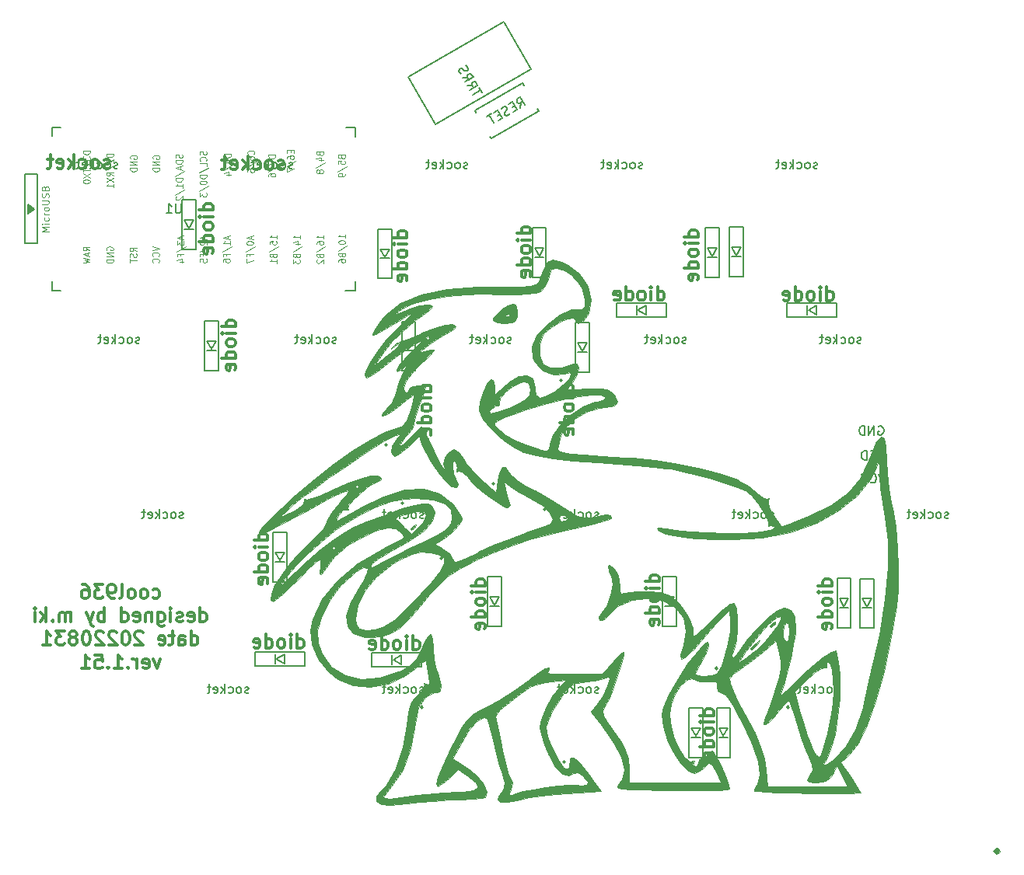
<source format=gbr>
G04 #@! TF.GenerationSoftware,KiCad,Pcbnew,(5.1.6-0-10_14)*
G04 #@! TF.CreationDate,2022-08-31T17:49:11+09:00*
G04 #@! TF.ProjectId,cool936,636f6f6c-3933-4362-9e6b-696361645f70,rev?*
G04 #@! TF.SameCoordinates,Original*
G04 #@! TF.FileFunction,Legend,Bot*
G04 #@! TF.FilePolarity,Positive*
%FSLAX46Y46*%
G04 Gerber Fmt 4.6, Leading zero omitted, Abs format (unit mm)*
G04 Created by KiCad (PCBNEW (5.1.6-0-10_14)) date 2022-08-31 17:49:11*
%MOMM*%
%LPD*%
G01*
G04 APERTURE LIST*
%ADD10C,0.300000*%
%ADD11C,0.010000*%
%ADD12C,0.150000*%
%ADD13C,0.120000*%
%ADD14C,0.125000*%
G04 APERTURE END LIST*
D10*
X106345714Y-9598571D02*
X106345714Y-8098571D01*
X106345714Y-9527142D02*
X106488571Y-9598571D01*
X106774285Y-9598571D01*
X106917142Y-9527142D01*
X106988571Y-9455714D01*
X107060000Y-9312857D01*
X107060000Y-8884285D01*
X106988571Y-8741428D01*
X106917142Y-8670000D01*
X106774285Y-8598571D01*
X106488571Y-8598571D01*
X106345714Y-8670000D01*
X105631428Y-9598571D02*
X105631428Y-8598571D01*
X105631428Y-8098571D02*
X105702857Y-8170000D01*
X105631428Y-8241428D01*
X105560000Y-8170000D01*
X105631428Y-8098571D01*
X105631428Y-8241428D01*
X104702857Y-9598571D02*
X104845714Y-9527142D01*
X104917142Y-9455714D01*
X104988571Y-9312857D01*
X104988571Y-8884285D01*
X104917142Y-8741428D01*
X104845714Y-8670000D01*
X104702857Y-8598571D01*
X104488571Y-8598571D01*
X104345714Y-8670000D01*
X104274285Y-8741428D01*
X104202857Y-8884285D01*
X104202857Y-9312857D01*
X104274285Y-9455714D01*
X104345714Y-9527142D01*
X104488571Y-9598571D01*
X104702857Y-9598571D01*
X102917142Y-9598571D02*
X102917142Y-8098571D01*
X102917142Y-9527142D02*
X103060000Y-9598571D01*
X103345714Y-9598571D01*
X103488571Y-9527142D01*
X103560000Y-9455714D01*
X103631428Y-9312857D01*
X103631428Y-8884285D01*
X103560000Y-8741428D01*
X103488571Y-8670000D01*
X103345714Y-8598571D01*
X103060000Y-8598571D01*
X102917142Y-8670000D01*
X101631428Y-9527142D02*
X101774285Y-9598571D01*
X102060000Y-9598571D01*
X102202857Y-9527142D01*
X102274285Y-9384285D01*
X102274285Y-8812857D01*
X102202857Y-8670000D01*
X102060000Y-8598571D01*
X101774285Y-8598571D01*
X101631428Y-8670000D01*
X101560000Y-8812857D01*
X101560000Y-8955714D01*
X102274285Y-9098571D01*
X74098571Y-2294285D02*
X72598571Y-2294285D01*
X74027142Y-2294285D02*
X74098571Y-2151428D01*
X74098571Y-1865714D01*
X74027142Y-1722857D01*
X73955714Y-1651428D01*
X73812857Y-1580000D01*
X73384285Y-1580000D01*
X73241428Y-1651428D01*
X73170000Y-1722857D01*
X73098571Y-1865714D01*
X73098571Y-2151428D01*
X73170000Y-2294285D01*
X74098571Y-3008571D02*
X73098571Y-3008571D01*
X72598571Y-3008571D02*
X72670000Y-2937142D01*
X72741428Y-3008571D01*
X72670000Y-3080000D01*
X72598571Y-3008571D01*
X72741428Y-3008571D01*
X74098571Y-3937142D02*
X74027142Y-3794285D01*
X73955714Y-3722857D01*
X73812857Y-3651428D01*
X73384285Y-3651428D01*
X73241428Y-3722857D01*
X73170000Y-3794285D01*
X73098571Y-3937142D01*
X73098571Y-4151428D01*
X73170000Y-4294285D01*
X73241428Y-4365714D01*
X73384285Y-4437142D01*
X73812857Y-4437142D01*
X73955714Y-4365714D01*
X74027142Y-4294285D01*
X74098571Y-4151428D01*
X74098571Y-3937142D01*
X74098571Y-5722857D02*
X72598571Y-5722857D01*
X74027142Y-5722857D02*
X74098571Y-5580000D01*
X74098571Y-5294285D01*
X74027142Y-5151428D01*
X73955714Y-5080000D01*
X73812857Y-5008571D01*
X73384285Y-5008571D01*
X73241428Y-5080000D01*
X73170000Y-5151428D01*
X73098571Y-5294285D01*
X73098571Y-5580000D01*
X73170000Y-5722857D01*
X74027142Y-7008571D02*
X74098571Y-6865714D01*
X74098571Y-6580000D01*
X74027142Y-6437142D01*
X73884285Y-6365714D01*
X73312857Y-6365714D01*
X73170000Y-6437142D01*
X73098571Y-6580000D01*
X73098571Y-6865714D01*
X73170000Y-7008571D01*
X73312857Y-7080000D01*
X73455714Y-7080000D01*
X73598571Y-6365714D01*
X92318571Y-2654285D02*
X90818571Y-2654285D01*
X92247142Y-2654285D02*
X92318571Y-2511428D01*
X92318571Y-2225714D01*
X92247142Y-2082857D01*
X92175714Y-2011428D01*
X92032857Y-1940000D01*
X91604285Y-1940000D01*
X91461428Y-2011428D01*
X91390000Y-2082857D01*
X91318571Y-2225714D01*
X91318571Y-2511428D01*
X91390000Y-2654285D01*
X92318571Y-3368571D02*
X91318571Y-3368571D01*
X90818571Y-3368571D02*
X90890000Y-3297142D01*
X90961428Y-3368571D01*
X90890000Y-3440000D01*
X90818571Y-3368571D01*
X90961428Y-3368571D01*
X92318571Y-4297142D02*
X92247142Y-4154285D01*
X92175714Y-4082857D01*
X92032857Y-4011428D01*
X91604285Y-4011428D01*
X91461428Y-4082857D01*
X91390000Y-4154285D01*
X91318571Y-4297142D01*
X91318571Y-4511428D01*
X91390000Y-4654285D01*
X91461428Y-4725714D01*
X91604285Y-4797142D01*
X92032857Y-4797142D01*
X92175714Y-4725714D01*
X92247142Y-4654285D01*
X92318571Y-4511428D01*
X92318571Y-4297142D01*
X92318571Y-6082857D02*
X90818571Y-6082857D01*
X92247142Y-6082857D02*
X92318571Y-5940000D01*
X92318571Y-5654285D01*
X92247142Y-5511428D01*
X92175714Y-5440000D01*
X92032857Y-5368571D01*
X91604285Y-5368571D01*
X91461428Y-5440000D01*
X91390000Y-5511428D01*
X91318571Y-5654285D01*
X91318571Y-5940000D01*
X91390000Y-6082857D01*
X92247142Y-7368571D02*
X92318571Y-7225714D01*
X92318571Y-6940000D01*
X92247142Y-6797142D01*
X92104285Y-6725714D01*
X91532857Y-6725714D01*
X91390000Y-6797142D01*
X91318571Y-6940000D01*
X91318571Y-7225714D01*
X91390000Y-7368571D01*
X91532857Y-7440000D01*
X91675714Y-7440000D01*
X91818571Y-6725714D01*
X61285714Y-47628571D02*
X61285714Y-46128571D01*
X61285714Y-47557142D02*
X61428571Y-47628571D01*
X61714285Y-47628571D01*
X61857142Y-47557142D01*
X61928571Y-47485714D01*
X62000000Y-47342857D01*
X62000000Y-46914285D01*
X61928571Y-46771428D01*
X61857142Y-46700000D01*
X61714285Y-46628571D01*
X61428571Y-46628571D01*
X61285714Y-46700000D01*
X60571428Y-47628571D02*
X60571428Y-46628571D01*
X60571428Y-46128571D02*
X60642857Y-46200000D01*
X60571428Y-46271428D01*
X60500000Y-46200000D01*
X60571428Y-46128571D01*
X60571428Y-46271428D01*
X59642857Y-47628571D02*
X59785714Y-47557142D01*
X59857142Y-47485714D01*
X59928571Y-47342857D01*
X59928571Y-46914285D01*
X59857142Y-46771428D01*
X59785714Y-46700000D01*
X59642857Y-46628571D01*
X59428571Y-46628571D01*
X59285714Y-46700000D01*
X59214285Y-46771428D01*
X59142857Y-46914285D01*
X59142857Y-47342857D01*
X59214285Y-47485714D01*
X59285714Y-47557142D01*
X59428571Y-47628571D01*
X59642857Y-47628571D01*
X57857142Y-47628571D02*
X57857142Y-46128571D01*
X57857142Y-47557142D02*
X58000000Y-47628571D01*
X58285714Y-47628571D01*
X58428571Y-47557142D01*
X58500000Y-47485714D01*
X58571428Y-47342857D01*
X58571428Y-46914285D01*
X58500000Y-46771428D01*
X58428571Y-46700000D01*
X58285714Y-46628571D01*
X58000000Y-46628571D01*
X57857142Y-46700000D01*
X56571428Y-47557142D02*
X56714285Y-47628571D01*
X57000000Y-47628571D01*
X57142857Y-47557142D01*
X57214285Y-47414285D01*
X57214285Y-46842857D01*
X57142857Y-46700000D01*
X57000000Y-46628571D01*
X56714285Y-46628571D01*
X56571428Y-46700000D01*
X56500000Y-46842857D01*
X56500000Y-46985714D01*
X57214285Y-47128571D01*
X32965714Y-41982142D02*
X33108571Y-42053571D01*
X33394285Y-42053571D01*
X33537142Y-41982142D01*
X33608571Y-41910714D01*
X33680000Y-41767857D01*
X33680000Y-41339285D01*
X33608571Y-41196428D01*
X33537142Y-41125000D01*
X33394285Y-41053571D01*
X33108571Y-41053571D01*
X32965714Y-41125000D01*
X32108571Y-42053571D02*
X32251428Y-41982142D01*
X32322857Y-41910714D01*
X32394285Y-41767857D01*
X32394285Y-41339285D01*
X32322857Y-41196428D01*
X32251428Y-41125000D01*
X32108571Y-41053571D01*
X31894285Y-41053571D01*
X31751428Y-41125000D01*
X31680000Y-41196428D01*
X31608571Y-41339285D01*
X31608571Y-41767857D01*
X31680000Y-41910714D01*
X31751428Y-41982142D01*
X31894285Y-42053571D01*
X32108571Y-42053571D01*
X30751428Y-42053571D02*
X30894285Y-41982142D01*
X30965714Y-41910714D01*
X31037142Y-41767857D01*
X31037142Y-41339285D01*
X30965714Y-41196428D01*
X30894285Y-41125000D01*
X30751428Y-41053571D01*
X30537142Y-41053571D01*
X30394285Y-41125000D01*
X30322857Y-41196428D01*
X30251428Y-41339285D01*
X30251428Y-41767857D01*
X30322857Y-41910714D01*
X30394285Y-41982142D01*
X30537142Y-42053571D01*
X30751428Y-42053571D01*
X29394285Y-42053571D02*
X29537142Y-41982142D01*
X29608571Y-41839285D01*
X29608571Y-40553571D01*
X28751428Y-42053571D02*
X28465714Y-42053571D01*
X28322857Y-41982142D01*
X28251428Y-41910714D01*
X28108571Y-41696428D01*
X28037142Y-41410714D01*
X28037142Y-40839285D01*
X28108571Y-40696428D01*
X28180000Y-40625000D01*
X28322857Y-40553571D01*
X28608571Y-40553571D01*
X28751428Y-40625000D01*
X28822857Y-40696428D01*
X28894285Y-40839285D01*
X28894285Y-41196428D01*
X28822857Y-41339285D01*
X28751428Y-41410714D01*
X28608571Y-41482142D01*
X28322857Y-41482142D01*
X28180000Y-41410714D01*
X28108571Y-41339285D01*
X28037142Y-41196428D01*
X27537142Y-40553571D02*
X26608571Y-40553571D01*
X27108571Y-41125000D01*
X26894285Y-41125000D01*
X26751428Y-41196428D01*
X26680000Y-41267857D01*
X26608571Y-41410714D01*
X26608571Y-41767857D01*
X26680000Y-41910714D01*
X26751428Y-41982142D01*
X26894285Y-42053571D01*
X27322857Y-42053571D01*
X27465714Y-41982142D01*
X27537142Y-41910714D01*
X25322857Y-40553571D02*
X25608571Y-40553571D01*
X25751428Y-40625000D01*
X25822857Y-40696428D01*
X25965714Y-40910714D01*
X26037142Y-41196428D01*
X26037142Y-41767857D01*
X25965714Y-41910714D01*
X25894285Y-41982142D01*
X25751428Y-42053571D01*
X25465714Y-42053571D01*
X25322857Y-41982142D01*
X25251428Y-41910714D01*
X25180000Y-41767857D01*
X25180000Y-41410714D01*
X25251428Y-41267857D01*
X25322857Y-41196428D01*
X25465714Y-41125000D01*
X25751428Y-41125000D01*
X25894285Y-41196428D01*
X25965714Y-41267857D01*
X26037142Y-41410714D01*
X38108571Y-44603571D02*
X38108571Y-43103571D01*
X38108571Y-44532142D02*
X38251428Y-44603571D01*
X38537142Y-44603571D01*
X38680000Y-44532142D01*
X38751428Y-44460714D01*
X38822857Y-44317857D01*
X38822857Y-43889285D01*
X38751428Y-43746428D01*
X38680000Y-43675000D01*
X38537142Y-43603571D01*
X38251428Y-43603571D01*
X38108571Y-43675000D01*
X36822857Y-44532142D02*
X36965714Y-44603571D01*
X37251428Y-44603571D01*
X37394285Y-44532142D01*
X37465714Y-44389285D01*
X37465714Y-43817857D01*
X37394285Y-43675000D01*
X37251428Y-43603571D01*
X36965714Y-43603571D01*
X36822857Y-43675000D01*
X36751428Y-43817857D01*
X36751428Y-43960714D01*
X37465714Y-44103571D01*
X36180000Y-44532142D02*
X36037142Y-44603571D01*
X35751428Y-44603571D01*
X35608571Y-44532142D01*
X35537142Y-44389285D01*
X35537142Y-44317857D01*
X35608571Y-44175000D01*
X35751428Y-44103571D01*
X35965714Y-44103571D01*
X36108571Y-44032142D01*
X36180000Y-43889285D01*
X36180000Y-43817857D01*
X36108571Y-43675000D01*
X35965714Y-43603571D01*
X35751428Y-43603571D01*
X35608571Y-43675000D01*
X34894285Y-44603571D02*
X34894285Y-43603571D01*
X34894285Y-43103571D02*
X34965714Y-43175000D01*
X34894285Y-43246428D01*
X34822857Y-43175000D01*
X34894285Y-43103571D01*
X34894285Y-43246428D01*
X33537142Y-43603571D02*
X33537142Y-44817857D01*
X33608571Y-44960714D01*
X33680000Y-45032142D01*
X33822857Y-45103571D01*
X34037142Y-45103571D01*
X34180000Y-45032142D01*
X33537142Y-44532142D02*
X33680000Y-44603571D01*
X33965714Y-44603571D01*
X34108571Y-44532142D01*
X34180000Y-44460714D01*
X34251428Y-44317857D01*
X34251428Y-43889285D01*
X34180000Y-43746428D01*
X34108571Y-43675000D01*
X33965714Y-43603571D01*
X33680000Y-43603571D01*
X33537142Y-43675000D01*
X32822857Y-43603571D02*
X32822857Y-44603571D01*
X32822857Y-43746428D02*
X32751428Y-43675000D01*
X32608571Y-43603571D01*
X32394285Y-43603571D01*
X32251428Y-43675000D01*
X32180000Y-43817857D01*
X32180000Y-44603571D01*
X30894285Y-44532142D02*
X31037142Y-44603571D01*
X31322857Y-44603571D01*
X31465714Y-44532142D01*
X31537142Y-44389285D01*
X31537142Y-43817857D01*
X31465714Y-43675000D01*
X31322857Y-43603571D01*
X31037142Y-43603571D01*
X30894285Y-43675000D01*
X30822857Y-43817857D01*
X30822857Y-43960714D01*
X31537142Y-44103571D01*
X29537142Y-44603571D02*
X29537142Y-43103571D01*
X29537142Y-44532142D02*
X29680000Y-44603571D01*
X29965714Y-44603571D01*
X30108571Y-44532142D01*
X30180000Y-44460714D01*
X30251428Y-44317857D01*
X30251428Y-43889285D01*
X30180000Y-43746428D01*
X30108571Y-43675000D01*
X29965714Y-43603571D01*
X29680000Y-43603571D01*
X29537142Y-43675000D01*
X27680000Y-44603571D02*
X27680000Y-43103571D01*
X27680000Y-43675000D02*
X27537142Y-43603571D01*
X27251428Y-43603571D01*
X27108571Y-43675000D01*
X27037142Y-43746428D01*
X26965714Y-43889285D01*
X26965714Y-44317857D01*
X27037142Y-44460714D01*
X27108571Y-44532142D01*
X27251428Y-44603571D01*
X27537142Y-44603571D01*
X27680000Y-44532142D01*
X26465714Y-43603571D02*
X26108571Y-44603571D01*
X25751428Y-43603571D02*
X26108571Y-44603571D01*
X26251428Y-44960714D01*
X26322857Y-45032142D01*
X26465714Y-45103571D01*
X24037142Y-44603571D02*
X24037142Y-43603571D01*
X24037142Y-43746428D02*
X23965714Y-43675000D01*
X23822857Y-43603571D01*
X23608571Y-43603571D01*
X23465714Y-43675000D01*
X23394285Y-43817857D01*
X23394285Y-44603571D01*
X23394285Y-43817857D02*
X23322857Y-43675000D01*
X23180000Y-43603571D01*
X22965714Y-43603571D01*
X22822857Y-43675000D01*
X22751428Y-43817857D01*
X22751428Y-44603571D01*
X22037142Y-44460714D02*
X21965714Y-44532142D01*
X22037142Y-44603571D01*
X22108571Y-44532142D01*
X22037142Y-44460714D01*
X22037142Y-44603571D01*
X21322857Y-44603571D02*
X21322857Y-43103571D01*
X21180000Y-44032142D02*
X20751428Y-44603571D01*
X20751428Y-43603571D02*
X21322857Y-44175000D01*
X20108571Y-44603571D02*
X20108571Y-43603571D01*
X20108571Y-43103571D02*
X20180000Y-43175000D01*
X20108571Y-43246428D01*
X20037142Y-43175000D01*
X20108571Y-43103571D01*
X20108571Y-43246428D01*
X37144285Y-47153571D02*
X37144285Y-45653571D01*
X37144285Y-47082142D02*
X37287142Y-47153571D01*
X37572857Y-47153571D01*
X37715714Y-47082142D01*
X37787142Y-47010714D01*
X37858571Y-46867857D01*
X37858571Y-46439285D01*
X37787142Y-46296428D01*
X37715714Y-46225000D01*
X37572857Y-46153571D01*
X37287142Y-46153571D01*
X37144285Y-46225000D01*
X35787142Y-47153571D02*
X35787142Y-46367857D01*
X35858571Y-46225000D01*
X36001428Y-46153571D01*
X36287142Y-46153571D01*
X36430000Y-46225000D01*
X35787142Y-47082142D02*
X35930000Y-47153571D01*
X36287142Y-47153571D01*
X36430000Y-47082142D01*
X36501428Y-46939285D01*
X36501428Y-46796428D01*
X36430000Y-46653571D01*
X36287142Y-46582142D01*
X35930000Y-46582142D01*
X35787142Y-46510714D01*
X35287142Y-46153571D02*
X34715714Y-46153571D01*
X35072857Y-45653571D02*
X35072857Y-46939285D01*
X35001428Y-47082142D01*
X34858571Y-47153571D01*
X34715714Y-47153571D01*
X33644285Y-47082142D02*
X33787142Y-47153571D01*
X34072857Y-47153571D01*
X34215714Y-47082142D01*
X34287142Y-46939285D01*
X34287142Y-46367857D01*
X34215714Y-46225000D01*
X34072857Y-46153571D01*
X33787142Y-46153571D01*
X33644285Y-46225000D01*
X33572857Y-46367857D01*
X33572857Y-46510714D01*
X34287142Y-46653571D01*
X31858571Y-45796428D02*
X31787142Y-45725000D01*
X31644285Y-45653571D01*
X31287142Y-45653571D01*
X31144285Y-45725000D01*
X31072857Y-45796428D01*
X31001428Y-45939285D01*
X31001428Y-46082142D01*
X31072857Y-46296428D01*
X31930000Y-47153571D01*
X31001428Y-47153571D01*
X30072857Y-45653571D02*
X29930000Y-45653571D01*
X29787142Y-45725000D01*
X29715714Y-45796428D01*
X29644285Y-45939285D01*
X29572857Y-46225000D01*
X29572857Y-46582142D01*
X29644285Y-46867857D01*
X29715714Y-47010714D01*
X29787142Y-47082142D01*
X29930000Y-47153571D01*
X30072857Y-47153571D01*
X30215714Y-47082142D01*
X30287142Y-47010714D01*
X30358571Y-46867857D01*
X30430000Y-46582142D01*
X30430000Y-46225000D01*
X30358571Y-45939285D01*
X30287142Y-45796428D01*
X30215714Y-45725000D01*
X30072857Y-45653571D01*
X29001428Y-45796428D02*
X28930000Y-45725000D01*
X28787142Y-45653571D01*
X28430000Y-45653571D01*
X28287142Y-45725000D01*
X28215714Y-45796428D01*
X28144285Y-45939285D01*
X28144285Y-46082142D01*
X28215714Y-46296428D01*
X29072857Y-47153571D01*
X28144285Y-47153571D01*
X27572857Y-45796428D02*
X27501428Y-45725000D01*
X27358571Y-45653571D01*
X27001428Y-45653571D01*
X26858571Y-45725000D01*
X26787142Y-45796428D01*
X26715714Y-45939285D01*
X26715714Y-46082142D01*
X26787142Y-46296428D01*
X27644285Y-47153571D01*
X26715714Y-47153571D01*
X25787142Y-45653571D02*
X25644285Y-45653571D01*
X25501428Y-45725000D01*
X25430000Y-45796428D01*
X25358571Y-45939285D01*
X25287142Y-46225000D01*
X25287142Y-46582142D01*
X25358571Y-46867857D01*
X25430000Y-47010714D01*
X25501428Y-47082142D01*
X25644285Y-47153571D01*
X25787142Y-47153571D01*
X25930000Y-47082142D01*
X26001428Y-47010714D01*
X26072857Y-46867857D01*
X26144285Y-46582142D01*
X26144285Y-46225000D01*
X26072857Y-45939285D01*
X26001428Y-45796428D01*
X25930000Y-45725000D01*
X25787142Y-45653571D01*
X24430000Y-46296428D02*
X24572857Y-46225000D01*
X24644285Y-46153571D01*
X24715714Y-46010714D01*
X24715714Y-45939285D01*
X24644285Y-45796428D01*
X24572857Y-45725000D01*
X24430000Y-45653571D01*
X24144285Y-45653571D01*
X24001428Y-45725000D01*
X23930000Y-45796428D01*
X23858571Y-45939285D01*
X23858571Y-46010714D01*
X23930000Y-46153571D01*
X24001428Y-46225000D01*
X24144285Y-46296428D01*
X24430000Y-46296428D01*
X24572857Y-46367857D01*
X24644285Y-46439285D01*
X24715714Y-46582142D01*
X24715714Y-46867857D01*
X24644285Y-47010714D01*
X24572857Y-47082142D01*
X24430000Y-47153571D01*
X24144285Y-47153571D01*
X24001428Y-47082142D01*
X23930000Y-47010714D01*
X23858571Y-46867857D01*
X23858571Y-46582142D01*
X23930000Y-46439285D01*
X24001428Y-46367857D01*
X24144285Y-46296428D01*
X23358571Y-45653571D02*
X22430000Y-45653571D01*
X22930000Y-46225000D01*
X22715714Y-46225000D01*
X22572857Y-46296428D01*
X22501428Y-46367857D01*
X22430000Y-46510714D01*
X22430000Y-46867857D01*
X22501428Y-47010714D01*
X22572857Y-47082142D01*
X22715714Y-47153571D01*
X23144285Y-47153571D01*
X23287142Y-47082142D01*
X23358571Y-47010714D01*
X21001428Y-47153571D02*
X21858571Y-47153571D01*
X21430000Y-47153571D02*
X21430000Y-45653571D01*
X21572857Y-45867857D01*
X21715714Y-46010714D01*
X21858571Y-46082142D01*
X33751428Y-48703571D02*
X33394285Y-49703571D01*
X33037142Y-48703571D01*
X31894285Y-49632142D02*
X32037142Y-49703571D01*
X32322857Y-49703571D01*
X32465714Y-49632142D01*
X32537142Y-49489285D01*
X32537142Y-48917857D01*
X32465714Y-48775000D01*
X32322857Y-48703571D01*
X32037142Y-48703571D01*
X31894285Y-48775000D01*
X31822857Y-48917857D01*
X31822857Y-49060714D01*
X32537142Y-49203571D01*
X31180000Y-49703571D02*
X31180000Y-48703571D01*
X31180000Y-48989285D02*
X31108571Y-48846428D01*
X31037142Y-48775000D01*
X30894285Y-48703571D01*
X30751428Y-48703571D01*
X30251428Y-49560714D02*
X30180000Y-49632142D01*
X30251428Y-49703571D01*
X30322857Y-49632142D01*
X30251428Y-49560714D01*
X30251428Y-49703571D01*
X28751428Y-49703571D02*
X29608571Y-49703571D01*
X29180000Y-49703571D02*
X29180000Y-48203571D01*
X29322857Y-48417857D01*
X29465714Y-48560714D01*
X29608571Y-48632142D01*
X28108571Y-49560714D02*
X28037142Y-49632142D01*
X28108571Y-49703571D01*
X28180000Y-49632142D01*
X28108571Y-49560714D01*
X28108571Y-49703571D01*
X26680000Y-48203571D02*
X27394285Y-48203571D01*
X27465714Y-48917857D01*
X27394285Y-48846428D01*
X27251428Y-48775000D01*
X26894285Y-48775000D01*
X26751428Y-48846428D01*
X26680000Y-48917857D01*
X26608571Y-49060714D01*
X26608571Y-49417857D01*
X26680000Y-49560714D01*
X26751428Y-49632142D01*
X26894285Y-49703571D01*
X27251428Y-49703571D01*
X27394285Y-49632142D01*
X27465714Y-49560714D01*
X25180000Y-49703571D02*
X26037142Y-49703571D01*
X25608571Y-49703571D02*
X25608571Y-48203571D01*
X25751428Y-48417857D01*
X25894285Y-48560714D01*
X26037142Y-48632142D01*
X106898571Y-40684285D02*
X105398571Y-40684285D01*
X106827142Y-40684285D02*
X106898571Y-40541428D01*
X106898571Y-40255714D01*
X106827142Y-40112857D01*
X106755714Y-40041428D01*
X106612857Y-39970000D01*
X106184285Y-39970000D01*
X106041428Y-40041428D01*
X105970000Y-40112857D01*
X105898571Y-40255714D01*
X105898571Y-40541428D01*
X105970000Y-40684285D01*
X106898571Y-41398571D02*
X105898571Y-41398571D01*
X105398571Y-41398571D02*
X105470000Y-41327142D01*
X105541428Y-41398571D01*
X105470000Y-41470000D01*
X105398571Y-41398571D01*
X105541428Y-41398571D01*
X106898571Y-42327142D02*
X106827142Y-42184285D01*
X106755714Y-42112857D01*
X106612857Y-42041428D01*
X106184285Y-42041428D01*
X106041428Y-42112857D01*
X105970000Y-42184285D01*
X105898571Y-42327142D01*
X105898571Y-42541428D01*
X105970000Y-42684285D01*
X106041428Y-42755714D01*
X106184285Y-42827142D01*
X106612857Y-42827142D01*
X106755714Y-42755714D01*
X106827142Y-42684285D01*
X106898571Y-42541428D01*
X106898571Y-42327142D01*
X106898571Y-44112857D02*
X105398571Y-44112857D01*
X106827142Y-44112857D02*
X106898571Y-43970000D01*
X106898571Y-43684285D01*
X106827142Y-43541428D01*
X106755714Y-43470000D01*
X106612857Y-43398571D01*
X106184285Y-43398571D01*
X106041428Y-43470000D01*
X105970000Y-43541428D01*
X105898571Y-43684285D01*
X105898571Y-43970000D01*
X105970000Y-44112857D01*
X106827142Y-45398571D02*
X106898571Y-45255714D01*
X106898571Y-44970000D01*
X106827142Y-44827142D01*
X106684285Y-44755714D01*
X106112857Y-44755714D01*
X105970000Y-44827142D01*
X105898571Y-44970000D01*
X105898571Y-45255714D01*
X105970000Y-45398571D01*
X106112857Y-45470000D01*
X106255714Y-45470000D01*
X106398571Y-44755714D01*
X78758571Y-19494285D02*
X77258571Y-19494285D01*
X78687142Y-19494285D02*
X78758571Y-19351428D01*
X78758571Y-19065714D01*
X78687142Y-18922857D01*
X78615714Y-18851428D01*
X78472857Y-18780000D01*
X78044285Y-18780000D01*
X77901428Y-18851428D01*
X77830000Y-18922857D01*
X77758571Y-19065714D01*
X77758571Y-19351428D01*
X77830000Y-19494285D01*
X78758571Y-20208571D02*
X77758571Y-20208571D01*
X77258571Y-20208571D02*
X77330000Y-20137142D01*
X77401428Y-20208571D01*
X77330000Y-20280000D01*
X77258571Y-20208571D01*
X77401428Y-20208571D01*
X78758571Y-21137142D02*
X78687142Y-20994285D01*
X78615714Y-20922857D01*
X78472857Y-20851428D01*
X78044285Y-20851428D01*
X77901428Y-20922857D01*
X77830000Y-20994285D01*
X77758571Y-21137142D01*
X77758571Y-21351428D01*
X77830000Y-21494285D01*
X77901428Y-21565714D01*
X78044285Y-21637142D01*
X78472857Y-21637142D01*
X78615714Y-21565714D01*
X78687142Y-21494285D01*
X78758571Y-21351428D01*
X78758571Y-21137142D01*
X78758571Y-22922857D02*
X77258571Y-22922857D01*
X78687142Y-22922857D02*
X78758571Y-22780000D01*
X78758571Y-22494285D01*
X78687142Y-22351428D01*
X78615714Y-22280000D01*
X78472857Y-22208571D01*
X78044285Y-22208571D01*
X77901428Y-22280000D01*
X77830000Y-22351428D01*
X77758571Y-22494285D01*
X77758571Y-22780000D01*
X77830000Y-22922857D01*
X78687142Y-24208571D02*
X78758571Y-24065714D01*
X78758571Y-23780000D01*
X78687142Y-23637142D01*
X78544285Y-23565714D01*
X77972857Y-23565714D01*
X77830000Y-23637142D01*
X77758571Y-23780000D01*
X77758571Y-24065714D01*
X77830000Y-24208571D01*
X77972857Y-24280000D01*
X78115714Y-24280000D01*
X78258571Y-23565714D01*
X94028571Y-54804285D02*
X92528571Y-54804285D01*
X93957142Y-54804285D02*
X94028571Y-54661428D01*
X94028571Y-54375714D01*
X93957142Y-54232857D01*
X93885714Y-54161428D01*
X93742857Y-54090000D01*
X93314285Y-54090000D01*
X93171428Y-54161428D01*
X93100000Y-54232857D01*
X93028571Y-54375714D01*
X93028571Y-54661428D01*
X93100000Y-54804285D01*
X94028571Y-55518571D02*
X93028571Y-55518571D01*
X92528571Y-55518571D02*
X92600000Y-55447142D01*
X92671428Y-55518571D01*
X92600000Y-55590000D01*
X92528571Y-55518571D01*
X92671428Y-55518571D01*
X94028571Y-56447142D02*
X93957142Y-56304285D01*
X93885714Y-56232857D01*
X93742857Y-56161428D01*
X93314285Y-56161428D01*
X93171428Y-56232857D01*
X93100000Y-56304285D01*
X93028571Y-56447142D01*
X93028571Y-56661428D01*
X93100000Y-56804285D01*
X93171428Y-56875714D01*
X93314285Y-56947142D01*
X93742857Y-56947142D01*
X93885714Y-56875714D01*
X93957142Y-56804285D01*
X94028571Y-56661428D01*
X94028571Y-56447142D01*
X94028571Y-58232857D02*
X92528571Y-58232857D01*
X93957142Y-58232857D02*
X94028571Y-58090000D01*
X94028571Y-57804285D01*
X93957142Y-57661428D01*
X93885714Y-57590000D01*
X93742857Y-57518571D01*
X93314285Y-57518571D01*
X93171428Y-57590000D01*
X93100000Y-57661428D01*
X93028571Y-57804285D01*
X93028571Y-58090000D01*
X93100000Y-58232857D01*
X93957142Y-59518571D02*
X94028571Y-59375714D01*
X94028571Y-59090000D01*
X93957142Y-58947142D01*
X93814285Y-58875714D01*
X93242857Y-58875714D01*
X93100000Y-58947142D01*
X93028571Y-59090000D01*
X93028571Y-59375714D01*
X93100000Y-59518571D01*
X93242857Y-59590000D01*
X93385714Y-59590000D01*
X93528571Y-58875714D01*
X47221428Y4722857D02*
X47078571Y4651428D01*
X46792857Y4651428D01*
X46650000Y4722857D01*
X46578571Y4865714D01*
X46578571Y4937142D01*
X46650000Y5080000D01*
X46792857Y5151428D01*
X47007142Y5151428D01*
X47150000Y5222857D01*
X47221428Y5365714D01*
X47221428Y5437142D01*
X47150000Y5580000D01*
X47007142Y5651428D01*
X46792857Y5651428D01*
X46650000Y5580000D01*
X45721428Y4651428D02*
X45864285Y4722857D01*
X45935714Y4794285D01*
X46007142Y4937142D01*
X46007142Y5365714D01*
X45935714Y5508571D01*
X45864285Y5580000D01*
X45721428Y5651428D01*
X45507142Y5651428D01*
X45364285Y5580000D01*
X45292857Y5508571D01*
X45221428Y5365714D01*
X45221428Y4937142D01*
X45292857Y4794285D01*
X45364285Y4722857D01*
X45507142Y4651428D01*
X45721428Y4651428D01*
X43935714Y4722857D02*
X44078571Y4651428D01*
X44364285Y4651428D01*
X44507142Y4722857D01*
X44578571Y4794285D01*
X44650000Y4937142D01*
X44650000Y5365714D01*
X44578571Y5508571D01*
X44507142Y5580000D01*
X44364285Y5651428D01*
X44078571Y5651428D01*
X43935714Y5580000D01*
X43292857Y4651428D02*
X43292857Y6151428D01*
X43150000Y5222857D02*
X42721428Y4651428D01*
X42721428Y5651428D02*
X43292857Y5080000D01*
X41507142Y4722857D02*
X41650000Y4651428D01*
X41935714Y4651428D01*
X42078571Y4722857D01*
X42150000Y4865714D01*
X42150000Y5437142D01*
X42078571Y5580000D01*
X41935714Y5651428D01*
X41650000Y5651428D01*
X41507142Y5580000D01*
X41435714Y5437142D01*
X41435714Y5294285D01*
X42150000Y5151428D01*
X41007142Y5651428D02*
X40435714Y5651428D01*
X40792857Y6151428D02*
X40792857Y4865714D01*
X40721428Y4722857D01*
X40578571Y4651428D01*
X40435714Y4651428D01*
X88078571Y-40234285D02*
X86578571Y-40234285D01*
X88007142Y-40234285D02*
X88078571Y-40091428D01*
X88078571Y-39805714D01*
X88007142Y-39662857D01*
X87935714Y-39591428D01*
X87792857Y-39520000D01*
X87364285Y-39520000D01*
X87221428Y-39591428D01*
X87150000Y-39662857D01*
X87078571Y-39805714D01*
X87078571Y-40091428D01*
X87150000Y-40234285D01*
X88078571Y-40948571D02*
X87078571Y-40948571D01*
X86578571Y-40948571D02*
X86650000Y-40877142D01*
X86721428Y-40948571D01*
X86650000Y-41020000D01*
X86578571Y-40948571D01*
X86721428Y-40948571D01*
X88078571Y-41877142D02*
X88007142Y-41734285D01*
X87935714Y-41662857D01*
X87792857Y-41591428D01*
X87364285Y-41591428D01*
X87221428Y-41662857D01*
X87150000Y-41734285D01*
X87078571Y-41877142D01*
X87078571Y-42091428D01*
X87150000Y-42234285D01*
X87221428Y-42305714D01*
X87364285Y-42377142D01*
X87792857Y-42377142D01*
X87935714Y-42305714D01*
X88007142Y-42234285D01*
X88078571Y-42091428D01*
X88078571Y-41877142D01*
X88078571Y-43662857D02*
X86578571Y-43662857D01*
X88007142Y-43662857D02*
X88078571Y-43520000D01*
X88078571Y-43234285D01*
X88007142Y-43091428D01*
X87935714Y-43020000D01*
X87792857Y-42948571D01*
X87364285Y-42948571D01*
X87221428Y-43020000D01*
X87150000Y-43091428D01*
X87078571Y-43234285D01*
X87078571Y-43520000D01*
X87150000Y-43662857D01*
X88007142Y-44948571D02*
X88078571Y-44805714D01*
X88078571Y-44520000D01*
X88007142Y-44377142D01*
X87864285Y-44305714D01*
X87292857Y-44305714D01*
X87150000Y-44377142D01*
X87078571Y-44520000D01*
X87078571Y-44805714D01*
X87150000Y-44948571D01*
X87292857Y-45020000D01*
X87435714Y-45020000D01*
X87578571Y-44305714D01*
X28261428Y4852857D02*
X28118571Y4781428D01*
X27832857Y4781428D01*
X27689999Y4852857D01*
X27618571Y4995714D01*
X27618571Y5067142D01*
X27689999Y5210000D01*
X27832857Y5281428D01*
X28047142Y5281428D01*
X28189999Y5352857D01*
X28261428Y5495714D01*
X28261428Y5567142D01*
X28189999Y5710000D01*
X28047142Y5781428D01*
X27832857Y5781428D01*
X27689999Y5710000D01*
X26761428Y4781428D02*
X26904285Y4852857D01*
X26975714Y4924285D01*
X27047142Y5067142D01*
X27047142Y5495714D01*
X26975714Y5638571D01*
X26904285Y5710000D01*
X26761428Y5781428D01*
X26547142Y5781428D01*
X26404285Y5710000D01*
X26332857Y5638571D01*
X26261428Y5495714D01*
X26261428Y5067142D01*
X26332857Y4924285D01*
X26404285Y4852857D01*
X26547142Y4781428D01*
X26761428Y4781428D01*
X24975714Y4852857D02*
X25118571Y4781428D01*
X25404285Y4781428D01*
X25547142Y4852857D01*
X25618571Y4924285D01*
X25689999Y5067142D01*
X25689999Y5495714D01*
X25618571Y5638571D01*
X25547142Y5710000D01*
X25404285Y5781428D01*
X25118571Y5781428D01*
X24975714Y5710000D01*
X24332857Y4781428D02*
X24332857Y6281428D01*
X24189999Y5352857D02*
X23761428Y4781428D01*
X23761428Y5781428D02*
X24332857Y5210000D01*
X22547142Y4852857D02*
X22689999Y4781428D01*
X22975714Y4781428D01*
X23118571Y4852857D01*
X23189999Y4995714D01*
X23189999Y5567142D01*
X23118571Y5710000D01*
X22975714Y5781428D01*
X22689999Y5781428D01*
X22547142Y5710000D01*
X22475714Y5567142D01*
X22475714Y5424285D01*
X23189999Y5281428D01*
X22047142Y5781428D02*
X21475714Y5781428D01*
X21832857Y6281428D02*
X21832857Y4995714D01*
X21761428Y4852857D01*
X21618571Y4781428D01*
X21475714Y4781428D01*
X39508571Y235714D02*
X38008571Y235714D01*
X39437142Y235714D02*
X39508571Y378571D01*
X39508571Y664285D01*
X39437142Y807142D01*
X39365714Y878571D01*
X39222857Y950000D01*
X38794285Y950000D01*
X38651428Y878571D01*
X38580000Y807142D01*
X38508571Y664285D01*
X38508571Y378571D01*
X38580000Y235714D01*
X39508571Y-478571D02*
X38508571Y-478571D01*
X38008571Y-478571D02*
X38080000Y-407142D01*
X38151428Y-478571D01*
X38080000Y-550000D01*
X38008571Y-478571D01*
X38151428Y-478571D01*
X39508571Y-1407142D02*
X39437142Y-1264285D01*
X39365714Y-1192857D01*
X39222857Y-1121428D01*
X38794285Y-1121428D01*
X38651428Y-1192857D01*
X38580000Y-1264285D01*
X38508571Y-1407142D01*
X38508571Y-1621428D01*
X38580000Y-1764285D01*
X38651428Y-1835714D01*
X38794285Y-1907142D01*
X39222857Y-1907142D01*
X39365714Y-1835714D01*
X39437142Y-1764285D01*
X39508571Y-1621428D01*
X39508571Y-1407142D01*
X39508571Y-3192857D02*
X38008571Y-3192857D01*
X39437142Y-3192857D02*
X39508571Y-3050000D01*
X39508571Y-2764285D01*
X39437142Y-2621428D01*
X39365714Y-2550000D01*
X39222857Y-2478571D01*
X38794285Y-2478571D01*
X38651428Y-2550000D01*
X38580000Y-2621428D01*
X38508571Y-2764285D01*
X38508571Y-3050000D01*
X38580000Y-3192857D01*
X39437142Y-4478571D02*
X39508571Y-4335714D01*
X39508571Y-4050000D01*
X39437142Y-3907142D01*
X39294285Y-3835714D01*
X38722857Y-3835714D01*
X38580000Y-3907142D01*
X38508571Y-4050000D01*
X38508571Y-4335714D01*
X38580000Y-4478571D01*
X38722857Y-4550000D01*
X38865714Y-4550000D01*
X39008571Y-3835714D01*
X60638571Y-2744285D02*
X59138571Y-2744285D01*
X60567142Y-2744285D02*
X60638571Y-2601428D01*
X60638571Y-2315714D01*
X60567142Y-2172857D01*
X60495714Y-2101428D01*
X60352857Y-2030000D01*
X59924285Y-2030000D01*
X59781428Y-2101428D01*
X59710000Y-2172857D01*
X59638571Y-2315714D01*
X59638571Y-2601428D01*
X59710000Y-2744285D01*
X60638571Y-3458571D02*
X59638571Y-3458571D01*
X59138571Y-3458571D02*
X59210000Y-3387142D01*
X59281428Y-3458571D01*
X59210000Y-3530000D01*
X59138571Y-3458571D01*
X59281428Y-3458571D01*
X60638571Y-4387142D02*
X60567142Y-4244285D01*
X60495714Y-4172857D01*
X60352857Y-4101428D01*
X59924285Y-4101428D01*
X59781428Y-4172857D01*
X59710000Y-4244285D01*
X59638571Y-4387142D01*
X59638571Y-4601428D01*
X59710000Y-4744285D01*
X59781428Y-4815714D01*
X59924285Y-4887142D01*
X60352857Y-4887142D01*
X60495714Y-4815714D01*
X60567142Y-4744285D01*
X60638571Y-4601428D01*
X60638571Y-4387142D01*
X60638571Y-6172857D02*
X59138571Y-6172857D01*
X60567142Y-6172857D02*
X60638571Y-6030000D01*
X60638571Y-5744285D01*
X60567142Y-5601428D01*
X60495714Y-5530000D01*
X60352857Y-5458571D01*
X59924285Y-5458571D01*
X59781428Y-5530000D01*
X59710000Y-5601428D01*
X59638571Y-5744285D01*
X59638571Y-6030000D01*
X59710000Y-6172857D01*
X60567142Y-7458571D02*
X60638571Y-7315714D01*
X60638571Y-7030000D01*
X60567142Y-6887142D01*
X60424285Y-6815714D01*
X59852857Y-6815714D01*
X59710000Y-6887142D01*
X59638571Y-7030000D01*
X59638571Y-7315714D01*
X59710000Y-7458571D01*
X59852857Y-7530000D01*
X59995714Y-7530000D01*
X60138571Y-6815714D01*
X63258571Y-19534285D02*
X61758571Y-19534285D01*
X63187142Y-19534285D02*
X63258571Y-19391428D01*
X63258571Y-19105714D01*
X63187142Y-18962857D01*
X63115714Y-18891428D01*
X62972857Y-18820000D01*
X62544285Y-18820000D01*
X62401428Y-18891428D01*
X62330000Y-18962857D01*
X62258571Y-19105714D01*
X62258571Y-19391428D01*
X62330000Y-19534285D01*
X63258571Y-20248571D02*
X62258571Y-20248571D01*
X61758571Y-20248571D02*
X61830000Y-20177142D01*
X61901428Y-20248571D01*
X61830000Y-20320000D01*
X61758571Y-20248571D01*
X61901428Y-20248571D01*
X63258571Y-21177142D02*
X63187142Y-21034285D01*
X63115714Y-20962857D01*
X62972857Y-20891428D01*
X62544285Y-20891428D01*
X62401428Y-20962857D01*
X62330000Y-21034285D01*
X62258571Y-21177142D01*
X62258571Y-21391428D01*
X62330000Y-21534285D01*
X62401428Y-21605714D01*
X62544285Y-21677142D01*
X62972857Y-21677142D01*
X63115714Y-21605714D01*
X63187142Y-21534285D01*
X63258571Y-21391428D01*
X63258571Y-21177142D01*
X63258571Y-22962857D02*
X61758571Y-22962857D01*
X63187142Y-22962857D02*
X63258571Y-22820000D01*
X63258571Y-22534285D01*
X63187142Y-22391428D01*
X63115714Y-22320000D01*
X62972857Y-22248571D01*
X62544285Y-22248571D01*
X62401428Y-22320000D01*
X62330000Y-22391428D01*
X62258571Y-22534285D01*
X62258571Y-22820000D01*
X62330000Y-22962857D01*
X63187142Y-24248571D02*
X63258571Y-24105714D01*
X63258571Y-23820000D01*
X63187142Y-23677142D01*
X63044285Y-23605714D01*
X62472857Y-23605714D01*
X62330000Y-23677142D01*
X62258571Y-23820000D01*
X62258571Y-24105714D01*
X62330000Y-24248571D01*
X62472857Y-24320000D01*
X62615714Y-24320000D01*
X62758571Y-23605714D01*
X48685714Y-47478571D02*
X48685714Y-45978571D01*
X48685714Y-47407142D02*
X48828571Y-47478571D01*
X49114285Y-47478571D01*
X49257142Y-47407142D01*
X49328571Y-47335714D01*
X49400000Y-47192857D01*
X49400000Y-46764285D01*
X49328571Y-46621428D01*
X49257142Y-46550000D01*
X49114285Y-46478571D01*
X48828571Y-46478571D01*
X48685714Y-46550000D01*
X47971428Y-47478571D02*
X47971428Y-46478571D01*
X47971428Y-45978571D02*
X48042857Y-46050000D01*
X47971428Y-46121428D01*
X47900000Y-46050000D01*
X47971428Y-45978571D01*
X47971428Y-46121428D01*
X47042857Y-47478571D02*
X47185714Y-47407142D01*
X47257142Y-47335714D01*
X47328571Y-47192857D01*
X47328571Y-46764285D01*
X47257142Y-46621428D01*
X47185714Y-46550000D01*
X47042857Y-46478571D01*
X46828571Y-46478571D01*
X46685714Y-46550000D01*
X46614285Y-46621428D01*
X46542857Y-46764285D01*
X46542857Y-47192857D01*
X46614285Y-47335714D01*
X46685714Y-47407142D01*
X46828571Y-47478571D01*
X47042857Y-47478571D01*
X45257142Y-47478571D02*
X45257142Y-45978571D01*
X45257142Y-47407142D02*
X45400000Y-47478571D01*
X45685714Y-47478571D01*
X45828571Y-47407142D01*
X45900000Y-47335714D01*
X45971428Y-47192857D01*
X45971428Y-46764285D01*
X45900000Y-46621428D01*
X45828571Y-46550000D01*
X45685714Y-46478571D01*
X45400000Y-46478571D01*
X45257142Y-46550000D01*
X43971428Y-47407142D02*
X44114285Y-47478571D01*
X44400000Y-47478571D01*
X44542857Y-47407142D01*
X44614285Y-47264285D01*
X44614285Y-46692857D01*
X44542857Y-46550000D01*
X44400000Y-46478571D01*
X44114285Y-46478571D01*
X43971428Y-46550000D01*
X43900000Y-46692857D01*
X43900000Y-46835714D01*
X44614285Y-46978571D01*
X45478571Y-35734285D02*
X43978571Y-35734285D01*
X45407142Y-35734285D02*
X45478571Y-35591428D01*
X45478571Y-35305714D01*
X45407142Y-35162857D01*
X45335714Y-35091428D01*
X45192857Y-35020000D01*
X44764285Y-35020000D01*
X44621428Y-35091428D01*
X44550000Y-35162857D01*
X44478571Y-35305714D01*
X44478571Y-35591428D01*
X44550000Y-35734285D01*
X45478571Y-36448571D02*
X44478571Y-36448571D01*
X43978571Y-36448571D02*
X44050000Y-36377142D01*
X44121428Y-36448571D01*
X44050000Y-36520000D01*
X43978571Y-36448571D01*
X44121428Y-36448571D01*
X45478571Y-37377142D02*
X45407142Y-37234285D01*
X45335714Y-37162857D01*
X45192857Y-37091428D01*
X44764285Y-37091428D01*
X44621428Y-37162857D01*
X44550000Y-37234285D01*
X44478571Y-37377142D01*
X44478571Y-37591428D01*
X44550000Y-37734285D01*
X44621428Y-37805714D01*
X44764285Y-37877142D01*
X45192857Y-37877142D01*
X45335714Y-37805714D01*
X45407142Y-37734285D01*
X45478571Y-37591428D01*
X45478571Y-37377142D01*
X45478571Y-39162857D02*
X43978571Y-39162857D01*
X45407142Y-39162857D02*
X45478571Y-39020000D01*
X45478571Y-38734285D01*
X45407142Y-38591428D01*
X45335714Y-38520000D01*
X45192857Y-38448571D01*
X44764285Y-38448571D01*
X44621428Y-38520000D01*
X44550000Y-38591428D01*
X44478571Y-38734285D01*
X44478571Y-39020000D01*
X44550000Y-39162857D01*
X45407142Y-40448571D02*
X45478571Y-40305714D01*
X45478571Y-40020000D01*
X45407142Y-39877142D01*
X45264285Y-39805714D01*
X44692857Y-39805714D01*
X44550000Y-39877142D01*
X44478571Y-40020000D01*
X44478571Y-40305714D01*
X44550000Y-40448571D01*
X44692857Y-40520000D01*
X44835714Y-40520000D01*
X44978571Y-39805714D01*
X87925714Y-9578571D02*
X87925714Y-8078571D01*
X87925714Y-9507142D02*
X88068571Y-9578571D01*
X88354285Y-9578571D01*
X88497142Y-9507142D01*
X88568571Y-9435714D01*
X88640000Y-9292857D01*
X88640000Y-8864285D01*
X88568571Y-8721428D01*
X88497142Y-8650000D01*
X88354285Y-8578571D01*
X88068571Y-8578571D01*
X87925714Y-8650000D01*
X87211428Y-9578571D02*
X87211428Y-8578571D01*
X87211428Y-8078571D02*
X87282857Y-8150000D01*
X87211428Y-8221428D01*
X87140000Y-8150000D01*
X87211428Y-8078571D01*
X87211428Y-8221428D01*
X86282857Y-9578571D02*
X86425714Y-9507142D01*
X86497142Y-9435714D01*
X86568571Y-9292857D01*
X86568571Y-8864285D01*
X86497142Y-8721428D01*
X86425714Y-8650000D01*
X86282857Y-8578571D01*
X86068571Y-8578571D01*
X85925714Y-8650000D01*
X85854285Y-8721428D01*
X85782857Y-8864285D01*
X85782857Y-9292857D01*
X85854285Y-9435714D01*
X85925714Y-9507142D01*
X86068571Y-9578571D01*
X86282857Y-9578571D01*
X84497142Y-9578571D02*
X84497142Y-8078571D01*
X84497142Y-9507142D02*
X84640000Y-9578571D01*
X84925714Y-9578571D01*
X85068571Y-9507142D01*
X85140000Y-9435714D01*
X85211428Y-9292857D01*
X85211428Y-8864285D01*
X85140000Y-8721428D01*
X85068571Y-8650000D01*
X84925714Y-8578571D01*
X84640000Y-8578571D01*
X84497142Y-8650000D01*
X83211428Y-9507142D02*
X83354285Y-9578571D01*
X83640000Y-9578571D01*
X83782857Y-9507142D01*
X83854285Y-9364285D01*
X83854285Y-8792857D01*
X83782857Y-8650000D01*
X83640000Y-8578571D01*
X83354285Y-8578571D01*
X83211428Y-8650000D01*
X83140000Y-8792857D01*
X83140000Y-8935714D01*
X83854285Y-9078571D01*
X69148571Y-40684285D02*
X67648571Y-40684285D01*
X69077142Y-40684285D02*
X69148571Y-40541428D01*
X69148571Y-40255714D01*
X69077142Y-40112857D01*
X69005714Y-40041428D01*
X68862857Y-39970000D01*
X68434285Y-39970000D01*
X68291428Y-40041428D01*
X68220000Y-40112857D01*
X68148571Y-40255714D01*
X68148571Y-40541428D01*
X68220000Y-40684285D01*
X69148571Y-41398571D02*
X68148571Y-41398571D01*
X67648571Y-41398571D02*
X67720000Y-41327142D01*
X67791428Y-41398571D01*
X67720000Y-41470000D01*
X67648571Y-41398571D01*
X67791428Y-41398571D01*
X69148571Y-42327142D02*
X69077142Y-42184285D01*
X69005714Y-42112857D01*
X68862857Y-42041428D01*
X68434285Y-42041428D01*
X68291428Y-42112857D01*
X68220000Y-42184285D01*
X68148571Y-42327142D01*
X68148571Y-42541428D01*
X68220000Y-42684285D01*
X68291428Y-42755714D01*
X68434285Y-42827142D01*
X68862857Y-42827142D01*
X69005714Y-42755714D01*
X69077142Y-42684285D01*
X69148571Y-42541428D01*
X69148571Y-42327142D01*
X69148571Y-44112857D02*
X67648571Y-44112857D01*
X69077142Y-44112857D02*
X69148571Y-43970000D01*
X69148571Y-43684285D01*
X69077142Y-43541428D01*
X69005714Y-43470000D01*
X68862857Y-43398571D01*
X68434285Y-43398571D01*
X68291428Y-43470000D01*
X68220000Y-43541428D01*
X68148571Y-43684285D01*
X68148571Y-43970000D01*
X68220000Y-44112857D01*
X69077142Y-45398571D02*
X69148571Y-45255714D01*
X69148571Y-44970000D01*
X69077142Y-44827142D01*
X68934285Y-44755714D01*
X68362857Y-44755714D01*
X68220000Y-44827142D01*
X68148571Y-44970000D01*
X68148571Y-45255714D01*
X68220000Y-45398571D01*
X68362857Y-45470000D01*
X68505714Y-45470000D01*
X68648571Y-44755714D01*
X41958571Y-12464285D02*
X40458571Y-12464285D01*
X41887142Y-12464285D02*
X41958571Y-12321428D01*
X41958571Y-12035714D01*
X41887142Y-11892857D01*
X41815714Y-11821428D01*
X41672857Y-11750000D01*
X41244285Y-11750000D01*
X41101428Y-11821428D01*
X41030000Y-11892857D01*
X40958571Y-12035714D01*
X40958571Y-12321428D01*
X41030000Y-12464285D01*
X41958571Y-13178571D02*
X40958571Y-13178571D01*
X40458571Y-13178571D02*
X40530000Y-13107142D01*
X40601428Y-13178571D01*
X40530000Y-13250000D01*
X40458571Y-13178571D01*
X40601428Y-13178571D01*
X41958571Y-14107142D02*
X41887142Y-13964285D01*
X41815714Y-13892857D01*
X41672857Y-13821428D01*
X41244285Y-13821428D01*
X41101428Y-13892857D01*
X41030000Y-13964285D01*
X40958571Y-14107142D01*
X40958571Y-14321428D01*
X41030000Y-14464285D01*
X41101428Y-14535714D01*
X41244285Y-14607142D01*
X41672857Y-14607142D01*
X41815714Y-14535714D01*
X41887142Y-14464285D01*
X41958571Y-14321428D01*
X41958571Y-14107142D01*
X41958571Y-15892857D02*
X40458571Y-15892857D01*
X41887142Y-15892857D02*
X41958571Y-15750000D01*
X41958571Y-15464285D01*
X41887142Y-15321428D01*
X41815714Y-15250000D01*
X41672857Y-15178571D01*
X41244285Y-15178571D01*
X41101428Y-15250000D01*
X41030000Y-15321428D01*
X40958571Y-15464285D01*
X40958571Y-15750000D01*
X41030000Y-15892857D01*
X41887142Y-17178571D02*
X41958571Y-17035714D01*
X41958571Y-16750000D01*
X41887142Y-16607142D01*
X41744285Y-16535714D01*
X41172857Y-16535714D01*
X41030000Y-16607142D01*
X40958571Y-16750000D01*
X40958571Y-17035714D01*
X41030000Y-17178571D01*
X41172857Y-17250000D01*
X41315714Y-17250000D01*
X41458571Y-16535714D01*
D11*
G36*
X124483584Y-69487344D02*
G01*
X124473333Y-69571666D01*
X124741788Y-69914193D01*
X124826111Y-69924444D01*
X125168637Y-69655989D01*
X125178889Y-69571666D01*
X124910434Y-69229140D01*
X124826111Y-69218889D01*
X124483584Y-69487344D01*
G37*
X124483584Y-69487344D02*
X124473333Y-69571666D01*
X124741788Y-69914193D01*
X124826111Y-69924444D01*
X125168637Y-69655989D01*
X125178889Y-69571666D01*
X124910434Y-69229140D01*
X124826111Y-69218889D01*
X124483584Y-69487344D01*
G36*
X75960007Y-5434857D02*
G01*
X75496662Y-6246497D01*
X75276717Y-6865154D01*
X75030668Y-7503112D01*
X74690187Y-7853439D01*
X74058249Y-8012488D01*
X72937831Y-8076613D01*
X72789371Y-8081579D01*
X71215369Y-8119696D01*
X69422975Y-8143455D01*
X68329454Y-8147725D01*
X65025607Y-8342639D01*
X62218555Y-8929985D01*
X59941547Y-9897871D01*
X58227835Y-11234401D01*
X57635630Y-11972967D01*
X57133657Y-12776159D01*
X56887043Y-13301813D01*
X56887202Y-13392017D01*
X57224614Y-13282948D01*
X57983949Y-12873018D01*
X58977579Y-12265543D01*
X60002639Y-11626465D01*
X60777326Y-11174455D01*
X61124894Y-11010555D01*
X60986210Y-11224842D01*
X60442013Y-11784634D01*
X59673595Y-12509861D01*
X58496800Y-13716464D01*
X57436041Y-15033793D01*
X56604687Y-16297641D01*
X56116107Y-17343798D01*
X56034444Y-17780969D01*
X56158168Y-18004354D01*
X56582122Y-17858462D01*
X57385479Y-17301847D01*
X58239305Y-16626714D01*
X59438008Y-15692316D01*
X60571251Y-14874004D01*
X61418148Y-14330322D01*
X61502500Y-14284514D01*
X62029786Y-14031701D01*
X62129636Y-14078948D01*
X61771351Y-14489493D01*
X61061527Y-15192921D01*
X60313267Y-15991472D01*
X59781029Y-16683045D01*
X59519522Y-17161887D01*
X59583460Y-17322243D01*
X60027552Y-17058360D01*
X60145903Y-16962779D01*
X60507865Y-16694957D01*
X60520910Y-16851007D01*
X60192315Y-17529270D01*
X60188391Y-17536944D01*
X59710350Y-18686867D01*
X59400387Y-19741367D01*
X59004284Y-20709164D01*
X58409044Y-21408947D01*
X57935326Y-21871832D01*
X57898853Y-22164779D01*
X58273149Y-22087573D01*
X59000634Y-21646238D01*
X59700829Y-21114560D01*
X60571058Y-20420317D01*
X61199772Y-19953881D01*
X61412474Y-19830000D01*
X61396726Y-20131386D01*
X61201080Y-20904687D01*
X61000325Y-21564935D01*
X60588627Y-22644398D01*
X60144256Y-23221265D01*
X59511890Y-23487755D01*
X59432986Y-23504601D01*
X58209979Y-23939904D01*
X56596359Y-24792735D01*
X54703776Y-25985103D01*
X52643882Y-27439018D01*
X50528327Y-29076487D01*
X48468762Y-30819520D01*
X46950416Y-32224026D01*
X45725986Y-33424711D01*
X44891780Y-34296830D01*
X44477429Y-34837194D01*
X44512565Y-35042614D01*
X45026816Y-34909901D01*
X46049815Y-34435864D01*
X47611193Y-33617316D01*
X49740578Y-32451067D01*
X50919166Y-31796859D01*
X52100134Y-31171346D01*
X53197021Y-30641781D01*
X53686705Y-30434017D01*
X54207570Y-30255199D01*
X54361517Y-30307383D01*
X54116311Y-30682652D01*
X53439717Y-31473088D01*
X53245732Y-31693714D01*
X52479934Y-32650582D01*
X51956097Y-33471280D01*
X51800938Y-33902584D01*
X51548438Y-34411008D01*
X50888774Y-35183802D01*
X50027979Y-35996968D01*
X48900042Y-37081301D01*
X47848722Y-38291568D01*
X46941679Y-39518449D01*
X46246574Y-40652623D01*
X45831068Y-41584772D01*
X45762821Y-42205575D01*
X46060176Y-42407778D01*
X46403440Y-42174132D01*
X47122844Y-41544506D01*
X48099700Y-40625864D01*
X48824508Y-39916471D01*
X49960930Y-38793969D01*
X50683426Y-38120561D01*
X51078624Y-37848095D01*
X51233152Y-37928419D01*
X51233637Y-38313378D01*
X51204445Y-38593555D01*
X51148110Y-39331534D01*
X51249697Y-39454499D01*
X51526919Y-39097323D01*
X52766098Y-37500640D01*
X53812787Y-36586944D01*
X52859444Y-36586944D01*
X52683055Y-36763333D01*
X52506666Y-36586944D01*
X52683055Y-36410555D01*
X52859444Y-36586944D01*
X53812787Y-36586944D01*
X54107980Y-36329259D01*
X55752147Y-35372693D01*
X57404320Y-34639169D01*
X58605470Y-34338846D01*
X59451566Y-34459270D01*
X59922075Y-34831581D01*
X60172431Y-35138059D01*
X60224328Y-35365470D01*
X59972768Y-35612928D01*
X59312752Y-35979551D01*
X58139279Y-36564453D01*
X58027603Y-36619903D01*
X55255265Y-38257557D01*
X53029516Y-40125341D01*
X51394891Y-42172953D01*
X50395928Y-44350087D01*
X50140965Y-45527807D01*
X50257939Y-47064932D01*
X50921412Y-48644541D01*
X52018061Y-50059231D01*
X53075773Y-50899128D01*
X54723485Y-51534583D01*
X56628570Y-51668590D01*
X58584870Y-51331628D01*
X60386226Y-50554178D01*
X61569385Y-49643392D01*
X62242417Y-49053124D01*
X62664456Y-48842204D01*
X62737222Y-48925347D01*
X62803051Y-49567902D01*
X62962098Y-50499336D01*
X62968679Y-50532423D01*
X63069534Y-51289431D01*
X62922872Y-51486571D01*
X62737783Y-51403958D01*
X62439543Y-51311548D01*
X62508143Y-51494745D01*
X62416544Y-51934254D01*
X61880366Y-52496779D01*
X61816391Y-52544708D01*
X61319657Y-52993482D01*
X61001615Y-53580829D01*
X60793193Y-54499391D01*
X60635340Y-55838724D01*
X60194124Y-58336259D01*
X59418790Y-60577568D01*
X58378139Y-62383196D01*
X57917271Y-62928416D01*
X57331742Y-63680613D01*
X57270445Y-64197678D01*
X57767124Y-64490572D01*
X58855522Y-64570261D01*
X60569382Y-64447707D01*
X62031666Y-64265218D01*
X63452707Y-64116874D01*
X65160461Y-64005560D01*
X66470787Y-63962111D01*
X67729441Y-63920609D01*
X68686336Y-63844304D01*
X69146102Y-63749178D01*
X69154309Y-63742542D01*
X69325042Y-63125348D01*
X68983980Y-62283971D01*
X68219055Y-61365895D01*
X67302173Y-60635977D01*
X65610100Y-59517500D01*
X66710215Y-57515077D01*
X67408207Y-56407680D01*
X68117511Y-55540751D01*
X68604844Y-55150649D01*
X69009037Y-55007105D01*
X69288363Y-55104815D01*
X69513659Y-55566190D01*
X69755763Y-56513639D01*
X69967781Y-57505849D01*
X70305683Y-58970712D01*
X70667019Y-60301590D01*
X70979030Y-61232843D01*
X71006300Y-61297386D01*
X71288213Y-62137042D01*
X71186700Y-62726721D01*
X70987364Y-63040507D01*
X70602356Y-63676957D01*
X70498333Y-63994648D01*
X70798238Y-64225264D01*
X71546424Y-64260756D01*
X72515600Y-64109495D01*
X73209395Y-63894809D01*
X73971330Y-63713006D01*
X75239971Y-63527874D01*
X76817057Y-63364943D01*
X78003682Y-63277448D01*
X81804865Y-63045278D01*
X81024093Y-62007417D01*
X80302943Y-62007417D01*
X80228366Y-62384566D01*
X79521914Y-62455993D01*
X79126735Y-62405682D01*
X78333394Y-62384362D01*
X77143347Y-62471841D01*
X75758930Y-62638448D01*
X74382474Y-62854514D01*
X73216312Y-63090368D01*
X72462780Y-63316342D01*
X72314449Y-63404624D01*
X71901550Y-63602717D01*
X71770740Y-63289785D01*
X71921513Y-62846338D01*
X72126624Y-62094411D01*
X71894389Y-61616026D01*
X71627835Y-61035084D01*
X71317239Y-59977034D01*
X71026439Y-58662029D01*
X71005841Y-58551771D01*
X70743786Y-57188142D01*
X70500616Y-56024124D01*
X70326775Y-55300541D01*
X70320075Y-55277800D01*
X70272683Y-54940407D01*
X70401837Y-54591008D01*
X70791243Y-54148328D01*
X71524606Y-53531091D01*
X72685629Y-52658020D01*
X73997171Y-51707385D01*
X74670987Y-51432012D01*
X75729676Y-51200021D01*
X76254217Y-51130738D01*
X77953157Y-50955873D01*
X77261511Y-51708908D01*
X76468873Y-52764220D01*
X75756218Y-54036618D01*
X75252519Y-55264971D01*
X75084444Y-56116773D01*
X75226281Y-56879903D01*
X75594552Y-58006195D01*
X76010126Y-59022523D01*
X76784427Y-60428477D01*
X77556262Y-61233241D01*
X78280795Y-61401616D01*
X78713473Y-61144860D01*
X79197063Y-60993037D01*
X79736294Y-61340882D01*
X80302943Y-62007417D01*
X81024093Y-62007417D01*
X80401944Y-61180412D01*
X79467684Y-60014960D01*
X78845247Y-59432351D01*
X78495273Y-59403478D01*
X78391736Y-59693889D01*
X78305605Y-60382936D01*
X78303541Y-60399444D01*
X78109991Y-60712431D01*
X77734853Y-60499456D01*
X77254047Y-59891441D01*
X76743492Y-59019312D01*
X76279105Y-58013991D01*
X75936805Y-57006403D01*
X75792511Y-56127471D01*
X75791792Y-56067858D01*
X75978338Y-55376458D01*
X76463603Y-54342653D01*
X77083283Y-53285913D01*
X77808864Y-52211402D01*
X78371318Y-51596584D01*
X78969099Y-51295294D01*
X79800660Y-51161365D01*
X79991906Y-51143625D01*
X81114465Y-50997182D01*
X82010938Y-50800440D01*
X82222198Y-50725186D01*
X82603767Y-50613321D01*
X82662781Y-50871835D01*
X82437914Y-51632752D01*
X81948012Y-52702081D01*
X81334912Y-53596944D01*
X80627561Y-54379165D01*
X81648364Y-55654324D01*
X83057041Y-57620588D01*
X83940174Y-59326799D01*
X84282893Y-60729302D01*
X84070330Y-61784444D01*
X83839213Y-62086898D01*
X83574627Y-62540777D01*
X83614060Y-62696652D01*
X84030736Y-62781841D01*
X85003338Y-62853760D01*
X86389900Y-62911119D01*
X88048460Y-62952626D01*
X89837051Y-62976989D01*
X91613710Y-62982917D01*
X93236473Y-62969117D01*
X94563374Y-62934299D01*
X95452451Y-62877171D01*
X95760094Y-62807161D01*
X95687959Y-62408439D01*
X95385029Y-61600058D01*
X94947941Y-60597339D01*
X94473334Y-59615600D01*
X94057844Y-58870161D01*
X93889157Y-58638494D01*
X93618090Y-58752655D01*
X93380747Y-59086886D01*
X92959434Y-59502645D01*
X92692911Y-59498698D01*
X92441365Y-59551299D01*
X92450009Y-59711764D01*
X92264681Y-60189272D01*
X92056867Y-60312919D01*
X91742520Y-60302275D01*
X91848843Y-60004239D01*
X91953526Y-59715591D01*
X91842212Y-59779022D01*
X91376947Y-59818738D01*
X90822813Y-59316460D01*
X90253854Y-58416685D01*
X89744116Y-57263910D01*
X89367643Y-56002631D01*
X89198481Y-54777345D01*
X89195555Y-54614145D01*
X89368723Y-53543323D01*
X89814530Y-52473634D01*
X90422429Y-51558259D01*
X91081873Y-50950377D01*
X91682317Y-50803167D01*
X91874551Y-50901966D01*
X92554543Y-51144272D01*
X93451829Y-51148605D01*
X94192752Y-51100706D01*
X94417374Y-51324845D01*
X94370032Y-51637257D01*
X94429107Y-52174409D01*
X94811512Y-52285555D01*
X95288623Y-52587955D01*
X95962116Y-53509414D01*
X96846961Y-55071328D01*
X97094941Y-55548750D01*
X98185940Y-57901113D01*
X98835009Y-59826693D01*
X99034291Y-61292550D01*
X98775925Y-62265745D01*
X98716281Y-62344872D01*
X98410169Y-62846842D01*
X98409664Y-63028368D01*
X98795883Y-63091389D01*
X99731906Y-63150787D01*
X101075918Y-63204200D01*
X102686101Y-63249262D01*
X104420637Y-63283609D01*
X106137708Y-63304877D01*
X107695498Y-63310701D01*
X108952189Y-63298717D01*
X109765964Y-63266560D01*
X110003503Y-63221666D01*
X109817813Y-62854899D01*
X109606644Y-62516111D01*
X108616452Y-62516111D01*
X99866258Y-62516111D01*
X99707911Y-60664028D01*
X99524006Y-59481318D01*
X99137926Y-58203022D01*
X98495778Y-56697545D01*
X97543668Y-54833294D01*
X96683339Y-53278756D01*
X96125875Y-52175613D01*
X95786323Y-51270054D01*
X95735230Y-50790643D01*
X96145743Y-50298319D01*
X96907735Y-49726925D01*
X97028571Y-49653364D01*
X97979662Y-49005027D01*
X99068796Y-48143894D01*
X99467124Y-47796812D01*
X100797567Y-46594837D01*
X101190643Y-48054609D01*
X101363858Y-48886659D01*
X101363673Y-49672920D01*
X101161198Y-50637013D01*
X100727540Y-52002560D01*
X100652108Y-52222885D01*
X100194221Y-53545594D01*
X99811959Y-54634342D01*
X99573166Y-55296320D01*
X99543906Y-55372361D01*
X99472266Y-55810249D01*
X99743172Y-55777997D01*
X100247948Y-55347872D01*
X100877919Y-54592144D01*
X101022853Y-54388886D01*
X101630750Y-53624546D01*
X102098850Y-53237470D01*
X102249783Y-53242359D01*
X102456985Y-53704809D01*
X102766325Y-54645079D01*
X103098167Y-55813333D01*
X103521031Y-57222078D01*
X103998652Y-58542890D01*
X104348017Y-59327355D01*
X104739090Y-60187401D01*
X104766390Y-60765114D01*
X104483289Y-61320549D01*
X104196548Y-61831954D01*
X104341262Y-62046279D01*
X105043164Y-62092395D01*
X105236703Y-62092778D01*
X106207764Y-61965553D01*
X106795093Y-61481624D01*
X106974580Y-61179567D01*
X107453059Y-60266357D01*
X108034755Y-61391234D01*
X108616452Y-62516111D01*
X109606644Y-62516111D01*
X109348053Y-62101242D01*
X108934200Y-61477264D01*
X107871795Y-59909251D01*
X108744127Y-59100379D01*
X109761809Y-57797015D01*
X110745405Y-55821036D01*
X111684416Y-53204987D01*
X112568346Y-49981413D01*
X113386698Y-46182861D01*
X113957441Y-42936944D01*
X114118213Y-41176101D01*
X114139423Y-38973979D01*
X114127907Y-38712509D01*
X113038313Y-38712509D01*
X112711172Y-42101947D01*
X112043329Y-46004974D01*
X111403511Y-48934167D01*
X110991038Y-50711225D01*
X110549462Y-52639125D01*
X110180658Y-54272538D01*
X109488372Y-56359602D01*
X108451042Y-58181355D01*
X107179806Y-59566015D01*
X106425495Y-60076729D01*
X105962245Y-60295892D01*
X105950671Y-60133480D01*
X106291072Y-59588690D01*
X106784941Y-58480678D01*
X107210972Y-56871459D01*
X107537916Y-54964432D01*
X107734524Y-52962997D01*
X107749632Y-52146622D01*
X107042401Y-52146622D01*
X106991258Y-53460212D01*
X106835931Y-54649501D01*
X106832722Y-54665682D01*
X106386069Y-56777091D01*
X106017153Y-58231577D01*
X105713430Y-59071971D01*
X105463313Y-59341111D01*
X105159085Y-59048108D01*
X104746020Y-58316027D01*
X104611113Y-58018194D01*
X104207864Y-56943206D01*
X103753773Y-55537970D01*
X103447110Y-54470443D01*
X102849705Y-52245608D01*
X104215409Y-50847000D01*
X105046214Y-50106158D01*
X105743484Y-49675410D01*
X106049712Y-49628211D01*
X106355495Y-49619618D01*
X106317846Y-49483669D01*
X106352635Y-49032955D01*
X106435763Y-48962537D01*
X106686042Y-49116688D01*
X106878263Y-49809196D01*
X107000892Y-50874395D01*
X107042401Y-52146622D01*
X107749632Y-52146622D01*
X107769548Y-51070554D01*
X107721458Y-50278271D01*
X107583378Y-49033006D01*
X107441145Y-48117919D01*
X107322575Y-47706883D01*
X107308879Y-47699444D01*
X106798674Y-47923088D01*
X105937958Y-48510362D01*
X104884727Y-49335786D01*
X103796974Y-50273875D01*
X102832692Y-51199148D01*
X102621749Y-51422082D01*
X101890572Y-52166497D01*
X101433615Y-52533882D01*
X101344263Y-52450073D01*
X101352079Y-52430397D01*
X101671532Y-51476879D01*
X102039165Y-50105806D01*
X102401921Y-48553574D01*
X102706746Y-47056580D01*
X102900582Y-45851221D01*
X102908115Y-45759167D01*
X102248333Y-45759167D01*
X102165977Y-46572950D01*
X101947473Y-46838672D01*
X101895555Y-46817500D01*
X101619978Y-46329991D01*
X101542778Y-45759167D01*
X101675942Y-45020450D01*
X101895555Y-44700833D01*
X102134547Y-44851094D01*
X102245316Y-45573191D01*
X102248333Y-45759167D01*
X102908115Y-45759167D01*
X102941840Y-45347047D01*
X102839190Y-44061692D01*
X102824016Y-44033172D01*
X101330266Y-44033172D01*
X101303402Y-44368503D01*
X100967695Y-44994543D01*
X100403751Y-45793564D01*
X99692178Y-46647838D01*
X98913585Y-47439635D01*
X98377225Y-47889651D01*
X97492275Y-48543189D01*
X96867964Y-48983294D01*
X96674130Y-49099843D01*
X96796967Y-48853216D01*
X97228964Y-48214527D01*
X97536050Y-47787639D01*
X98844842Y-46115959D01*
X100003942Y-44864832D01*
X100922868Y-44131323D01*
X100967676Y-44106279D01*
X101330266Y-44033172D01*
X102824016Y-44033172D01*
X102460346Y-43349654D01*
X101750842Y-43114443D01*
X101681031Y-43113333D01*
X100910311Y-43391650D01*
X99891614Y-44146701D01*
X98753658Y-45258642D01*
X97625161Y-46607624D01*
X97031922Y-47442032D01*
X96391593Y-48315204D01*
X96042400Y-48593122D01*
X96009752Y-48272348D01*
X96241241Y-47549016D01*
X96464036Y-46614594D01*
X96577176Y-45425365D01*
X96581656Y-44209162D01*
X96478470Y-43193820D01*
X96268614Y-42607171D01*
X96219481Y-42564618D01*
X95816291Y-42692947D01*
X95069526Y-43242782D01*
X94109436Y-44112850D01*
X93695915Y-44526758D01*
X92780104Y-45431918D01*
X92113025Y-46019863D01*
X91788463Y-46211718D01*
X91783762Y-46134906D01*
X91794611Y-45259012D01*
X91370847Y-44132899D01*
X90610991Y-42968494D01*
X90007428Y-42313814D01*
X89177542Y-41686090D01*
X88226490Y-41367432D01*
X87053563Y-41255480D01*
X85826645Y-41256995D01*
X84794969Y-41351429D01*
X84405285Y-41442234D01*
X83896362Y-41548967D01*
X83763764Y-41223370D01*
X83816964Y-40723429D01*
X83649457Y-39522945D01*
X83239110Y-38866751D01*
X82727830Y-38410633D01*
X82508112Y-38521989D01*
X82625989Y-39106836D01*
X82867213Y-39626023D01*
X83015883Y-40511964D01*
X82814155Y-41684975D01*
X82333266Y-42866412D01*
X81862377Y-43556468D01*
X81540352Y-44131082D01*
X81583043Y-44437858D01*
X81974124Y-44422417D01*
X82257038Y-44162826D01*
X83566536Y-42889651D01*
X85138795Y-42217429D01*
X86685492Y-42067687D01*
X88522380Y-42333533D01*
X89892074Y-43059557D01*
X90740531Y-44177926D01*
X91013706Y-45620804D01*
X90724306Y-47137113D01*
X90430583Y-48206763D01*
X90495975Y-48669367D01*
X90912909Y-48520664D01*
X91673814Y-47756392D01*
X91723103Y-47699201D01*
X92580679Y-46721258D01*
X93628648Y-45556425D01*
X94251587Y-44877222D01*
X95721944Y-43289722D01*
X95832070Y-44623306D01*
X95795907Y-45665419D01*
X95586075Y-46956987D01*
X95259735Y-48278870D01*
X94874050Y-49411926D01*
X94486178Y-50137016D01*
X94363950Y-50251681D01*
X93765694Y-50445123D01*
X92977014Y-50509442D01*
X92295968Y-50443950D01*
X92020102Y-50257083D01*
X92199936Y-49812040D01*
X92638350Y-49064408D01*
X92723333Y-48934167D01*
X93199138Y-48021552D01*
X93414678Y-47223484D01*
X93415869Y-47170278D01*
X93354564Y-46786290D01*
X93107315Y-46871170D01*
X92557646Y-47470429D01*
X92513081Y-47523055D01*
X91199325Y-49202278D01*
X90043550Y-50914050D01*
X89126782Y-52517603D01*
X88530053Y-53872174D01*
X88333337Y-54784209D01*
X88508598Y-56049345D01*
X88978638Y-57450530D01*
X89649838Y-58822196D01*
X90428578Y-59998776D01*
X91221240Y-60814702D01*
X91907390Y-61105000D01*
X92489609Y-60873854D01*
X93031869Y-60443686D01*
X93482802Y-60050044D01*
X93783505Y-60106716D01*
X94128487Y-60697450D01*
X94260884Y-60972852D01*
X94828585Y-62163333D01*
X84785833Y-62161149D01*
X84780073Y-60486547D01*
X84705500Y-59471783D01*
X84425268Y-58566457D01*
X83842744Y-57529488D01*
X83243104Y-56652153D01*
X82470784Y-55541543D01*
X82058179Y-54830468D01*
X81952333Y-54346176D01*
X82100288Y-53915916D01*
X82303993Y-53588706D01*
X82668123Y-52860686D01*
X83121251Y-51726275D01*
X83583421Y-50418515D01*
X83974676Y-49170449D01*
X84215059Y-48215119D01*
X84253971Y-47905251D01*
X84053766Y-47955720D01*
X83537806Y-48435796D01*
X83110139Y-48906703D01*
X81963611Y-50231514D01*
X78720832Y-50296598D01*
X77364677Y-50299753D01*
X76378098Y-50254895D01*
X75891489Y-50170701D01*
X75888393Y-50108078D01*
X76124635Y-49745683D01*
X76063603Y-49619344D01*
X75696397Y-49708453D01*
X74941592Y-50159463D01*
X73951095Y-50879588D01*
X73780764Y-51013686D01*
X72332558Y-52060471D01*
X70666695Y-53112143D01*
X69440000Y-53787273D01*
X68410314Y-54318153D01*
X67677319Y-54791638D01*
X67107218Y-55359085D01*
X66566218Y-56171851D01*
X65920521Y-57381291D01*
X65466079Y-58282778D01*
X64538567Y-60205831D01*
X63982201Y-61545813D01*
X63795918Y-62319041D01*
X63978654Y-62541834D01*
X64529346Y-62230509D01*
X65250422Y-61592246D01*
X66214729Y-60668382D01*
X67298197Y-61439880D01*
X68145834Y-62151404D01*
X68355935Y-62649180D01*
X67911997Y-62957926D01*
X66797518Y-63102358D01*
X66176805Y-63119494D01*
X64542061Y-63192622D01*
X62721627Y-63355649D01*
X61678889Y-63490061D01*
X59930449Y-63750077D01*
X58802186Y-63880420D01*
X58216327Y-63854722D01*
X58095096Y-63646618D01*
X58360721Y-63229740D01*
X58935426Y-62577720D01*
X58947704Y-62564131D01*
X60167327Y-60746836D01*
X61024616Y-58381212D01*
X61507706Y-55667061D01*
X61897211Y-53949318D01*
X62599191Y-52826530D01*
X63596191Y-52323385D01*
X63890471Y-52297292D01*
X64270072Y-52110719D01*
X64327273Y-51516255D01*
X64057705Y-50431356D01*
X63743899Y-49528562D01*
X63542991Y-48627285D01*
X63444733Y-47487097D01*
X63442778Y-47323701D01*
X63383163Y-46448706D01*
X63234523Y-45968473D01*
X63178194Y-45936878D01*
X62903989Y-46234767D01*
X62496339Y-46993743D01*
X62244718Y-47564482D01*
X61721199Y-48611405D01*
X61055474Y-49315031D01*
X59999275Y-49923148D01*
X59775273Y-50029158D01*
X57660755Y-50725105D01*
X55663024Y-50842196D01*
X53878854Y-50414569D01*
X52405020Y-49476367D01*
X51338295Y-48061728D01*
X50908636Y-46901141D01*
X50881850Y-45518739D01*
X51351297Y-43904828D01*
X52229234Y-42223855D01*
X53427919Y-40640268D01*
X54859610Y-39318513D01*
X55014934Y-39205133D01*
X55893386Y-38701174D01*
X56332842Y-38720884D01*
X56320287Y-39225478D01*
X55842704Y-40176177D01*
X55511102Y-40683512D01*
X54482536Y-42461724D01*
X54025433Y-43944247D01*
X54132786Y-45095065D01*
X54797587Y-45878160D01*
X56012827Y-46257513D01*
X56601688Y-46288333D01*
X57829491Y-46204455D01*
X58856408Y-45889628D01*
X59834390Y-45249060D01*
X60915392Y-44187959D01*
X61998071Y-42921976D01*
X63075037Y-41668787D01*
X64141582Y-40526666D01*
X65019937Y-39682809D01*
X65267516Y-39479191D01*
X66410891Y-38765001D01*
X67481297Y-38225008D01*
X64667027Y-38225008D01*
X64224005Y-39068212D01*
X63295786Y-40260154D01*
X62145346Y-41564160D01*
X60556546Y-43237093D01*
X59264350Y-44397080D01*
X58165450Y-45112448D01*
X57156539Y-45451525D01*
X56210833Y-45489239D01*
X55455470Y-45325148D01*
X55129459Y-44839053D01*
X55043629Y-44282325D01*
X55228559Y-42757892D01*
X56003460Y-41181109D01*
X57275183Y-39676146D01*
X58950581Y-38367172D01*
X59873893Y-37843383D01*
X61162293Y-37261626D01*
X62150568Y-37018849D01*
X63118117Y-37051589D01*
X63262591Y-37073692D01*
X64168552Y-37299161D01*
X64642621Y-37659129D01*
X64667027Y-38225008D01*
X67481297Y-38225008D01*
X68042574Y-37941858D01*
X69971088Y-37089753D01*
X72004957Y-36288681D01*
X73952704Y-35618636D01*
X75588837Y-35167236D01*
X78060416Y-34609200D01*
X79923745Y-34183638D01*
X81258557Y-33866534D01*
X82144584Y-33633872D01*
X82661559Y-33461636D01*
X82804613Y-33376285D01*
X78124925Y-33376285D01*
X77856135Y-33621125D01*
X77380897Y-33658007D01*
X77245000Y-33433873D01*
X76489436Y-33433873D01*
X76266016Y-33907301D01*
X75801168Y-34128742D01*
X74856049Y-34480778D01*
X73626134Y-34891079D01*
X73496944Y-34931920D01*
X71905186Y-35498511D01*
X70082732Y-36244847D01*
X68417709Y-37011758D01*
X68381666Y-37029713D01*
X67085577Y-37661015D01*
X66285163Y-37991502D01*
X65853450Y-38052192D01*
X65663461Y-37874105D01*
X65619310Y-37704531D01*
X65237989Y-37132647D01*
X64466251Y-36608907D01*
X64384588Y-36571811D01*
X63763831Y-36253960D01*
X63638433Y-36081037D01*
X63695085Y-36071586D01*
X64262878Y-35824850D01*
X65046457Y-35237200D01*
X65837722Y-34499734D01*
X66428571Y-33803554D01*
X66617778Y-33387675D01*
X66611850Y-33373003D01*
X65500889Y-33373003D01*
X65395388Y-33865005D01*
X65143531Y-34287358D01*
X64641740Y-34713231D01*
X63786440Y-35215792D01*
X62474055Y-35868209D01*
X60973333Y-36571357D01*
X59631116Y-37218380D01*
X58458182Y-37828399D01*
X57668628Y-38289025D01*
X57567368Y-38359351D01*
X56885859Y-38689955D01*
X56583752Y-38559811D01*
X56761190Y-38235575D01*
X57446144Y-37724609D01*
X58501839Y-37127752D01*
X58578606Y-37089099D01*
X60859311Y-35831183D01*
X62471819Y-34674353D01*
X63408284Y-33625928D01*
X63575076Y-33009987D01*
X62700703Y-33009987D01*
X62346867Y-33739657D01*
X61970172Y-34182957D01*
X61412482Y-34747240D01*
X61109516Y-34998613D01*
X61104263Y-34999444D01*
X60816044Y-34777337D01*
X60239760Y-34233207D01*
X60144904Y-34138945D01*
X59284405Y-33278445D01*
X60357900Y-32904222D01*
X61669711Y-32563314D01*
X62462815Y-32608221D01*
X62700703Y-33009987D01*
X63575076Y-33009987D01*
X63660854Y-32693225D01*
X63593498Y-32413930D01*
X63350864Y-31994967D01*
X62957570Y-31753134D01*
X62337533Y-31704792D01*
X61414672Y-31866306D01*
X60112905Y-32254038D01*
X58356153Y-32884352D01*
X56068332Y-33773610D01*
X54669929Y-34333164D01*
X53788531Y-34822165D01*
X52572874Y-35670740D01*
X51193277Y-36745303D01*
X49820062Y-37912270D01*
X48623550Y-39038053D01*
X48466321Y-39198759D01*
X47518074Y-40151804D01*
X47028726Y-40569816D01*
X46997617Y-40453125D01*
X47424088Y-39802059D01*
X47516316Y-39673750D01*
X48510603Y-38491523D01*
X49872193Y-37117945D01*
X51382413Y-35754651D01*
X52822590Y-34603281D01*
X53565000Y-34096272D01*
X55689942Y-32842468D01*
X57427372Y-31977631D01*
X58935223Y-31443178D01*
X60371427Y-31180531D01*
X61570908Y-31126733D01*
X63462579Y-31270409D01*
X64728265Y-31697178D01*
X65394744Y-32422344D01*
X65500889Y-33373003D01*
X66611850Y-33373003D01*
X66399301Y-32846986D01*
X65849124Y-32049953D01*
X65562984Y-31705985D01*
X64170121Y-30626622D01*
X62431498Y-30139621D01*
X60382762Y-30243764D01*
X58059561Y-30937836D01*
X55810547Y-32038983D01*
X54587422Y-32728310D01*
X53618413Y-33259928D01*
X53049545Y-33554376D01*
X52963206Y-33588333D01*
X53003841Y-33327137D01*
X53217510Y-32872897D01*
X53655349Y-32408949D01*
X53989985Y-32398237D01*
X54214672Y-32420537D01*
X54144543Y-32258733D01*
X54273519Y-31870491D01*
X54808291Y-31237968D01*
X55573891Y-30517528D01*
X56371884Y-29884166D01*
X55328889Y-29884166D01*
X55152500Y-30060555D01*
X54976111Y-29884166D01*
X55152500Y-29707778D01*
X55328889Y-29884166D01*
X56371884Y-29884166D01*
X56395351Y-29865541D01*
X57097702Y-29438373D01*
X57393694Y-29355000D01*
X57776440Y-29085023D01*
X57798333Y-28955772D01*
X57504441Y-28683740D01*
X56704575Y-28702956D01*
X55521450Y-28984422D01*
X54077781Y-29499140D01*
X52531658Y-30200319D01*
X51299755Y-30769218D01*
X50290069Y-31144870D01*
X49677853Y-31264784D01*
X49602650Y-31244726D01*
X49389591Y-31231900D01*
X49466008Y-31403633D01*
X49330905Y-31794862D01*
X48627741Y-32315460D01*
X48197599Y-32545640D01*
X46685833Y-33293889D01*
X48273333Y-31855526D01*
X49194033Y-31090690D01*
X50498012Y-30098278D01*
X52053996Y-28968670D01*
X53730710Y-27792248D01*
X55396880Y-26659392D01*
X56921231Y-25660483D01*
X58172488Y-24885902D01*
X59019376Y-24426030D01*
X59135216Y-24377270D01*
X59760387Y-24162849D01*
X59805716Y-24283372D01*
X59457143Y-24690092D01*
X58994615Y-25429143D01*
X58875412Y-26109424D01*
X59121251Y-26503953D01*
X59280844Y-26532778D01*
X59775538Y-26304136D01*
X60519121Y-25728973D01*
X60833367Y-25439142D01*
X61961712Y-24345507D01*
X62212919Y-25174559D01*
X62601731Y-26067744D01*
X63240652Y-27171910D01*
X63995044Y-28291029D01*
X64730266Y-29229072D01*
X65311681Y-29790012D01*
X65425235Y-29851537D01*
X66056441Y-29960153D01*
X66168190Y-29595521D01*
X65940804Y-29055628D01*
X65688215Y-28388547D01*
X65565383Y-27698815D01*
X65577298Y-27183442D01*
X65728951Y-27039438D01*
X65894347Y-27221490D01*
X66070763Y-27837520D01*
X66010826Y-28069747D01*
X66036790Y-28237356D01*
X66194994Y-28163543D01*
X66640061Y-28249848D01*
X67163776Y-28802025D01*
X67167137Y-28807141D01*
X67738146Y-29458107D01*
X68633408Y-30258652D01*
X69665279Y-31065965D01*
X70646115Y-31737237D01*
X71388271Y-32129657D01*
X71595226Y-32177222D01*
X71823656Y-31918080D01*
X71769294Y-31615282D01*
X71520997Y-30843594D01*
X71325949Y-30115976D01*
X71194975Y-29473119D01*
X71353610Y-29427663D01*
X71842622Y-29837980D01*
X72595951Y-30368791D01*
X73688268Y-30988448D01*
X74330980Y-31305345D01*
X75467212Y-31983888D01*
X76217026Y-32734177D01*
X76489436Y-33433873D01*
X77245000Y-33433873D01*
X77171536Y-33312710D01*
X77317281Y-33001792D01*
X77738513Y-32981245D01*
X77920859Y-33067938D01*
X78124925Y-33376285D01*
X82804613Y-33376285D01*
X82889215Y-33325809D01*
X82907283Y-33202375D01*
X82795497Y-33067318D01*
X82740632Y-33013039D01*
X82289390Y-32951791D01*
X81436544Y-33071540D01*
X81135220Y-33141540D01*
X80371416Y-33294173D01*
X79730535Y-33255446D01*
X78999368Y-32962958D01*
X77964707Y-32354310D01*
X77549828Y-32092201D01*
X76156248Y-31239399D01*
X74710981Y-30407139D01*
X73649660Y-29839153D01*
X72645734Y-29227715D01*
X71926968Y-28592302D01*
X71724391Y-28269367D01*
X71388655Y-27715975D01*
X71006013Y-27784952D01*
X70668044Y-28406836D01*
X70498333Y-29199304D01*
X70321944Y-30575955D01*
X68799801Y-29198239D01*
X67852991Y-28248676D01*
X67070057Y-27302585D01*
X66762269Y-26823873D01*
X66256858Y-26127545D01*
X65750910Y-25827480D01*
X65739186Y-25827222D01*
X65191027Y-26113015D01*
X64752665Y-26752304D01*
X64619362Y-27417954D01*
X64682006Y-27598402D01*
X64741683Y-27921962D01*
X64679785Y-27943889D01*
X64436125Y-27648760D01*
X63995334Y-26871102D01*
X63448231Y-25772505D01*
X63390991Y-25650833D01*
X62848894Y-24530358D01*
X62419838Y-23713532D01*
X62188833Y-23361265D01*
X62179551Y-23357778D01*
X61879210Y-23590441D01*
X61259619Y-24186680D01*
X60777764Y-24680694D01*
X60144078Y-25287559D01*
X59836500Y-25461186D01*
X59871811Y-25269041D01*
X60407141Y-24463099D01*
X60777684Y-24079318D01*
X61246767Y-23430349D01*
X61341595Y-23049999D01*
X61502049Y-22248760D01*
X61918089Y-20985693D01*
X62533265Y-19431772D01*
X62546483Y-19400617D01*
X62612013Y-18982675D01*
X62207733Y-18854193D01*
X61746556Y-18871450D01*
X61053714Y-18992530D01*
X60832616Y-19179971D01*
X60837070Y-19188262D01*
X60739369Y-19560330D01*
X60626310Y-19650054D01*
X60349956Y-19539693D01*
X60267777Y-19075047D01*
X60555061Y-18323534D01*
X61374464Y-17281573D01*
X62119861Y-16529900D01*
X63049734Y-15638468D01*
X63505517Y-15139187D01*
X63532548Y-14946707D01*
X63176163Y-14975680D01*
X62913611Y-15035621D01*
X61855277Y-15289897D01*
X63090000Y-14354502D01*
X64055328Y-13689016D01*
X64112480Y-13656389D01*
X63090000Y-13656389D01*
X62913611Y-13832778D01*
X62737222Y-13656389D01*
X62913611Y-13480000D01*
X63090000Y-13656389D01*
X64112480Y-13656389D01*
X64932748Y-13188114D01*
X65118472Y-13105507D01*
X65730464Y-12721543D01*
X65912222Y-12402368D01*
X65618305Y-12182416D01*
X64824889Y-12247856D01*
X63664477Y-12570421D01*
X62269570Y-13121840D01*
X62031666Y-13230257D01*
X61021184Y-13666383D01*
X60242787Y-13943842D01*
X60016739Y-13992331D01*
X59437713Y-14254769D01*
X59134794Y-14525414D01*
X58867685Y-14850764D01*
X59092106Y-14719963D01*
X59297639Y-14566318D01*
X59850247Y-14189359D01*
X59961284Y-14205024D01*
X59703205Y-14522631D01*
X59148467Y-15051497D01*
X58427602Y-15655217D01*
X56940204Y-16831389D01*
X58120406Y-15114075D01*
X59023146Y-14026692D01*
X60257157Y-12824197D01*
X61555907Y-11766230D01*
X61560806Y-11762687D01*
X62663018Y-10950013D01*
X63251192Y-10451855D01*
X63391865Y-10181805D01*
X63151578Y-10053460D01*
X62906606Y-10015080D01*
X62027448Y-10105989D01*
X60931956Y-10470579D01*
X60575276Y-10640098D01*
X59792044Y-11001962D01*
X59388887Y-11094093D01*
X59382652Y-11015703D01*
X60079381Y-10435580D01*
X61341867Y-9904991D01*
X63030540Y-9455565D01*
X65005829Y-9118931D01*
X67128163Y-8926720D01*
X68734444Y-8896396D01*
X70971820Y-8926886D01*
X72610113Y-8933395D01*
X73755692Y-8903988D01*
X74514926Y-8826731D01*
X74994184Y-8689689D01*
X75299836Y-8480928D01*
X75538251Y-8188514D01*
X75580699Y-8128267D01*
X76006074Y-7302658D01*
X76142778Y-6698727D01*
X76374280Y-6189093D01*
X76962261Y-6090240D01*
X77746929Y-6332036D01*
X78568495Y-6844350D01*
X79267168Y-7557053D01*
X79632308Y-8230257D01*
X79972405Y-9483056D01*
X79984700Y-10288666D01*
X79673988Y-10568979D01*
X79491103Y-10529028D01*
X78527362Y-10526332D01*
X77278353Y-11118718D01*
X75844576Y-12237939D01*
X74708370Y-13483078D01*
X74215983Y-14633368D01*
X74334328Y-15792974D01*
X74554209Y-16300156D01*
X75412354Y-17269916D01*
X76631688Y-17670517D01*
X77748771Y-17563826D01*
X78369749Y-17456634D01*
X78441854Y-17687899D01*
X78255422Y-18073626D01*
X77643695Y-18791233D01*
X76700569Y-19505950D01*
X75710872Y-20028648D01*
X75081034Y-20181459D01*
X74676217Y-19901116D01*
X74586916Y-19280013D01*
X74026111Y-19280013D01*
X73957213Y-19875072D01*
X73655242Y-20322003D01*
X72977282Y-20746260D01*
X71780417Y-21273299D01*
X71733259Y-21292726D01*
X70429597Y-21777628D01*
X69725095Y-21910127D01*
X69608112Y-21690993D01*
X69789554Y-21421384D01*
X70284651Y-21071163D01*
X70534264Y-21086929D01*
X70705616Y-21007431D01*
X70651247Y-20777979D01*
X70778394Y-20246306D01*
X71334330Y-19572628D01*
X72117979Y-18932866D01*
X72928267Y-18502945D01*
X73347622Y-18418889D01*
X73888424Y-18646244D01*
X74026111Y-19280013D01*
X74586916Y-19280013D01*
X74551867Y-19036250D01*
X74331738Y-18119838D01*
X73722424Y-17730839D01*
X72811044Y-17876144D01*
X71684716Y-18562642D01*
X71415383Y-18788167D01*
X70145555Y-19903090D01*
X70145555Y-18984600D01*
X70038129Y-18240685D01*
X69749375Y-18142220D01*
X69329577Y-18668201D01*
X68949138Y-19484361D01*
X68538565Y-20671680D01*
X68466933Y-21570445D01*
X68791944Y-22390660D01*
X69571302Y-23342330D01*
X70179866Y-23963425D01*
X71178277Y-24873948D01*
X72192949Y-25581023D01*
X73339514Y-26118244D01*
X74733605Y-26519205D01*
X76490854Y-26817500D01*
X78726895Y-27046724D01*
X81434444Y-27233169D01*
X83579984Y-27376855D01*
X85654350Y-27543783D01*
X87477955Y-27717535D01*
X88871209Y-27881691D01*
X89371944Y-27958868D01*
X90642612Y-28226405D01*
X92181486Y-28609421D01*
X93808414Y-29055767D01*
X95343247Y-29513289D01*
X96605836Y-29929838D01*
X97416030Y-30253262D01*
X97544563Y-30324743D01*
X98176937Y-30894374D01*
X98875778Y-31741225D01*
X99499049Y-32659173D01*
X99904716Y-33442091D01*
X99972218Y-33847785D01*
X99973536Y-34164966D01*
X100111331Y-34130068D01*
X100563308Y-34171652D01*
X100643285Y-34265495D01*
X100483383Y-34515311D01*
X99740519Y-34708048D01*
X98535099Y-34842152D01*
X96987526Y-34916073D01*
X95218207Y-34928258D01*
X93347546Y-34877155D01*
X91495949Y-34761214D01*
X89783820Y-34578881D01*
X88772947Y-34418481D01*
X88032746Y-34317140D01*
X87870502Y-34434887D01*
X88047959Y-34669504D01*
X88760149Y-35030579D01*
X90113636Y-35317467D01*
X92047316Y-35522616D01*
X94500083Y-35638474D01*
X96074722Y-35661524D01*
X99316133Y-35453606D01*
X102381021Y-34830203D01*
X105179152Y-33836908D01*
X107620290Y-32519313D01*
X109614198Y-30923011D01*
X111070643Y-29093596D01*
X111698275Y-27767500D01*
X111909192Y-27223337D01*
X112024462Y-27174780D01*
X112077442Y-27695326D01*
X112098549Y-28649444D01*
X112192305Y-30012399D01*
X112410105Y-31686799D01*
X112690062Y-33235555D01*
X113029645Y-35776949D01*
X113038313Y-38712509D01*
X114127907Y-38712509D01*
X114033903Y-36578200D01*
X113814488Y-34236387D01*
X113494011Y-32196163D01*
X113372362Y-31648055D01*
X113096939Y-30133026D01*
X112904997Y-28347335D01*
X112844233Y-26973750D01*
X112766875Y-25438040D01*
X112558220Y-24593165D01*
X112225664Y-24438171D01*
X111776604Y-24972103D01*
X111218434Y-26194007D01*
X110842692Y-27232052D01*
X109978010Y-29050294D01*
X108677887Y-30574109D01*
X106853174Y-31884175D01*
X104414722Y-33061169D01*
X104390630Y-33071030D01*
X103082227Y-33595144D01*
X102055394Y-33986095D01*
X101457781Y-34188679D01*
X101365971Y-34201927D01*
X101152586Y-33886815D01*
X100685294Y-33206761D01*
X100524282Y-32973380D01*
X100078936Y-32148793D01*
X99953410Y-31520609D01*
X99987477Y-31419567D01*
X100032314Y-31171310D01*
X99884675Y-31229898D01*
X99433230Y-31146761D01*
X98788913Y-30655965D01*
X98683641Y-30548046D01*
X97738479Y-29765775D01*
X96648983Y-29147808D01*
X96644910Y-29146098D01*
X94902105Y-28543749D01*
X92669990Y-27960408D01*
X90164399Y-27439215D01*
X87601163Y-27023307D01*
X85196117Y-26755824D01*
X84433055Y-26705325D01*
X81846103Y-26560300D01*
X79893534Y-26422323D01*
X78504370Y-26281932D01*
X77607633Y-26129658D01*
X77132345Y-25956039D01*
X77007527Y-25751608D01*
X77015118Y-25716124D01*
X77181708Y-25076906D01*
X77358347Y-24313607D01*
X77864282Y-23403154D01*
X78857988Y-22512811D01*
X80130650Y-21774841D01*
X81473454Y-21321511D01*
X82209067Y-21241111D01*
X83205558Y-21092631D01*
X83559526Y-20663293D01*
X83311172Y-20094905D01*
X82262081Y-20094905D01*
X82100821Y-20369783D01*
X81403505Y-20611990D01*
X81130160Y-20663271D01*
X79853105Y-21116176D01*
X78532558Y-21978741D01*
X77365042Y-23077515D01*
X76547081Y-24239045D01*
X76299321Y-24926992D01*
X76118246Y-25684523D01*
X75810766Y-25948006D01*
X75141030Y-25845902D01*
X74787605Y-25750378D01*
X73545377Y-25327507D01*
X72310426Y-24791244D01*
X72262222Y-24766927D01*
X71279211Y-24172946D01*
X70493792Y-23543890D01*
X70420686Y-23467388D01*
X70188828Y-23167925D01*
X70181024Y-22920243D01*
X70492897Y-22665323D01*
X71220071Y-22344146D01*
X72458169Y-21897694D01*
X73595686Y-21507773D01*
X75580943Y-20892873D01*
X77516169Y-20403368D01*
X79276923Y-20059544D01*
X80738764Y-19881689D01*
X81777250Y-19890090D01*
X82262081Y-20094905D01*
X83311172Y-20094905D01*
X83259763Y-19977250D01*
X82953908Y-19635972D01*
X82455921Y-19301344D01*
X81713162Y-19161958D01*
X80525958Y-19188090D01*
X80138463Y-19216828D01*
X77920222Y-19394887D01*
X78619000Y-18506535D01*
X79137205Y-17650634D01*
X79325923Y-16922346D01*
X79178565Y-16484482D01*
X78700416Y-16494625D01*
X77412665Y-16873150D01*
X76272018Y-16890650D01*
X75497789Y-16546966D01*
X75452466Y-16496979D01*
X75071911Y-15570912D01*
X75068307Y-14412340D01*
X75426134Y-13375080D01*
X75599612Y-13142691D01*
X76349429Y-12489184D01*
X77248269Y-11936788D01*
X78099055Y-11576840D01*
X78704711Y-11500677D01*
X78868012Y-11627917D01*
X79248517Y-12051060D01*
X79770355Y-11894150D01*
X80281639Y-11218869D01*
X80373676Y-11016435D01*
X80645040Y-9513703D01*
X80297862Y-8025477D01*
X79407345Y-6694811D01*
X78048691Y-5664761D01*
X77408248Y-5375445D01*
X76550077Y-5177442D01*
X75960007Y-5434857D01*
G37*
X75960007Y-5434857D02*
X75496662Y-6246497D01*
X75276717Y-6865154D01*
X75030668Y-7503112D01*
X74690187Y-7853439D01*
X74058249Y-8012488D01*
X72937831Y-8076613D01*
X72789371Y-8081579D01*
X71215369Y-8119696D01*
X69422975Y-8143455D01*
X68329454Y-8147725D01*
X65025607Y-8342639D01*
X62218555Y-8929985D01*
X59941547Y-9897871D01*
X58227835Y-11234401D01*
X57635630Y-11972967D01*
X57133657Y-12776159D01*
X56887043Y-13301813D01*
X56887202Y-13392017D01*
X57224614Y-13282948D01*
X57983949Y-12873018D01*
X58977579Y-12265543D01*
X60002639Y-11626465D01*
X60777326Y-11174455D01*
X61124894Y-11010555D01*
X60986210Y-11224842D01*
X60442013Y-11784634D01*
X59673595Y-12509861D01*
X58496800Y-13716464D01*
X57436041Y-15033793D01*
X56604687Y-16297641D01*
X56116107Y-17343798D01*
X56034444Y-17780969D01*
X56158168Y-18004354D01*
X56582122Y-17858462D01*
X57385479Y-17301847D01*
X58239305Y-16626714D01*
X59438008Y-15692316D01*
X60571251Y-14874004D01*
X61418148Y-14330322D01*
X61502500Y-14284514D01*
X62029786Y-14031701D01*
X62129636Y-14078948D01*
X61771351Y-14489493D01*
X61061527Y-15192921D01*
X60313267Y-15991472D01*
X59781029Y-16683045D01*
X59519522Y-17161887D01*
X59583460Y-17322243D01*
X60027552Y-17058360D01*
X60145903Y-16962779D01*
X60507865Y-16694957D01*
X60520910Y-16851007D01*
X60192315Y-17529270D01*
X60188391Y-17536944D01*
X59710350Y-18686867D01*
X59400387Y-19741367D01*
X59004284Y-20709164D01*
X58409044Y-21408947D01*
X57935326Y-21871832D01*
X57898853Y-22164779D01*
X58273149Y-22087573D01*
X59000634Y-21646238D01*
X59700829Y-21114560D01*
X60571058Y-20420317D01*
X61199772Y-19953881D01*
X61412474Y-19830000D01*
X61396726Y-20131386D01*
X61201080Y-20904687D01*
X61000325Y-21564935D01*
X60588627Y-22644398D01*
X60144256Y-23221265D01*
X59511890Y-23487755D01*
X59432986Y-23504601D01*
X58209979Y-23939904D01*
X56596359Y-24792735D01*
X54703776Y-25985103D01*
X52643882Y-27439018D01*
X50528327Y-29076487D01*
X48468762Y-30819520D01*
X46950416Y-32224026D01*
X45725986Y-33424711D01*
X44891780Y-34296830D01*
X44477429Y-34837194D01*
X44512565Y-35042614D01*
X45026816Y-34909901D01*
X46049815Y-34435864D01*
X47611193Y-33617316D01*
X49740578Y-32451067D01*
X50919166Y-31796859D01*
X52100134Y-31171346D01*
X53197021Y-30641781D01*
X53686705Y-30434017D01*
X54207570Y-30255199D01*
X54361517Y-30307383D01*
X54116311Y-30682652D01*
X53439717Y-31473088D01*
X53245732Y-31693714D01*
X52479934Y-32650582D01*
X51956097Y-33471280D01*
X51800938Y-33902584D01*
X51548438Y-34411008D01*
X50888774Y-35183802D01*
X50027979Y-35996968D01*
X48900042Y-37081301D01*
X47848722Y-38291568D01*
X46941679Y-39518449D01*
X46246574Y-40652623D01*
X45831068Y-41584772D01*
X45762821Y-42205575D01*
X46060176Y-42407778D01*
X46403440Y-42174132D01*
X47122844Y-41544506D01*
X48099700Y-40625864D01*
X48824508Y-39916471D01*
X49960930Y-38793969D01*
X50683426Y-38120561D01*
X51078624Y-37848095D01*
X51233152Y-37928419D01*
X51233637Y-38313378D01*
X51204445Y-38593555D01*
X51148110Y-39331534D01*
X51249697Y-39454499D01*
X51526919Y-39097323D01*
X52766098Y-37500640D01*
X53812787Y-36586944D01*
X52859444Y-36586944D01*
X52683055Y-36763333D01*
X52506666Y-36586944D01*
X52683055Y-36410555D01*
X52859444Y-36586944D01*
X53812787Y-36586944D01*
X54107980Y-36329259D01*
X55752147Y-35372693D01*
X57404320Y-34639169D01*
X58605470Y-34338846D01*
X59451566Y-34459270D01*
X59922075Y-34831581D01*
X60172431Y-35138059D01*
X60224328Y-35365470D01*
X59972768Y-35612928D01*
X59312752Y-35979551D01*
X58139279Y-36564453D01*
X58027603Y-36619903D01*
X55255265Y-38257557D01*
X53029516Y-40125341D01*
X51394891Y-42172953D01*
X50395928Y-44350087D01*
X50140965Y-45527807D01*
X50257939Y-47064932D01*
X50921412Y-48644541D01*
X52018061Y-50059231D01*
X53075773Y-50899128D01*
X54723485Y-51534583D01*
X56628570Y-51668590D01*
X58584870Y-51331628D01*
X60386226Y-50554178D01*
X61569385Y-49643392D01*
X62242417Y-49053124D01*
X62664456Y-48842204D01*
X62737222Y-48925347D01*
X62803051Y-49567902D01*
X62962098Y-50499336D01*
X62968679Y-50532423D01*
X63069534Y-51289431D01*
X62922872Y-51486571D01*
X62737783Y-51403958D01*
X62439543Y-51311548D01*
X62508143Y-51494745D01*
X62416544Y-51934254D01*
X61880366Y-52496779D01*
X61816391Y-52544708D01*
X61319657Y-52993482D01*
X61001615Y-53580829D01*
X60793193Y-54499391D01*
X60635340Y-55838724D01*
X60194124Y-58336259D01*
X59418790Y-60577568D01*
X58378139Y-62383196D01*
X57917271Y-62928416D01*
X57331742Y-63680613D01*
X57270445Y-64197678D01*
X57767124Y-64490572D01*
X58855522Y-64570261D01*
X60569382Y-64447707D01*
X62031666Y-64265218D01*
X63452707Y-64116874D01*
X65160461Y-64005560D01*
X66470787Y-63962111D01*
X67729441Y-63920609D01*
X68686336Y-63844304D01*
X69146102Y-63749178D01*
X69154309Y-63742542D01*
X69325042Y-63125348D01*
X68983980Y-62283971D01*
X68219055Y-61365895D01*
X67302173Y-60635977D01*
X65610100Y-59517500D01*
X66710215Y-57515077D01*
X67408207Y-56407680D01*
X68117511Y-55540751D01*
X68604844Y-55150649D01*
X69009037Y-55007105D01*
X69288363Y-55104815D01*
X69513659Y-55566190D01*
X69755763Y-56513639D01*
X69967781Y-57505849D01*
X70305683Y-58970712D01*
X70667019Y-60301590D01*
X70979030Y-61232843D01*
X71006300Y-61297386D01*
X71288213Y-62137042D01*
X71186700Y-62726721D01*
X70987364Y-63040507D01*
X70602356Y-63676957D01*
X70498333Y-63994648D01*
X70798238Y-64225264D01*
X71546424Y-64260756D01*
X72515600Y-64109495D01*
X73209395Y-63894809D01*
X73971330Y-63713006D01*
X75239971Y-63527874D01*
X76817057Y-63364943D01*
X78003682Y-63277448D01*
X81804865Y-63045278D01*
X81024093Y-62007417D01*
X80302943Y-62007417D01*
X80228366Y-62384566D01*
X79521914Y-62455993D01*
X79126735Y-62405682D01*
X78333394Y-62384362D01*
X77143347Y-62471841D01*
X75758930Y-62638448D01*
X74382474Y-62854514D01*
X73216312Y-63090368D01*
X72462780Y-63316342D01*
X72314449Y-63404624D01*
X71901550Y-63602717D01*
X71770740Y-63289785D01*
X71921513Y-62846338D01*
X72126624Y-62094411D01*
X71894389Y-61616026D01*
X71627835Y-61035084D01*
X71317239Y-59977034D01*
X71026439Y-58662029D01*
X71005841Y-58551771D01*
X70743786Y-57188142D01*
X70500616Y-56024124D01*
X70326775Y-55300541D01*
X70320075Y-55277800D01*
X70272683Y-54940407D01*
X70401837Y-54591008D01*
X70791243Y-54148328D01*
X71524606Y-53531091D01*
X72685629Y-52658020D01*
X73997171Y-51707385D01*
X74670987Y-51432012D01*
X75729676Y-51200021D01*
X76254217Y-51130738D01*
X77953157Y-50955873D01*
X77261511Y-51708908D01*
X76468873Y-52764220D01*
X75756218Y-54036618D01*
X75252519Y-55264971D01*
X75084444Y-56116773D01*
X75226281Y-56879903D01*
X75594552Y-58006195D01*
X76010126Y-59022523D01*
X76784427Y-60428477D01*
X77556262Y-61233241D01*
X78280795Y-61401616D01*
X78713473Y-61144860D01*
X79197063Y-60993037D01*
X79736294Y-61340882D01*
X80302943Y-62007417D01*
X81024093Y-62007417D01*
X80401944Y-61180412D01*
X79467684Y-60014960D01*
X78845247Y-59432351D01*
X78495273Y-59403478D01*
X78391736Y-59693889D01*
X78305605Y-60382936D01*
X78303541Y-60399444D01*
X78109991Y-60712431D01*
X77734853Y-60499456D01*
X77254047Y-59891441D01*
X76743492Y-59019312D01*
X76279105Y-58013991D01*
X75936805Y-57006403D01*
X75792511Y-56127471D01*
X75791792Y-56067858D01*
X75978338Y-55376458D01*
X76463603Y-54342653D01*
X77083283Y-53285913D01*
X77808864Y-52211402D01*
X78371318Y-51596584D01*
X78969099Y-51295294D01*
X79800660Y-51161365D01*
X79991906Y-51143625D01*
X81114465Y-50997182D01*
X82010938Y-50800440D01*
X82222198Y-50725186D01*
X82603767Y-50613321D01*
X82662781Y-50871835D01*
X82437914Y-51632752D01*
X81948012Y-52702081D01*
X81334912Y-53596944D01*
X80627561Y-54379165D01*
X81648364Y-55654324D01*
X83057041Y-57620588D01*
X83940174Y-59326799D01*
X84282893Y-60729302D01*
X84070330Y-61784444D01*
X83839213Y-62086898D01*
X83574627Y-62540777D01*
X83614060Y-62696652D01*
X84030736Y-62781841D01*
X85003338Y-62853760D01*
X86389900Y-62911119D01*
X88048460Y-62952626D01*
X89837051Y-62976989D01*
X91613710Y-62982917D01*
X93236473Y-62969117D01*
X94563374Y-62934299D01*
X95452451Y-62877171D01*
X95760094Y-62807161D01*
X95687959Y-62408439D01*
X95385029Y-61600058D01*
X94947941Y-60597339D01*
X94473334Y-59615600D01*
X94057844Y-58870161D01*
X93889157Y-58638494D01*
X93618090Y-58752655D01*
X93380747Y-59086886D01*
X92959434Y-59502645D01*
X92692911Y-59498698D01*
X92441365Y-59551299D01*
X92450009Y-59711764D01*
X92264681Y-60189272D01*
X92056867Y-60312919D01*
X91742520Y-60302275D01*
X91848843Y-60004239D01*
X91953526Y-59715591D01*
X91842212Y-59779022D01*
X91376947Y-59818738D01*
X90822813Y-59316460D01*
X90253854Y-58416685D01*
X89744116Y-57263910D01*
X89367643Y-56002631D01*
X89198481Y-54777345D01*
X89195555Y-54614145D01*
X89368723Y-53543323D01*
X89814530Y-52473634D01*
X90422429Y-51558259D01*
X91081873Y-50950377D01*
X91682317Y-50803167D01*
X91874551Y-50901966D01*
X92554543Y-51144272D01*
X93451829Y-51148605D01*
X94192752Y-51100706D01*
X94417374Y-51324845D01*
X94370032Y-51637257D01*
X94429107Y-52174409D01*
X94811512Y-52285555D01*
X95288623Y-52587955D01*
X95962116Y-53509414D01*
X96846961Y-55071328D01*
X97094941Y-55548750D01*
X98185940Y-57901113D01*
X98835009Y-59826693D01*
X99034291Y-61292550D01*
X98775925Y-62265745D01*
X98716281Y-62344872D01*
X98410169Y-62846842D01*
X98409664Y-63028368D01*
X98795883Y-63091389D01*
X99731906Y-63150787D01*
X101075918Y-63204200D01*
X102686101Y-63249262D01*
X104420637Y-63283609D01*
X106137708Y-63304877D01*
X107695498Y-63310701D01*
X108952189Y-63298717D01*
X109765964Y-63266560D01*
X110003503Y-63221666D01*
X109817813Y-62854899D01*
X109606644Y-62516111D01*
X108616452Y-62516111D01*
X99866258Y-62516111D01*
X99707911Y-60664028D01*
X99524006Y-59481318D01*
X99137926Y-58203022D01*
X98495778Y-56697545D01*
X97543668Y-54833294D01*
X96683339Y-53278756D01*
X96125875Y-52175613D01*
X95786323Y-51270054D01*
X95735230Y-50790643D01*
X96145743Y-50298319D01*
X96907735Y-49726925D01*
X97028571Y-49653364D01*
X97979662Y-49005027D01*
X99068796Y-48143894D01*
X99467124Y-47796812D01*
X100797567Y-46594837D01*
X101190643Y-48054609D01*
X101363858Y-48886659D01*
X101363673Y-49672920D01*
X101161198Y-50637013D01*
X100727540Y-52002560D01*
X100652108Y-52222885D01*
X100194221Y-53545594D01*
X99811959Y-54634342D01*
X99573166Y-55296320D01*
X99543906Y-55372361D01*
X99472266Y-55810249D01*
X99743172Y-55777997D01*
X100247948Y-55347872D01*
X100877919Y-54592144D01*
X101022853Y-54388886D01*
X101630750Y-53624546D01*
X102098850Y-53237470D01*
X102249783Y-53242359D01*
X102456985Y-53704809D01*
X102766325Y-54645079D01*
X103098167Y-55813333D01*
X103521031Y-57222078D01*
X103998652Y-58542890D01*
X104348017Y-59327355D01*
X104739090Y-60187401D01*
X104766390Y-60765114D01*
X104483289Y-61320549D01*
X104196548Y-61831954D01*
X104341262Y-62046279D01*
X105043164Y-62092395D01*
X105236703Y-62092778D01*
X106207764Y-61965553D01*
X106795093Y-61481624D01*
X106974580Y-61179567D01*
X107453059Y-60266357D01*
X108034755Y-61391234D01*
X108616452Y-62516111D01*
X109606644Y-62516111D01*
X109348053Y-62101242D01*
X108934200Y-61477264D01*
X107871795Y-59909251D01*
X108744127Y-59100379D01*
X109761809Y-57797015D01*
X110745405Y-55821036D01*
X111684416Y-53204987D01*
X112568346Y-49981413D01*
X113386698Y-46182861D01*
X113957441Y-42936944D01*
X114118213Y-41176101D01*
X114139423Y-38973979D01*
X114127907Y-38712509D01*
X113038313Y-38712509D01*
X112711172Y-42101947D01*
X112043329Y-46004974D01*
X111403511Y-48934167D01*
X110991038Y-50711225D01*
X110549462Y-52639125D01*
X110180658Y-54272538D01*
X109488372Y-56359602D01*
X108451042Y-58181355D01*
X107179806Y-59566015D01*
X106425495Y-60076729D01*
X105962245Y-60295892D01*
X105950671Y-60133480D01*
X106291072Y-59588690D01*
X106784941Y-58480678D01*
X107210972Y-56871459D01*
X107537916Y-54964432D01*
X107734524Y-52962997D01*
X107749632Y-52146622D01*
X107042401Y-52146622D01*
X106991258Y-53460212D01*
X106835931Y-54649501D01*
X106832722Y-54665682D01*
X106386069Y-56777091D01*
X106017153Y-58231577D01*
X105713430Y-59071971D01*
X105463313Y-59341111D01*
X105159085Y-59048108D01*
X104746020Y-58316027D01*
X104611113Y-58018194D01*
X104207864Y-56943206D01*
X103753773Y-55537970D01*
X103447110Y-54470443D01*
X102849705Y-52245608D01*
X104215409Y-50847000D01*
X105046214Y-50106158D01*
X105743484Y-49675410D01*
X106049712Y-49628211D01*
X106355495Y-49619618D01*
X106317846Y-49483669D01*
X106352635Y-49032955D01*
X106435763Y-48962537D01*
X106686042Y-49116688D01*
X106878263Y-49809196D01*
X107000892Y-50874395D01*
X107042401Y-52146622D01*
X107749632Y-52146622D01*
X107769548Y-51070554D01*
X107721458Y-50278271D01*
X107583378Y-49033006D01*
X107441145Y-48117919D01*
X107322575Y-47706883D01*
X107308879Y-47699444D01*
X106798674Y-47923088D01*
X105937958Y-48510362D01*
X104884727Y-49335786D01*
X103796974Y-50273875D01*
X102832692Y-51199148D01*
X102621749Y-51422082D01*
X101890572Y-52166497D01*
X101433615Y-52533882D01*
X101344263Y-52450073D01*
X101352079Y-52430397D01*
X101671532Y-51476879D01*
X102039165Y-50105806D01*
X102401921Y-48553574D01*
X102706746Y-47056580D01*
X102900582Y-45851221D01*
X102908115Y-45759167D01*
X102248333Y-45759167D01*
X102165977Y-46572950D01*
X101947473Y-46838672D01*
X101895555Y-46817500D01*
X101619978Y-46329991D01*
X101542778Y-45759167D01*
X101675942Y-45020450D01*
X101895555Y-44700833D01*
X102134547Y-44851094D01*
X102245316Y-45573191D01*
X102248333Y-45759167D01*
X102908115Y-45759167D01*
X102941840Y-45347047D01*
X102839190Y-44061692D01*
X102824016Y-44033172D01*
X101330266Y-44033172D01*
X101303402Y-44368503D01*
X100967695Y-44994543D01*
X100403751Y-45793564D01*
X99692178Y-46647838D01*
X98913585Y-47439635D01*
X98377225Y-47889651D01*
X97492275Y-48543189D01*
X96867964Y-48983294D01*
X96674130Y-49099843D01*
X96796967Y-48853216D01*
X97228964Y-48214527D01*
X97536050Y-47787639D01*
X98844842Y-46115959D01*
X100003942Y-44864832D01*
X100922868Y-44131323D01*
X100967676Y-44106279D01*
X101330266Y-44033172D01*
X102824016Y-44033172D01*
X102460346Y-43349654D01*
X101750842Y-43114443D01*
X101681031Y-43113333D01*
X100910311Y-43391650D01*
X99891614Y-44146701D01*
X98753658Y-45258642D01*
X97625161Y-46607624D01*
X97031922Y-47442032D01*
X96391593Y-48315204D01*
X96042400Y-48593122D01*
X96009752Y-48272348D01*
X96241241Y-47549016D01*
X96464036Y-46614594D01*
X96577176Y-45425365D01*
X96581656Y-44209162D01*
X96478470Y-43193820D01*
X96268614Y-42607171D01*
X96219481Y-42564618D01*
X95816291Y-42692947D01*
X95069526Y-43242782D01*
X94109436Y-44112850D01*
X93695915Y-44526758D01*
X92780104Y-45431918D01*
X92113025Y-46019863D01*
X91788463Y-46211718D01*
X91783762Y-46134906D01*
X91794611Y-45259012D01*
X91370847Y-44132899D01*
X90610991Y-42968494D01*
X90007428Y-42313814D01*
X89177542Y-41686090D01*
X88226490Y-41367432D01*
X87053563Y-41255480D01*
X85826645Y-41256995D01*
X84794969Y-41351429D01*
X84405285Y-41442234D01*
X83896362Y-41548967D01*
X83763764Y-41223370D01*
X83816964Y-40723429D01*
X83649457Y-39522945D01*
X83239110Y-38866751D01*
X82727830Y-38410633D01*
X82508112Y-38521989D01*
X82625989Y-39106836D01*
X82867213Y-39626023D01*
X83015883Y-40511964D01*
X82814155Y-41684975D01*
X82333266Y-42866412D01*
X81862377Y-43556468D01*
X81540352Y-44131082D01*
X81583043Y-44437858D01*
X81974124Y-44422417D01*
X82257038Y-44162826D01*
X83566536Y-42889651D01*
X85138795Y-42217429D01*
X86685492Y-42067687D01*
X88522380Y-42333533D01*
X89892074Y-43059557D01*
X90740531Y-44177926D01*
X91013706Y-45620804D01*
X90724306Y-47137113D01*
X90430583Y-48206763D01*
X90495975Y-48669367D01*
X90912909Y-48520664D01*
X91673814Y-47756392D01*
X91723103Y-47699201D01*
X92580679Y-46721258D01*
X93628648Y-45556425D01*
X94251587Y-44877222D01*
X95721944Y-43289722D01*
X95832070Y-44623306D01*
X95795907Y-45665419D01*
X95586075Y-46956987D01*
X95259735Y-48278870D01*
X94874050Y-49411926D01*
X94486178Y-50137016D01*
X94363950Y-50251681D01*
X93765694Y-50445123D01*
X92977014Y-50509442D01*
X92295968Y-50443950D01*
X92020102Y-50257083D01*
X92199936Y-49812040D01*
X92638350Y-49064408D01*
X92723333Y-48934167D01*
X93199138Y-48021552D01*
X93414678Y-47223484D01*
X93415869Y-47170278D01*
X93354564Y-46786290D01*
X93107315Y-46871170D01*
X92557646Y-47470429D01*
X92513081Y-47523055D01*
X91199325Y-49202278D01*
X90043550Y-50914050D01*
X89126782Y-52517603D01*
X88530053Y-53872174D01*
X88333337Y-54784209D01*
X88508598Y-56049345D01*
X88978638Y-57450530D01*
X89649838Y-58822196D01*
X90428578Y-59998776D01*
X91221240Y-60814702D01*
X91907390Y-61105000D01*
X92489609Y-60873854D01*
X93031869Y-60443686D01*
X93482802Y-60050044D01*
X93783505Y-60106716D01*
X94128487Y-60697450D01*
X94260884Y-60972852D01*
X94828585Y-62163333D01*
X84785833Y-62161149D01*
X84780073Y-60486547D01*
X84705500Y-59471783D01*
X84425268Y-58566457D01*
X83842744Y-57529488D01*
X83243104Y-56652153D01*
X82470784Y-55541543D01*
X82058179Y-54830468D01*
X81952333Y-54346176D01*
X82100288Y-53915916D01*
X82303993Y-53588706D01*
X82668123Y-52860686D01*
X83121251Y-51726275D01*
X83583421Y-50418515D01*
X83974676Y-49170449D01*
X84215059Y-48215119D01*
X84253971Y-47905251D01*
X84053766Y-47955720D01*
X83537806Y-48435796D01*
X83110139Y-48906703D01*
X81963611Y-50231514D01*
X78720832Y-50296598D01*
X77364677Y-50299753D01*
X76378098Y-50254895D01*
X75891489Y-50170701D01*
X75888393Y-50108078D01*
X76124635Y-49745683D01*
X76063603Y-49619344D01*
X75696397Y-49708453D01*
X74941592Y-50159463D01*
X73951095Y-50879588D01*
X73780764Y-51013686D01*
X72332558Y-52060471D01*
X70666695Y-53112143D01*
X69440000Y-53787273D01*
X68410314Y-54318153D01*
X67677319Y-54791638D01*
X67107218Y-55359085D01*
X66566218Y-56171851D01*
X65920521Y-57381291D01*
X65466079Y-58282778D01*
X64538567Y-60205831D01*
X63982201Y-61545813D01*
X63795918Y-62319041D01*
X63978654Y-62541834D01*
X64529346Y-62230509D01*
X65250422Y-61592246D01*
X66214729Y-60668382D01*
X67298197Y-61439880D01*
X68145834Y-62151404D01*
X68355935Y-62649180D01*
X67911997Y-62957926D01*
X66797518Y-63102358D01*
X66176805Y-63119494D01*
X64542061Y-63192622D01*
X62721627Y-63355649D01*
X61678889Y-63490061D01*
X59930449Y-63750077D01*
X58802186Y-63880420D01*
X58216327Y-63854722D01*
X58095096Y-63646618D01*
X58360721Y-63229740D01*
X58935426Y-62577720D01*
X58947704Y-62564131D01*
X60167327Y-60746836D01*
X61024616Y-58381212D01*
X61507706Y-55667061D01*
X61897211Y-53949318D01*
X62599191Y-52826530D01*
X63596191Y-52323385D01*
X63890471Y-52297292D01*
X64270072Y-52110719D01*
X64327273Y-51516255D01*
X64057705Y-50431356D01*
X63743899Y-49528562D01*
X63542991Y-48627285D01*
X63444733Y-47487097D01*
X63442778Y-47323701D01*
X63383163Y-46448706D01*
X63234523Y-45968473D01*
X63178194Y-45936878D01*
X62903989Y-46234767D01*
X62496339Y-46993743D01*
X62244718Y-47564482D01*
X61721199Y-48611405D01*
X61055474Y-49315031D01*
X59999275Y-49923148D01*
X59775273Y-50029158D01*
X57660755Y-50725105D01*
X55663024Y-50842196D01*
X53878854Y-50414569D01*
X52405020Y-49476367D01*
X51338295Y-48061728D01*
X50908636Y-46901141D01*
X50881850Y-45518739D01*
X51351297Y-43904828D01*
X52229234Y-42223855D01*
X53427919Y-40640268D01*
X54859610Y-39318513D01*
X55014934Y-39205133D01*
X55893386Y-38701174D01*
X56332842Y-38720884D01*
X56320287Y-39225478D01*
X55842704Y-40176177D01*
X55511102Y-40683512D01*
X54482536Y-42461724D01*
X54025433Y-43944247D01*
X54132786Y-45095065D01*
X54797587Y-45878160D01*
X56012827Y-46257513D01*
X56601688Y-46288333D01*
X57829491Y-46204455D01*
X58856408Y-45889628D01*
X59834390Y-45249060D01*
X60915392Y-44187959D01*
X61998071Y-42921976D01*
X63075037Y-41668787D01*
X64141582Y-40526666D01*
X65019937Y-39682809D01*
X65267516Y-39479191D01*
X66410891Y-38765001D01*
X67481297Y-38225008D01*
X64667027Y-38225008D01*
X64224005Y-39068212D01*
X63295786Y-40260154D01*
X62145346Y-41564160D01*
X60556546Y-43237093D01*
X59264350Y-44397080D01*
X58165450Y-45112448D01*
X57156539Y-45451525D01*
X56210833Y-45489239D01*
X55455470Y-45325148D01*
X55129459Y-44839053D01*
X55043629Y-44282325D01*
X55228559Y-42757892D01*
X56003460Y-41181109D01*
X57275183Y-39676146D01*
X58950581Y-38367172D01*
X59873893Y-37843383D01*
X61162293Y-37261626D01*
X62150568Y-37018849D01*
X63118117Y-37051589D01*
X63262591Y-37073692D01*
X64168552Y-37299161D01*
X64642621Y-37659129D01*
X64667027Y-38225008D01*
X67481297Y-38225008D01*
X68042574Y-37941858D01*
X69971088Y-37089753D01*
X72004957Y-36288681D01*
X73952704Y-35618636D01*
X75588837Y-35167236D01*
X78060416Y-34609200D01*
X79923745Y-34183638D01*
X81258557Y-33866534D01*
X82144584Y-33633872D01*
X82661559Y-33461636D01*
X82804613Y-33376285D01*
X78124925Y-33376285D01*
X77856135Y-33621125D01*
X77380897Y-33658007D01*
X77245000Y-33433873D01*
X76489436Y-33433873D01*
X76266016Y-33907301D01*
X75801168Y-34128742D01*
X74856049Y-34480778D01*
X73626134Y-34891079D01*
X73496944Y-34931920D01*
X71905186Y-35498511D01*
X70082732Y-36244847D01*
X68417709Y-37011758D01*
X68381666Y-37029713D01*
X67085577Y-37661015D01*
X66285163Y-37991502D01*
X65853450Y-38052192D01*
X65663461Y-37874105D01*
X65619310Y-37704531D01*
X65237989Y-37132647D01*
X64466251Y-36608907D01*
X64384588Y-36571811D01*
X63763831Y-36253960D01*
X63638433Y-36081037D01*
X63695085Y-36071586D01*
X64262878Y-35824850D01*
X65046457Y-35237200D01*
X65837722Y-34499734D01*
X66428571Y-33803554D01*
X66617778Y-33387675D01*
X66611850Y-33373003D01*
X65500889Y-33373003D01*
X65395388Y-33865005D01*
X65143531Y-34287358D01*
X64641740Y-34713231D01*
X63786440Y-35215792D01*
X62474055Y-35868209D01*
X60973333Y-36571357D01*
X59631116Y-37218380D01*
X58458182Y-37828399D01*
X57668628Y-38289025D01*
X57567368Y-38359351D01*
X56885859Y-38689955D01*
X56583752Y-38559811D01*
X56761190Y-38235575D01*
X57446144Y-37724609D01*
X58501839Y-37127752D01*
X58578606Y-37089099D01*
X60859311Y-35831183D01*
X62471819Y-34674353D01*
X63408284Y-33625928D01*
X63575076Y-33009987D01*
X62700703Y-33009987D01*
X62346867Y-33739657D01*
X61970172Y-34182957D01*
X61412482Y-34747240D01*
X61109516Y-34998613D01*
X61104263Y-34999444D01*
X60816044Y-34777337D01*
X60239760Y-34233207D01*
X60144904Y-34138945D01*
X59284405Y-33278445D01*
X60357900Y-32904222D01*
X61669711Y-32563314D01*
X62462815Y-32608221D01*
X62700703Y-33009987D01*
X63575076Y-33009987D01*
X63660854Y-32693225D01*
X63593498Y-32413930D01*
X63350864Y-31994967D01*
X62957570Y-31753134D01*
X62337533Y-31704792D01*
X61414672Y-31866306D01*
X60112905Y-32254038D01*
X58356153Y-32884352D01*
X56068332Y-33773610D01*
X54669929Y-34333164D01*
X53788531Y-34822165D01*
X52572874Y-35670740D01*
X51193277Y-36745303D01*
X49820062Y-37912270D01*
X48623550Y-39038053D01*
X48466321Y-39198759D01*
X47518074Y-40151804D01*
X47028726Y-40569816D01*
X46997617Y-40453125D01*
X47424088Y-39802059D01*
X47516316Y-39673750D01*
X48510603Y-38491523D01*
X49872193Y-37117945D01*
X51382413Y-35754651D01*
X52822590Y-34603281D01*
X53565000Y-34096272D01*
X55689942Y-32842468D01*
X57427372Y-31977631D01*
X58935223Y-31443178D01*
X60371427Y-31180531D01*
X61570908Y-31126733D01*
X63462579Y-31270409D01*
X64728265Y-31697178D01*
X65394744Y-32422344D01*
X65500889Y-33373003D01*
X66611850Y-33373003D01*
X66399301Y-32846986D01*
X65849124Y-32049953D01*
X65562984Y-31705985D01*
X64170121Y-30626622D01*
X62431498Y-30139621D01*
X60382762Y-30243764D01*
X58059561Y-30937836D01*
X55810547Y-32038983D01*
X54587422Y-32728310D01*
X53618413Y-33259928D01*
X53049545Y-33554376D01*
X52963206Y-33588333D01*
X53003841Y-33327137D01*
X53217510Y-32872897D01*
X53655349Y-32408949D01*
X53989985Y-32398237D01*
X54214672Y-32420537D01*
X54144543Y-32258733D01*
X54273519Y-31870491D01*
X54808291Y-31237968D01*
X55573891Y-30517528D01*
X56371884Y-29884166D01*
X55328889Y-29884166D01*
X55152500Y-30060555D01*
X54976111Y-29884166D01*
X55152500Y-29707778D01*
X55328889Y-29884166D01*
X56371884Y-29884166D01*
X56395351Y-29865541D01*
X57097702Y-29438373D01*
X57393694Y-29355000D01*
X57776440Y-29085023D01*
X57798333Y-28955772D01*
X57504441Y-28683740D01*
X56704575Y-28702956D01*
X55521450Y-28984422D01*
X54077781Y-29499140D01*
X52531658Y-30200319D01*
X51299755Y-30769218D01*
X50290069Y-31144870D01*
X49677853Y-31264784D01*
X49602650Y-31244726D01*
X49389591Y-31231900D01*
X49466008Y-31403633D01*
X49330905Y-31794862D01*
X48627741Y-32315460D01*
X48197599Y-32545640D01*
X46685833Y-33293889D01*
X48273333Y-31855526D01*
X49194033Y-31090690D01*
X50498012Y-30098278D01*
X52053996Y-28968670D01*
X53730710Y-27792248D01*
X55396880Y-26659392D01*
X56921231Y-25660483D01*
X58172488Y-24885902D01*
X59019376Y-24426030D01*
X59135216Y-24377270D01*
X59760387Y-24162849D01*
X59805716Y-24283372D01*
X59457143Y-24690092D01*
X58994615Y-25429143D01*
X58875412Y-26109424D01*
X59121251Y-26503953D01*
X59280844Y-26532778D01*
X59775538Y-26304136D01*
X60519121Y-25728973D01*
X60833367Y-25439142D01*
X61961712Y-24345507D01*
X62212919Y-25174559D01*
X62601731Y-26067744D01*
X63240652Y-27171910D01*
X63995044Y-28291029D01*
X64730266Y-29229072D01*
X65311681Y-29790012D01*
X65425235Y-29851537D01*
X66056441Y-29960153D01*
X66168190Y-29595521D01*
X65940804Y-29055628D01*
X65688215Y-28388547D01*
X65565383Y-27698815D01*
X65577298Y-27183442D01*
X65728951Y-27039438D01*
X65894347Y-27221490D01*
X66070763Y-27837520D01*
X66010826Y-28069747D01*
X66036790Y-28237356D01*
X66194994Y-28163543D01*
X66640061Y-28249848D01*
X67163776Y-28802025D01*
X67167137Y-28807141D01*
X67738146Y-29458107D01*
X68633408Y-30258652D01*
X69665279Y-31065965D01*
X70646115Y-31737237D01*
X71388271Y-32129657D01*
X71595226Y-32177222D01*
X71823656Y-31918080D01*
X71769294Y-31615282D01*
X71520997Y-30843594D01*
X71325949Y-30115976D01*
X71194975Y-29473119D01*
X71353610Y-29427663D01*
X71842622Y-29837980D01*
X72595951Y-30368791D01*
X73688268Y-30988448D01*
X74330980Y-31305345D01*
X75467212Y-31983888D01*
X76217026Y-32734177D01*
X76489436Y-33433873D01*
X77245000Y-33433873D01*
X77171536Y-33312710D01*
X77317281Y-33001792D01*
X77738513Y-32981245D01*
X77920859Y-33067938D01*
X78124925Y-33376285D01*
X82804613Y-33376285D01*
X82889215Y-33325809D01*
X82907283Y-33202375D01*
X82795497Y-33067318D01*
X82740632Y-33013039D01*
X82289390Y-32951791D01*
X81436544Y-33071540D01*
X81135220Y-33141540D01*
X80371416Y-33294173D01*
X79730535Y-33255446D01*
X78999368Y-32962958D01*
X77964707Y-32354310D01*
X77549828Y-32092201D01*
X76156248Y-31239399D01*
X74710981Y-30407139D01*
X73649660Y-29839153D01*
X72645734Y-29227715D01*
X71926968Y-28592302D01*
X71724391Y-28269367D01*
X71388655Y-27715975D01*
X71006013Y-27784952D01*
X70668044Y-28406836D01*
X70498333Y-29199304D01*
X70321944Y-30575955D01*
X68799801Y-29198239D01*
X67852991Y-28248676D01*
X67070057Y-27302585D01*
X66762269Y-26823873D01*
X66256858Y-26127545D01*
X65750910Y-25827480D01*
X65739186Y-25827222D01*
X65191027Y-26113015D01*
X64752665Y-26752304D01*
X64619362Y-27417954D01*
X64682006Y-27598402D01*
X64741683Y-27921962D01*
X64679785Y-27943889D01*
X64436125Y-27648760D01*
X63995334Y-26871102D01*
X63448231Y-25772505D01*
X63390991Y-25650833D01*
X62848894Y-24530358D01*
X62419838Y-23713532D01*
X62188833Y-23361265D01*
X62179551Y-23357778D01*
X61879210Y-23590441D01*
X61259619Y-24186680D01*
X60777764Y-24680694D01*
X60144078Y-25287559D01*
X59836500Y-25461186D01*
X59871811Y-25269041D01*
X60407141Y-24463099D01*
X60777684Y-24079318D01*
X61246767Y-23430349D01*
X61341595Y-23049999D01*
X61502049Y-22248760D01*
X61918089Y-20985693D01*
X62533265Y-19431772D01*
X62546483Y-19400617D01*
X62612013Y-18982675D01*
X62207733Y-18854193D01*
X61746556Y-18871450D01*
X61053714Y-18992530D01*
X60832616Y-19179971D01*
X60837070Y-19188262D01*
X60739369Y-19560330D01*
X60626310Y-19650054D01*
X60349956Y-19539693D01*
X60267777Y-19075047D01*
X60555061Y-18323534D01*
X61374464Y-17281573D01*
X62119861Y-16529900D01*
X63049734Y-15638468D01*
X63505517Y-15139187D01*
X63532548Y-14946707D01*
X63176163Y-14975680D01*
X62913611Y-15035621D01*
X61855277Y-15289897D01*
X63090000Y-14354502D01*
X64055328Y-13689016D01*
X64112480Y-13656389D01*
X63090000Y-13656389D01*
X62913611Y-13832778D01*
X62737222Y-13656389D01*
X62913611Y-13480000D01*
X63090000Y-13656389D01*
X64112480Y-13656389D01*
X64932748Y-13188114D01*
X65118472Y-13105507D01*
X65730464Y-12721543D01*
X65912222Y-12402368D01*
X65618305Y-12182416D01*
X64824889Y-12247856D01*
X63664477Y-12570421D01*
X62269570Y-13121840D01*
X62031666Y-13230257D01*
X61021184Y-13666383D01*
X60242787Y-13943842D01*
X60016739Y-13992331D01*
X59437713Y-14254769D01*
X59134794Y-14525414D01*
X58867685Y-14850764D01*
X59092106Y-14719963D01*
X59297639Y-14566318D01*
X59850247Y-14189359D01*
X59961284Y-14205024D01*
X59703205Y-14522631D01*
X59148467Y-15051497D01*
X58427602Y-15655217D01*
X56940204Y-16831389D01*
X58120406Y-15114075D01*
X59023146Y-14026692D01*
X60257157Y-12824197D01*
X61555907Y-11766230D01*
X61560806Y-11762687D01*
X62663018Y-10950013D01*
X63251192Y-10451855D01*
X63391865Y-10181805D01*
X63151578Y-10053460D01*
X62906606Y-10015080D01*
X62027448Y-10105989D01*
X60931956Y-10470579D01*
X60575276Y-10640098D01*
X59792044Y-11001962D01*
X59388887Y-11094093D01*
X59382652Y-11015703D01*
X60079381Y-10435580D01*
X61341867Y-9904991D01*
X63030540Y-9455565D01*
X65005829Y-9118931D01*
X67128163Y-8926720D01*
X68734444Y-8896396D01*
X70971820Y-8926886D01*
X72610113Y-8933395D01*
X73755692Y-8903988D01*
X74514926Y-8826731D01*
X74994184Y-8689689D01*
X75299836Y-8480928D01*
X75538251Y-8188514D01*
X75580699Y-8128267D01*
X76006074Y-7302658D01*
X76142778Y-6698727D01*
X76374280Y-6189093D01*
X76962261Y-6090240D01*
X77746929Y-6332036D01*
X78568495Y-6844350D01*
X79267168Y-7557053D01*
X79632308Y-8230257D01*
X79972405Y-9483056D01*
X79984700Y-10288666D01*
X79673988Y-10568979D01*
X79491103Y-10529028D01*
X78527362Y-10526332D01*
X77278353Y-11118718D01*
X75844576Y-12237939D01*
X74708370Y-13483078D01*
X74215983Y-14633368D01*
X74334328Y-15792974D01*
X74554209Y-16300156D01*
X75412354Y-17269916D01*
X76631688Y-17670517D01*
X77748771Y-17563826D01*
X78369749Y-17456634D01*
X78441854Y-17687899D01*
X78255422Y-18073626D01*
X77643695Y-18791233D01*
X76700569Y-19505950D01*
X75710872Y-20028648D01*
X75081034Y-20181459D01*
X74676217Y-19901116D01*
X74586916Y-19280013D01*
X74026111Y-19280013D01*
X73957213Y-19875072D01*
X73655242Y-20322003D01*
X72977282Y-20746260D01*
X71780417Y-21273299D01*
X71733259Y-21292726D01*
X70429597Y-21777628D01*
X69725095Y-21910127D01*
X69608112Y-21690993D01*
X69789554Y-21421384D01*
X70284651Y-21071163D01*
X70534264Y-21086929D01*
X70705616Y-21007431D01*
X70651247Y-20777979D01*
X70778394Y-20246306D01*
X71334330Y-19572628D01*
X72117979Y-18932866D01*
X72928267Y-18502945D01*
X73347622Y-18418889D01*
X73888424Y-18646244D01*
X74026111Y-19280013D01*
X74586916Y-19280013D01*
X74551867Y-19036250D01*
X74331738Y-18119838D01*
X73722424Y-17730839D01*
X72811044Y-17876144D01*
X71684716Y-18562642D01*
X71415383Y-18788167D01*
X70145555Y-19903090D01*
X70145555Y-18984600D01*
X70038129Y-18240685D01*
X69749375Y-18142220D01*
X69329577Y-18668201D01*
X68949138Y-19484361D01*
X68538565Y-20671680D01*
X68466933Y-21570445D01*
X68791944Y-22390660D01*
X69571302Y-23342330D01*
X70179866Y-23963425D01*
X71178277Y-24873948D01*
X72192949Y-25581023D01*
X73339514Y-26118244D01*
X74733605Y-26519205D01*
X76490854Y-26817500D01*
X78726895Y-27046724D01*
X81434444Y-27233169D01*
X83579984Y-27376855D01*
X85654350Y-27543783D01*
X87477955Y-27717535D01*
X88871209Y-27881691D01*
X89371944Y-27958868D01*
X90642612Y-28226405D01*
X92181486Y-28609421D01*
X93808414Y-29055767D01*
X95343247Y-29513289D01*
X96605836Y-29929838D01*
X97416030Y-30253262D01*
X97544563Y-30324743D01*
X98176937Y-30894374D01*
X98875778Y-31741225D01*
X99499049Y-32659173D01*
X99904716Y-33442091D01*
X99972218Y-33847785D01*
X99973536Y-34164966D01*
X100111331Y-34130068D01*
X100563308Y-34171652D01*
X100643285Y-34265495D01*
X100483383Y-34515311D01*
X99740519Y-34708048D01*
X98535099Y-34842152D01*
X96987526Y-34916073D01*
X95218207Y-34928258D01*
X93347546Y-34877155D01*
X91495949Y-34761214D01*
X89783820Y-34578881D01*
X88772947Y-34418481D01*
X88032746Y-34317140D01*
X87870502Y-34434887D01*
X88047959Y-34669504D01*
X88760149Y-35030579D01*
X90113636Y-35317467D01*
X92047316Y-35522616D01*
X94500083Y-35638474D01*
X96074722Y-35661524D01*
X99316133Y-35453606D01*
X102381021Y-34830203D01*
X105179152Y-33836908D01*
X107620290Y-32519313D01*
X109614198Y-30923011D01*
X111070643Y-29093596D01*
X111698275Y-27767500D01*
X111909192Y-27223337D01*
X112024462Y-27174780D01*
X112077442Y-27695326D01*
X112098549Y-28649444D01*
X112192305Y-30012399D01*
X112410105Y-31686799D01*
X112690062Y-33235555D01*
X113029645Y-35776949D01*
X113038313Y-38712509D01*
X114127907Y-38712509D01*
X114033903Y-36578200D01*
X113814488Y-34236387D01*
X113494011Y-32196163D01*
X113372362Y-31648055D01*
X113096939Y-30133026D01*
X112904997Y-28347335D01*
X112844233Y-26973750D01*
X112766875Y-25438040D01*
X112558220Y-24593165D01*
X112225664Y-24438171D01*
X111776604Y-24972103D01*
X111218434Y-26194007D01*
X110842692Y-27232052D01*
X109978010Y-29050294D01*
X108677887Y-30574109D01*
X106853174Y-31884175D01*
X104414722Y-33061169D01*
X104390630Y-33071030D01*
X103082227Y-33595144D01*
X102055394Y-33986095D01*
X101457781Y-34188679D01*
X101365971Y-34201927D01*
X101152586Y-33886815D01*
X100685294Y-33206761D01*
X100524282Y-32973380D01*
X100078936Y-32148793D01*
X99953410Y-31520609D01*
X99987477Y-31419567D01*
X100032314Y-31171310D01*
X99884675Y-31229898D01*
X99433230Y-31146761D01*
X98788913Y-30655965D01*
X98683641Y-30548046D01*
X97738479Y-29765775D01*
X96648983Y-29147808D01*
X96644910Y-29146098D01*
X94902105Y-28543749D01*
X92669990Y-27960408D01*
X90164399Y-27439215D01*
X87601163Y-27023307D01*
X85196117Y-26755824D01*
X84433055Y-26705325D01*
X81846103Y-26560300D01*
X79893534Y-26422323D01*
X78504370Y-26281932D01*
X77607633Y-26129658D01*
X77132345Y-25956039D01*
X77007527Y-25751608D01*
X77015118Y-25716124D01*
X77181708Y-25076906D01*
X77358347Y-24313607D01*
X77864282Y-23403154D01*
X78857988Y-22512811D01*
X80130650Y-21774841D01*
X81473454Y-21321511D01*
X82209067Y-21241111D01*
X83205558Y-21092631D01*
X83559526Y-20663293D01*
X83311172Y-20094905D01*
X82262081Y-20094905D01*
X82100821Y-20369783D01*
X81403505Y-20611990D01*
X81130160Y-20663271D01*
X79853105Y-21116176D01*
X78532558Y-21978741D01*
X77365042Y-23077515D01*
X76547081Y-24239045D01*
X76299321Y-24926992D01*
X76118246Y-25684523D01*
X75810766Y-25948006D01*
X75141030Y-25845902D01*
X74787605Y-25750378D01*
X73545377Y-25327507D01*
X72310426Y-24791244D01*
X72262222Y-24766927D01*
X71279211Y-24172946D01*
X70493792Y-23543890D01*
X70420686Y-23467388D01*
X70188828Y-23167925D01*
X70181024Y-22920243D01*
X70492897Y-22665323D01*
X71220071Y-22344146D01*
X72458169Y-21897694D01*
X73595686Y-21507773D01*
X75580943Y-20892873D01*
X77516169Y-20403368D01*
X79276923Y-20059544D01*
X80738764Y-19881689D01*
X81777250Y-19890090D01*
X82262081Y-20094905D01*
X83311172Y-20094905D01*
X83259763Y-19977250D01*
X82953908Y-19635972D01*
X82455921Y-19301344D01*
X81713162Y-19161958D01*
X80525958Y-19188090D01*
X80138463Y-19216828D01*
X77920222Y-19394887D01*
X78619000Y-18506535D01*
X79137205Y-17650634D01*
X79325923Y-16922346D01*
X79178565Y-16484482D01*
X78700416Y-16494625D01*
X77412665Y-16873150D01*
X76272018Y-16890650D01*
X75497789Y-16546966D01*
X75452466Y-16496979D01*
X75071911Y-15570912D01*
X75068307Y-14412340D01*
X75426134Y-13375080D01*
X75599612Y-13142691D01*
X76349429Y-12489184D01*
X77248269Y-11936788D01*
X78099055Y-11576840D01*
X78704711Y-11500677D01*
X78868012Y-11627917D01*
X79248517Y-12051060D01*
X79770355Y-11894150D01*
X80281639Y-11218869D01*
X80373676Y-11016435D01*
X80645040Y-9513703D01*
X80297862Y-8025477D01*
X79407345Y-6694811D01*
X78048691Y-5664761D01*
X77408248Y-5375445D01*
X76550077Y-5177442D01*
X75960007Y-5434857D01*
G36*
X77553889Y-59870278D02*
G01*
X77730278Y-60046666D01*
X77906666Y-59870278D01*
X77730278Y-59693889D01*
X77553889Y-59870278D01*
G37*
X77553889Y-59870278D02*
X77730278Y-60046666D01*
X77906666Y-59870278D01*
X77730278Y-59693889D01*
X77553889Y-59870278D01*
G36*
X62031666Y-53873055D02*
G01*
X62208055Y-54049444D01*
X62384444Y-53873055D01*
X62208055Y-53696667D01*
X62031666Y-53873055D01*
G37*
X62031666Y-53873055D02*
X62208055Y-54049444D01*
X62384444Y-53873055D01*
X62208055Y-53696667D01*
X62031666Y-53873055D01*
G36*
X94134444Y-49639722D02*
G01*
X94310833Y-49816111D01*
X94487222Y-49639722D01*
X94310833Y-49463333D01*
X94134444Y-49639722D01*
G37*
X94134444Y-49639722D02*
X94310833Y-49816111D01*
X94487222Y-49639722D01*
X94310833Y-49463333D01*
X94134444Y-49639722D01*
G36*
X69792778Y-29531389D02*
G01*
X69969166Y-29707778D01*
X70145555Y-29531389D01*
X69969166Y-29355000D01*
X69792778Y-29531389D01*
G37*
X69792778Y-29531389D02*
X69969166Y-29707778D01*
X70145555Y-29531389D01*
X69969166Y-29355000D01*
X69792778Y-29531389D01*
G36*
X77201111Y-18242500D02*
G01*
X77377500Y-18418889D01*
X77553889Y-18242500D01*
X77377500Y-18066111D01*
X77201111Y-18242500D01*
G37*
X77201111Y-18242500D02*
X77377500Y-18418889D01*
X77553889Y-18242500D01*
X77377500Y-18066111D01*
X77201111Y-18242500D01*
G36*
X71647220Y-10144247D02*
G01*
X70931177Y-10602900D01*
X70300919Y-11152050D01*
X69977011Y-11615565D01*
X69985838Y-11743087D01*
X70459666Y-11977215D01*
X71265979Y-12063719D01*
X72044547Y-11988965D01*
X72379815Y-11833704D01*
X72588950Y-11311005D01*
X72589368Y-11128148D01*
X71791852Y-11128148D01*
X71743426Y-11337874D01*
X71556666Y-11363333D01*
X71266290Y-11234257D01*
X71321481Y-11128148D01*
X71740146Y-11085927D01*
X71791852Y-11128148D01*
X72589368Y-11128148D01*
X72590553Y-10609824D01*
X72411549Y-10064909D01*
X72228486Y-9952222D01*
X71647220Y-10144247D01*
G37*
X71647220Y-10144247D02*
X70931177Y-10602900D01*
X70300919Y-11152050D01*
X69977011Y-11615565D01*
X69985838Y-11743087D01*
X70459666Y-11977215D01*
X71265979Y-12063719D01*
X72044547Y-11988965D01*
X72379815Y-11833704D01*
X72588950Y-11311005D01*
X72589368Y-11128148D01*
X71791852Y-11128148D01*
X71743426Y-11337874D01*
X71556666Y-11363333D01*
X71266290Y-11234257D01*
X71321481Y-11128148D01*
X71740146Y-11085927D01*
X71791852Y-11128148D01*
X72589368Y-11128148D01*
X72590553Y-10609824D01*
X72411549Y-10064909D01*
X72228486Y-9952222D01*
X71647220Y-10144247D01*
G36*
X101895555Y-53873055D02*
G01*
X102071944Y-54049444D01*
X102248333Y-53873055D01*
X102071944Y-53696667D01*
X101895555Y-53873055D01*
G37*
X101895555Y-53873055D02*
X102071944Y-54049444D01*
X102248333Y-53873055D01*
X102071944Y-53696667D01*
X101895555Y-53873055D01*
G36*
X98887969Y-46751821D02*
G01*
X98632361Y-46948890D01*
X98143778Y-47384075D01*
X98015000Y-47566251D01*
X98186603Y-47671847D01*
X98655576Y-47218667D01*
X98765554Y-47082083D01*
X99070653Y-46664220D01*
X98887969Y-46751821D01*
G37*
X98887969Y-46751821D02*
X98632361Y-46948890D01*
X98143778Y-47384075D01*
X98015000Y-47566251D01*
X98186603Y-47671847D01*
X98655576Y-47218667D01*
X98765554Y-47082083D01*
X99070653Y-46664220D01*
X98887969Y-46751821D01*
G36*
X100538951Y-44667146D02*
G01*
X100160229Y-45022356D01*
X100237918Y-45226566D01*
X100287235Y-45230000D01*
X100585621Y-44979429D01*
X100694520Y-44822715D01*
X100736100Y-44581311D01*
X100538951Y-44667146D01*
G37*
X100538951Y-44667146D02*
X100160229Y-45022356D01*
X100237918Y-45226566D01*
X100287235Y-45230000D01*
X100585621Y-44979429D01*
X100694520Y-44822715D01*
X100736100Y-44581311D01*
X100538951Y-44667146D01*
G36*
X64148333Y-37645278D02*
G01*
X64324722Y-37821667D01*
X64501111Y-37645278D01*
X64324722Y-37468889D01*
X64148333Y-37645278D01*
G37*
X64148333Y-37645278D02*
X64324722Y-37821667D01*
X64501111Y-37645278D01*
X64324722Y-37468889D01*
X64148333Y-37645278D01*
G36*
X59915000Y-31648055D02*
G01*
X60091389Y-31824444D01*
X60267777Y-31648055D01*
X60091389Y-31471666D01*
X59915000Y-31648055D01*
G37*
X59915000Y-31648055D02*
X60091389Y-31824444D01*
X60267777Y-31648055D01*
X60091389Y-31471666D01*
X59915000Y-31648055D01*
G36*
X75437222Y-32353611D02*
G01*
X75613611Y-32530000D01*
X75790000Y-32353611D01*
X75613611Y-32177222D01*
X75437222Y-32353611D01*
G37*
X75437222Y-32353611D02*
X75613611Y-32530000D01*
X75790000Y-32353611D01*
X75613611Y-32177222D01*
X75437222Y-32353611D01*
G36*
X58151111Y-25298055D02*
G01*
X58327500Y-25474444D01*
X58503889Y-25298055D01*
X58327500Y-25121667D01*
X58151111Y-25298055D01*
G37*
X58151111Y-25298055D02*
X58327500Y-25474444D01*
X58503889Y-25298055D01*
X58327500Y-25121667D01*
X58151111Y-25298055D01*
G36*
X61380618Y-34083813D02*
G01*
X61001895Y-34439022D01*
X61079585Y-34643232D01*
X61128902Y-34646666D01*
X61427287Y-34396096D01*
X61536187Y-34239382D01*
X61577766Y-33997978D01*
X61380618Y-34083813D01*
G37*
X61380618Y-34083813D02*
X61001895Y-34439022D01*
X61079585Y-34643232D01*
X61128902Y-34646666D01*
X61427287Y-34396096D01*
X61536187Y-34239382D01*
X61577766Y-33997978D01*
X61380618Y-34083813D01*
D12*
X74150000Y15591924D02*
X71150000Y20788076D01*
X71150000Y20788076D02*
X60757695Y14788076D01*
X60757695Y14788076D02*
X63757695Y9591924D01*
X63757695Y9591924D02*
X74150000Y15591924D01*
X37630000Y1360000D02*
X36130000Y1360000D01*
X37630000Y-4040000D02*
X37630000Y1360000D01*
X36130000Y-4040000D02*
X37630000Y-4040000D01*
X36130000Y1360000D02*
X36130000Y-4040000D01*
X36380000Y-1840000D02*
X37380000Y-1840000D01*
X37380000Y-840000D02*
X36880000Y-1740000D01*
X36380000Y-840000D02*
X37380000Y-840000D01*
X36880000Y-1740000D02*
X36380000Y-840000D01*
X108970000Y-39870000D02*
X107470000Y-39870000D01*
X108970000Y-45270000D02*
X108970000Y-39870000D01*
X107470000Y-45270000D02*
X108970000Y-45270000D01*
X107470000Y-39870000D02*
X107470000Y-45270000D01*
X107720000Y-43070000D02*
X108720000Y-43070000D01*
X108720000Y-42070000D02*
X108220000Y-42970000D01*
X107720000Y-42070000D02*
X108720000Y-42070000D01*
X108220000Y-42970000D02*
X107720000Y-42070000D01*
X110750000Y-43000000D02*
X110250000Y-42100000D01*
X110250000Y-42100000D02*
X111250000Y-42100000D01*
X111250000Y-42100000D02*
X110750000Y-43000000D01*
X110250000Y-43100000D02*
X111250000Y-43100000D01*
X110000000Y-39900000D02*
X110000000Y-45300000D01*
X110000000Y-45300000D02*
X111500000Y-45300000D01*
X111500000Y-45300000D02*
X111500000Y-39900000D01*
X111500000Y-39900000D02*
X110000000Y-39900000D01*
X88850000Y-11370000D02*
X88850000Y-9870000D01*
X83450000Y-11370000D02*
X88850000Y-11370000D01*
X83450000Y-9870000D02*
X83450000Y-11370000D01*
X88850000Y-9870000D02*
X83450000Y-9870000D01*
X85650000Y-10120000D02*
X85650000Y-11120000D01*
X86650000Y-11120000D02*
X85750000Y-10620000D01*
X86650000Y-10120000D02*
X86650000Y-11120000D01*
X85750000Y-10620000D02*
X86650000Y-10120000D01*
X70910000Y-39680000D02*
X69410000Y-39680000D01*
X70910000Y-45080000D02*
X70910000Y-39680000D01*
X69410000Y-45080000D02*
X70910000Y-45080000D01*
X69410000Y-39680000D02*
X69410000Y-45080000D01*
X69660000Y-42880000D02*
X70660000Y-42880000D01*
X70660000Y-41880000D02*
X70160000Y-42780000D01*
X69660000Y-41880000D02*
X70660000Y-41880000D01*
X70160000Y-42780000D02*
X69660000Y-41880000D01*
X55000000Y9280000D02*
X55000000Y8270000D01*
X55000000Y-8520000D02*
X55000000Y-7520000D01*
X54000000Y9280000D02*
X55000000Y9280000D01*
X53950000Y-8520000D02*
X55000000Y-8520000D01*
X21950000Y9280000D02*
X21950000Y8330000D01*
X21950000Y-8520000D02*
X21950000Y-7520000D01*
X21950000Y9280000D02*
X22950000Y9280000D01*
X21950000Y-8520000D02*
X22950000Y-8520000D01*
X19050000Y-3370000D02*
X20350000Y-3370000D01*
X20350000Y-3370000D02*
X20350000Y4130000D01*
X20350000Y4130000D02*
X19050000Y4130000D01*
X19050000Y4130000D02*
X19050000Y-3370000D01*
X19400000Y-120000D02*
X19400000Y880000D01*
X19400000Y880000D02*
X20050000Y380000D01*
X20050000Y380000D02*
X19400000Y-120000D01*
X19550000Y30000D02*
X19550000Y730000D01*
X19700000Y130000D02*
X19700000Y630000D01*
X19850000Y230000D02*
X19850000Y530000D01*
X62230000Y-49480000D02*
X62230000Y-47980000D01*
X56830000Y-49480000D02*
X62230000Y-49480000D01*
X56830000Y-47980000D02*
X56830000Y-49480000D01*
X62230000Y-47980000D02*
X56830000Y-47980000D01*
X59030000Y-48230000D02*
X59030000Y-49230000D01*
X60030000Y-49230000D02*
X59130000Y-48730000D01*
X60030000Y-48230000D02*
X60030000Y-49230000D01*
X59130000Y-48730000D02*
X60030000Y-48230000D01*
X97230000Y-1610000D02*
X95730000Y-1610000D01*
X97230000Y-7010000D02*
X97230000Y-1610000D01*
X95730000Y-7010000D02*
X97230000Y-7010000D01*
X95730000Y-1610000D02*
X95730000Y-7010000D01*
X95980000Y-4810000D02*
X96980000Y-4810000D01*
X96980000Y-3810000D02*
X96480000Y-4710000D01*
X95980000Y-3810000D02*
X96980000Y-3810000D01*
X96480000Y-4710000D02*
X95980000Y-3810000D01*
X75790000Y-1670000D02*
X74290000Y-1670000D01*
X75790000Y-7070000D02*
X75790000Y-1670000D01*
X74290000Y-7070000D02*
X75790000Y-7070000D01*
X74290000Y-1670000D02*
X74290000Y-7070000D01*
X74540000Y-4870000D02*
X75540000Y-4870000D01*
X75540000Y-3870000D02*
X75040000Y-4770000D01*
X74540000Y-3870000D02*
X75540000Y-3870000D01*
X75040000Y-4770000D02*
X74540000Y-3870000D01*
X49480000Y-49410000D02*
X49480000Y-47910000D01*
X44080000Y-49410000D02*
X49480000Y-49410000D01*
X44080000Y-47910000D02*
X44080000Y-49410000D01*
X49480000Y-47910000D02*
X44080000Y-47910000D01*
X46280000Y-48160000D02*
X46280000Y-49160000D01*
X47280000Y-49160000D02*
X46380000Y-48660000D01*
X47280000Y-48160000D02*
X47280000Y-49160000D01*
X46380000Y-48660000D02*
X47280000Y-48160000D01*
X40100000Y-11820000D02*
X38600000Y-11820000D01*
X40100000Y-17220000D02*
X40100000Y-11820000D01*
X38600000Y-17220000D02*
X40100000Y-17220000D01*
X38600000Y-11820000D02*
X38600000Y-17220000D01*
X38850000Y-15020000D02*
X39850000Y-15020000D01*
X39850000Y-14020000D02*
X39350000Y-14920000D01*
X38850000Y-14020000D02*
X39850000Y-14020000D01*
X39350000Y-14920000D02*
X38850000Y-14020000D01*
X68036924Y11075544D02*
X68161924Y10859038D01*
X73233076Y14075544D02*
X68036924Y11075544D01*
X73233076Y14075544D02*
X73358076Y13859038D01*
X74983076Y11044456D02*
X74858076Y11260962D01*
X69786924Y8044456D02*
X69661924Y8260962D01*
X74983076Y11044456D02*
X69786924Y8044456D01*
X61560000Y-11880000D02*
X60060000Y-11880000D01*
X61560000Y-17280000D02*
X61560000Y-11880000D01*
X60060000Y-17280000D02*
X61560000Y-17280000D01*
X60060000Y-11880000D02*
X60060000Y-17280000D01*
X60310000Y-15080000D02*
X61310000Y-15080000D01*
X61310000Y-14080000D02*
X60810000Y-14980000D01*
X60310000Y-14080000D02*
X61310000Y-14080000D01*
X60810000Y-14980000D02*
X60310000Y-14080000D01*
X89980000Y-39720000D02*
X88480000Y-39720000D01*
X89980000Y-45120000D02*
X89980000Y-39720000D01*
X88480000Y-45120000D02*
X89980000Y-45120000D01*
X88480000Y-39720000D02*
X88480000Y-45120000D01*
X88730000Y-42920000D02*
X89730000Y-42920000D01*
X89730000Y-41920000D02*
X89230000Y-42820000D01*
X88730000Y-41920000D02*
X89730000Y-41920000D01*
X89230000Y-42820000D02*
X88730000Y-41920000D01*
X104340000Y-10620000D02*
X105240000Y-10120000D01*
X105240000Y-10120000D02*
X105240000Y-11120000D01*
X105240000Y-11120000D02*
X104340000Y-10620000D01*
X104240000Y-10120000D02*
X104240000Y-11120000D01*
X107440000Y-9870000D02*
X102040000Y-9870000D01*
X102040000Y-9870000D02*
X102040000Y-11370000D01*
X102040000Y-11370000D02*
X107440000Y-11370000D01*
X107440000Y-11370000D02*
X107440000Y-9870000D01*
X95850000Y-53980000D02*
X94350000Y-53980000D01*
X95850000Y-59380000D02*
X95850000Y-53980000D01*
X94350000Y-59380000D02*
X95850000Y-59380000D01*
X94350000Y-53980000D02*
X94350000Y-59380000D01*
X94600000Y-57180000D02*
X95600000Y-57180000D01*
X95600000Y-56180000D02*
X95100000Y-57080000D01*
X94600000Y-56180000D02*
X95600000Y-56180000D01*
X95100000Y-57080000D02*
X94600000Y-56180000D01*
X92840000Y-53980000D02*
X91340000Y-53980000D01*
X92840000Y-59380000D02*
X92840000Y-53980000D01*
X91340000Y-59380000D02*
X92840000Y-59380000D01*
X91340000Y-53980000D02*
X91340000Y-59380000D01*
X91590000Y-57180000D02*
X92590000Y-57180000D01*
X92590000Y-56180000D02*
X92090000Y-57080000D01*
X91590000Y-56180000D02*
X92590000Y-56180000D01*
X92090000Y-57080000D02*
X91590000Y-56180000D01*
X94650000Y-1700000D02*
X93150000Y-1700000D01*
X94650000Y-7100000D02*
X94650000Y-1700000D01*
X93150000Y-7100000D02*
X94650000Y-7100000D01*
X93150000Y-1700000D02*
X93150000Y-7100000D01*
X93400000Y-4900000D02*
X94400000Y-4900000D01*
X94400000Y-3900000D02*
X93900000Y-4800000D01*
X93400000Y-3900000D02*
X94400000Y-3900000D01*
X93900000Y-4800000D02*
X93400000Y-3900000D01*
X58950000Y-1810000D02*
X57450000Y-1810000D01*
X58950000Y-7210000D02*
X58950000Y-1810000D01*
X57450000Y-7210000D02*
X58950000Y-7210000D01*
X57450000Y-1810000D02*
X57450000Y-7210000D01*
X57700000Y-5010000D02*
X58700000Y-5010000D01*
X58700000Y-4010000D02*
X58200000Y-4910000D01*
X57700000Y-4010000D02*
X58700000Y-4010000D01*
X58200000Y-4910000D02*
X57700000Y-4010000D01*
X47540000Y-34840000D02*
X46040000Y-34840000D01*
X47540000Y-40240000D02*
X47540000Y-34840000D01*
X46040000Y-40240000D02*
X47540000Y-40240000D01*
X46040000Y-34840000D02*
X46040000Y-40240000D01*
X46290000Y-38040000D02*
X47290000Y-38040000D01*
X47290000Y-37040000D02*
X46790000Y-37940000D01*
X46290000Y-37040000D02*
X47290000Y-37040000D01*
X46790000Y-37940000D02*
X46290000Y-37040000D01*
X80470000Y-12030000D02*
X78970000Y-12030000D01*
X80470000Y-17430000D02*
X80470000Y-12030000D01*
X78970000Y-17430000D02*
X80470000Y-17430000D01*
X78970000Y-12030000D02*
X78970000Y-17430000D01*
X79220000Y-15230000D02*
X80220000Y-15230000D01*
X80220000Y-14230000D02*
X79720000Y-15130000D01*
X79220000Y-14230000D02*
X80220000Y-14230000D01*
X79720000Y-15130000D02*
X79220000Y-14230000D01*
X68794340Y13063436D02*
X68508626Y13558307D01*
X67785457Y12810872D02*
X68651483Y13310872D01*
X67190219Y13841854D02*
X67769279Y13791274D01*
X67475934Y13346983D02*
X68341959Y13846983D01*
X68151483Y14176897D01*
X68062624Y14235566D01*
X67997576Y14252996D01*
X67891287Y14246616D01*
X67767570Y14175188D01*
X67708900Y14086329D01*
X67691471Y14021280D01*
X67697850Y13914992D01*
X67888327Y13585078D01*
X66690219Y14707880D02*
X67269279Y14657300D01*
X66975934Y14213008D02*
X67841959Y14713008D01*
X67651483Y15042922D01*
X67562624Y15101591D01*
X67497576Y15119021D01*
X67391287Y15112642D01*
X67267570Y15041213D01*
X67208900Y14952355D01*
X67191471Y14887306D01*
X67197850Y14781018D01*
X67388327Y14451103D01*
X66540982Y15061604D02*
X66428314Y15161512D01*
X66309267Y15367708D01*
X66302887Y15473997D01*
X66320317Y15539045D01*
X66378986Y15627904D01*
X66461465Y15675523D01*
X66567753Y15681903D01*
X66632802Y15664473D01*
X66721660Y15605804D01*
X66858137Y15464656D01*
X66946996Y15405987D01*
X67012044Y15388557D01*
X67118333Y15394937D01*
X67200811Y15442556D01*
X67259480Y15531414D01*
X67276910Y15596463D01*
X67270530Y15702751D01*
X67151483Y15908948D01*
X67038815Y16008856D01*
X100556785Y-33284761D02*
X100461547Y-33332380D01*
X100271071Y-33332380D01*
X100175833Y-33284761D01*
X100128214Y-33189523D01*
X100128214Y-33141904D01*
X100175833Y-33046666D01*
X100271071Y-32999047D01*
X100413928Y-32999047D01*
X100509166Y-32951428D01*
X100556785Y-32856190D01*
X100556785Y-32808571D01*
X100509166Y-32713333D01*
X100413928Y-32665714D01*
X100271071Y-32665714D01*
X100175833Y-32713333D01*
X99556785Y-33332380D02*
X99652023Y-33284761D01*
X99699642Y-33237142D01*
X99747261Y-33141904D01*
X99747261Y-32856190D01*
X99699642Y-32760952D01*
X99652023Y-32713333D01*
X99556785Y-32665714D01*
X99413928Y-32665714D01*
X99318690Y-32713333D01*
X99271071Y-32760952D01*
X99223452Y-32856190D01*
X99223452Y-33141904D01*
X99271071Y-33237142D01*
X99318690Y-33284761D01*
X99413928Y-33332380D01*
X99556785Y-33332380D01*
X98366309Y-33284761D02*
X98461547Y-33332380D01*
X98652023Y-33332380D01*
X98747261Y-33284761D01*
X98794880Y-33237142D01*
X98842500Y-33141904D01*
X98842500Y-32856190D01*
X98794880Y-32760952D01*
X98747261Y-32713333D01*
X98652023Y-32665714D01*
X98461547Y-32665714D01*
X98366309Y-32713333D01*
X97937738Y-33332380D02*
X97937738Y-32332380D01*
X97842500Y-32951428D02*
X97556785Y-33332380D01*
X97556785Y-32665714D02*
X97937738Y-33046666D01*
X96747261Y-33284761D02*
X96842500Y-33332380D01*
X97032976Y-33332380D01*
X97128214Y-33284761D01*
X97175833Y-33189523D01*
X97175833Y-32808571D01*
X97128214Y-32713333D01*
X97032976Y-32665714D01*
X96842500Y-32665714D01*
X96747261Y-32713333D01*
X96699642Y-32808571D01*
X96699642Y-32903809D01*
X97175833Y-32999047D01*
X96413928Y-32665714D02*
X96032976Y-32665714D01*
X96271071Y-32332380D02*
X96271071Y-33189523D01*
X96223452Y-33284761D01*
X96128214Y-33332380D01*
X96032976Y-33332380D01*
X36011904Y927619D02*
X36011904Y118095D01*
X35964285Y22857D01*
X35916666Y-24761D01*
X35821428Y-72380D01*
X35630952Y-72380D01*
X35535714Y-24761D01*
X35488095Y22857D01*
X35440476Y118095D01*
X35440476Y927619D01*
X34440476Y-72380D02*
X35011904Y-72380D01*
X34726190Y-72380D02*
X34726190Y927619D01*
X34821428Y784761D01*
X34916666Y689523D01*
X35011904Y641904D01*
D13*
X21639285Y-2116428D02*
X20889285Y-2116428D01*
X21425000Y-1866428D01*
X20889285Y-1616428D01*
X21639285Y-1616428D01*
X21639285Y-1259285D02*
X21139285Y-1259285D01*
X20889285Y-1259285D02*
X20925000Y-1295000D01*
X20960714Y-1259285D01*
X20925000Y-1223571D01*
X20889285Y-1259285D01*
X20960714Y-1259285D01*
X21603571Y-580714D02*
X21639285Y-652142D01*
X21639285Y-795000D01*
X21603571Y-866428D01*
X21567857Y-902142D01*
X21496428Y-937857D01*
X21282142Y-937857D01*
X21210714Y-902142D01*
X21175000Y-866428D01*
X21139285Y-795000D01*
X21139285Y-652142D01*
X21175000Y-580714D01*
X21639285Y-259285D02*
X21139285Y-259285D01*
X21282142Y-259285D02*
X21210714Y-223571D01*
X21175000Y-187857D01*
X21139285Y-116428D01*
X21139285Y-45000D01*
X21639285Y312142D02*
X21603571Y240714D01*
X21567857Y205000D01*
X21496428Y169285D01*
X21282142Y169285D01*
X21210714Y205000D01*
X21175000Y240714D01*
X21139285Y312142D01*
X21139285Y419285D01*
X21175000Y490714D01*
X21210714Y526428D01*
X21282142Y562142D01*
X21496428Y562142D01*
X21567857Y526428D01*
X21603571Y490714D01*
X21639285Y419285D01*
X21639285Y312142D01*
X20889285Y883571D02*
X21496428Y883571D01*
X21567857Y919285D01*
X21603571Y955000D01*
X21639285Y1026428D01*
X21639285Y1169285D01*
X21603571Y1240714D01*
X21567857Y1276428D01*
X21496428Y1312142D01*
X20889285Y1312142D01*
X21603571Y1633571D02*
X21639285Y1740714D01*
X21639285Y1919285D01*
X21603571Y1990714D01*
X21567857Y2026428D01*
X21496428Y2062142D01*
X21425000Y2062142D01*
X21353571Y2026428D01*
X21317857Y1990714D01*
X21282142Y1919285D01*
X21246428Y1776428D01*
X21210714Y1705000D01*
X21175000Y1669285D01*
X21103571Y1633571D01*
X21032142Y1633571D01*
X20960714Y1669285D01*
X20925000Y1705000D01*
X20889285Y1776428D01*
X20889285Y1955000D01*
X20925000Y2062142D01*
X21246428Y2633571D02*
X21282142Y2740714D01*
X21317857Y2776428D01*
X21389285Y2812142D01*
X21496428Y2812142D01*
X21567857Y2776428D01*
X21603571Y2740714D01*
X21639285Y2669285D01*
X21639285Y2383571D01*
X20889285Y2383571D01*
X20889285Y2633571D01*
X20925000Y2705000D01*
X20960714Y2740714D01*
X21032142Y2776428D01*
X21103571Y2776428D01*
X21175000Y2740714D01*
X21210714Y2705000D01*
X21246428Y2633571D01*
X21246428Y2383571D01*
D14*
X51118428Y6401190D02*
X51154142Y6305476D01*
X51189857Y6273571D01*
X51261285Y6241666D01*
X51368428Y6241666D01*
X51439857Y6273571D01*
X51475571Y6305476D01*
X51511285Y6369285D01*
X51511285Y6624523D01*
X50761285Y6624523D01*
X50761285Y6401190D01*
X50797000Y6337380D01*
X50832714Y6305476D01*
X50904142Y6273571D01*
X50975571Y6273571D01*
X51047000Y6305476D01*
X51082714Y6337380D01*
X51118428Y6401190D01*
X51118428Y6624523D01*
X51011285Y5667380D02*
X51511285Y5667380D01*
X50725571Y5826904D02*
X51261285Y5986428D01*
X51261285Y5571666D01*
X50725571Y4837857D02*
X51689857Y5412142D01*
X51082714Y4518809D02*
X51047000Y4582619D01*
X51011285Y4614523D01*
X50939857Y4646428D01*
X50904142Y4646428D01*
X50832714Y4614523D01*
X50797000Y4582619D01*
X50761285Y4518809D01*
X50761285Y4391190D01*
X50797000Y4327380D01*
X50832714Y4295476D01*
X50904142Y4263571D01*
X50939857Y4263571D01*
X51011285Y4295476D01*
X51047000Y4327380D01*
X51082714Y4391190D01*
X51082714Y4518809D01*
X51118428Y4582619D01*
X51154142Y4614523D01*
X51225571Y4646428D01*
X51368428Y4646428D01*
X51439857Y4614523D01*
X51475571Y4582619D01*
X51511285Y4518809D01*
X51511285Y4391190D01*
X51475571Y4327380D01*
X51439857Y4295476D01*
X51368428Y4263571D01*
X51225571Y4263571D01*
X51154142Y4295476D01*
X51118428Y4327380D01*
X51082714Y4391190D01*
X28651285Y6389571D02*
X27901285Y6389571D01*
X27901285Y6230047D01*
X27937000Y6134333D01*
X28008428Y6070523D01*
X28079857Y6038619D01*
X28222714Y6006714D01*
X28329857Y6006714D01*
X28472714Y6038619D01*
X28544142Y6070523D01*
X28615571Y6134333D01*
X28651285Y6230047D01*
X28651285Y6389571D01*
X27972714Y5751476D02*
X27937000Y5719571D01*
X27901285Y5655761D01*
X27901285Y5496238D01*
X27937000Y5432428D01*
X27972714Y5400523D01*
X28044142Y5368619D01*
X28115571Y5368619D01*
X28222714Y5400523D01*
X28651285Y5783380D01*
X28651285Y5368619D01*
X27865571Y4602904D02*
X28829857Y5177190D01*
X28651285Y3996714D02*
X28294142Y4220047D01*
X28651285Y4379571D02*
X27901285Y4379571D01*
X27901285Y4124333D01*
X27937000Y4060523D01*
X27972714Y4028619D01*
X28044142Y3996714D01*
X28151285Y3996714D01*
X28222714Y4028619D01*
X28258428Y4060523D01*
X28294142Y4124333D01*
X28294142Y4379571D01*
X27901285Y3773380D02*
X28651285Y3326714D01*
X27901285Y3326714D02*
X28651285Y3773380D01*
X28651285Y2720523D02*
X28651285Y3103380D01*
X28651285Y2911952D02*
X27901285Y2911952D01*
X28008428Y2975761D01*
X28079857Y3039571D01*
X28115571Y3103380D01*
X53496428Y6026190D02*
X53532142Y5930476D01*
X53567857Y5898571D01*
X53639285Y5866666D01*
X53746428Y5866666D01*
X53817857Y5898571D01*
X53853571Y5930476D01*
X53889285Y5994285D01*
X53889285Y6249523D01*
X53139285Y6249523D01*
X53139285Y6026190D01*
X53175000Y5962380D01*
X53210714Y5930476D01*
X53282142Y5898571D01*
X53353571Y5898571D01*
X53425000Y5930476D01*
X53460714Y5962380D01*
X53496428Y6026190D01*
X53496428Y6249523D01*
X53139285Y5260476D02*
X53139285Y5579523D01*
X53496428Y5611428D01*
X53460714Y5579523D01*
X53425000Y5515714D01*
X53425000Y5356190D01*
X53460714Y5292380D01*
X53496428Y5260476D01*
X53567857Y5228571D01*
X53746428Y5228571D01*
X53817857Y5260476D01*
X53853571Y5292380D01*
X53889285Y5356190D01*
X53889285Y5515714D01*
X53853571Y5579523D01*
X53817857Y5611428D01*
X53103571Y4462857D02*
X54067857Y5037142D01*
X53889285Y4207619D02*
X53889285Y4080000D01*
X53853571Y4016190D01*
X53817857Y3984285D01*
X53710714Y3920476D01*
X53567857Y3888571D01*
X53282142Y3888571D01*
X53210714Y3920476D01*
X53175000Y3952380D01*
X53139285Y4016190D01*
X53139285Y4143809D01*
X53175000Y4207619D01*
X53210714Y4239523D01*
X53282142Y4271428D01*
X53460714Y4271428D01*
X53532142Y4239523D01*
X53567857Y4207619D01*
X53603571Y4143809D01*
X53603571Y4016190D01*
X53567857Y3952380D01*
X53532142Y3920476D01*
X53460714Y3888571D01*
X43947857Y6331666D02*
X43983571Y6363571D01*
X44019285Y6459285D01*
X44019285Y6523095D01*
X43983571Y6618809D01*
X43912142Y6682619D01*
X43840714Y6714523D01*
X43697857Y6746428D01*
X43590714Y6746428D01*
X43447857Y6714523D01*
X43376428Y6682619D01*
X43305000Y6618809D01*
X43269285Y6523095D01*
X43269285Y6459285D01*
X43305000Y6363571D01*
X43340714Y6331666D01*
X43269285Y5757380D02*
X43269285Y5885000D01*
X43305000Y5948809D01*
X43340714Y5980714D01*
X43447857Y6044523D01*
X43590714Y6076428D01*
X43876428Y6076428D01*
X43947857Y6044523D01*
X43983571Y6012619D01*
X44019285Y5948809D01*
X44019285Y5821190D01*
X43983571Y5757380D01*
X43947857Y5725476D01*
X43876428Y5693571D01*
X43697857Y5693571D01*
X43626428Y5725476D01*
X43590714Y5757380D01*
X43555000Y5821190D01*
X43555000Y5948809D01*
X43590714Y6012619D01*
X43626428Y6044523D01*
X43697857Y6076428D01*
X43233571Y4927857D02*
X44197857Y5502142D01*
X43269285Y4385476D02*
X43269285Y4704523D01*
X43626428Y4736428D01*
X43590714Y4704523D01*
X43555000Y4640714D01*
X43555000Y4481190D01*
X43590714Y4417380D01*
X43626428Y4385476D01*
X43697857Y4353571D01*
X43876428Y4353571D01*
X43947857Y4385476D01*
X43983571Y4417380D01*
X44019285Y4481190D01*
X44019285Y4640714D01*
X43983571Y4704523D01*
X43947857Y4736428D01*
X38775571Y6662619D02*
X38811285Y6566904D01*
X38811285Y6407380D01*
X38775571Y6343571D01*
X38739857Y6311666D01*
X38668428Y6279761D01*
X38597000Y6279761D01*
X38525571Y6311666D01*
X38489857Y6343571D01*
X38454142Y6407380D01*
X38418428Y6535000D01*
X38382714Y6598809D01*
X38347000Y6630714D01*
X38275571Y6662619D01*
X38204142Y6662619D01*
X38132714Y6630714D01*
X38097000Y6598809D01*
X38061285Y6535000D01*
X38061285Y6375476D01*
X38097000Y6279761D01*
X38739857Y5609761D02*
X38775571Y5641666D01*
X38811285Y5737380D01*
X38811285Y5801190D01*
X38775571Y5896904D01*
X38704142Y5960714D01*
X38632714Y5992619D01*
X38489857Y6024523D01*
X38382714Y6024523D01*
X38239857Y5992619D01*
X38168428Y5960714D01*
X38097000Y5896904D01*
X38061285Y5801190D01*
X38061285Y5737380D01*
X38097000Y5641666D01*
X38132714Y5609761D01*
X38811285Y5003571D02*
X38811285Y5322619D01*
X38061285Y5322619D01*
X38025571Y4301666D02*
X38989857Y4875952D01*
X38811285Y4078333D02*
X38061285Y4078333D01*
X38061285Y3918809D01*
X38097000Y3823095D01*
X38168428Y3759285D01*
X38239857Y3727380D01*
X38382714Y3695476D01*
X38489857Y3695476D01*
X38632714Y3727380D01*
X38704142Y3759285D01*
X38775571Y3823095D01*
X38811285Y3918809D01*
X38811285Y4078333D01*
X38061285Y3280714D02*
X38061285Y3216904D01*
X38097000Y3153095D01*
X38132714Y3121190D01*
X38204142Y3089285D01*
X38347000Y3057380D01*
X38525571Y3057380D01*
X38668428Y3089285D01*
X38739857Y3121190D01*
X38775571Y3153095D01*
X38811285Y3216904D01*
X38811285Y3280714D01*
X38775571Y3344523D01*
X38739857Y3376428D01*
X38668428Y3408333D01*
X38525571Y3440238D01*
X38347000Y3440238D01*
X38204142Y3408333D01*
X38132714Y3376428D01*
X38097000Y3344523D01*
X38061285Y3280714D01*
X38025571Y2291666D02*
X38989857Y2865952D01*
X38061285Y2132142D02*
X38061285Y1717380D01*
X38347000Y1940714D01*
X38347000Y1845000D01*
X38382714Y1781190D01*
X38418428Y1749285D01*
X38489857Y1717380D01*
X38668428Y1717380D01*
X38739857Y1749285D01*
X38775571Y1781190D01*
X38811285Y1845000D01*
X38811285Y2036428D01*
X38775571Y2100238D01*
X38739857Y2132142D01*
X36153571Y6323571D02*
X36189285Y6227857D01*
X36189285Y6068333D01*
X36153571Y6004523D01*
X36117857Y5972619D01*
X36046428Y5940714D01*
X35975000Y5940714D01*
X35903571Y5972619D01*
X35867857Y6004523D01*
X35832142Y6068333D01*
X35796428Y6195952D01*
X35760714Y6259761D01*
X35725000Y6291666D01*
X35653571Y6323571D01*
X35582142Y6323571D01*
X35510714Y6291666D01*
X35475000Y6259761D01*
X35439285Y6195952D01*
X35439285Y6036428D01*
X35475000Y5940714D01*
X36189285Y5653571D02*
X35439285Y5653571D01*
X35439285Y5494047D01*
X35475000Y5398333D01*
X35546428Y5334523D01*
X35617857Y5302619D01*
X35760714Y5270714D01*
X35867857Y5270714D01*
X36010714Y5302619D01*
X36082142Y5334523D01*
X36153571Y5398333D01*
X36189285Y5494047D01*
X36189285Y5653571D01*
X35975000Y5015476D02*
X35975000Y4696428D01*
X36189285Y5079285D02*
X35439285Y4855952D01*
X36189285Y4632619D01*
X35403571Y3930714D02*
X36367857Y4505000D01*
X36189285Y3707380D02*
X35439285Y3707380D01*
X35439285Y3547857D01*
X35475000Y3452142D01*
X35546428Y3388333D01*
X35617857Y3356428D01*
X35760714Y3324523D01*
X35867857Y3324523D01*
X36010714Y3356428D01*
X36082142Y3388333D01*
X36153571Y3452142D01*
X36189285Y3547857D01*
X36189285Y3707380D01*
X36189285Y2686428D02*
X36189285Y3069285D01*
X36189285Y2877857D02*
X35439285Y2877857D01*
X35546428Y2941666D01*
X35617857Y3005476D01*
X35653571Y3069285D01*
X35403571Y1920714D02*
X36367857Y2495000D01*
X35510714Y1729285D02*
X35475000Y1697380D01*
X35439285Y1633571D01*
X35439285Y1474047D01*
X35475000Y1410238D01*
X35510714Y1378333D01*
X35582142Y1346428D01*
X35653571Y1346428D01*
X35760714Y1378333D01*
X36189285Y1761190D01*
X36189285Y1346428D01*
X41478285Y6370523D02*
X40728285Y6370523D01*
X40728285Y6211000D01*
X40764000Y6115285D01*
X40835428Y6051476D01*
X40906857Y6019571D01*
X41049714Y5987666D01*
X41156857Y5987666D01*
X41299714Y6019571D01*
X41371142Y6051476D01*
X41442571Y6115285D01*
X41478285Y6211000D01*
X41478285Y6370523D01*
X40978285Y5413380D02*
X41478285Y5413380D01*
X40692571Y5572904D02*
X41228285Y5732428D01*
X41228285Y5317666D01*
X40692571Y4583857D02*
X41656857Y5158142D01*
X40978285Y4073380D02*
X41478285Y4073380D01*
X40692571Y4232904D02*
X41228285Y4392428D01*
X41228285Y3977666D01*
X26111285Y6690809D02*
X25361285Y6690809D01*
X25361285Y6531285D01*
X25397000Y6435571D01*
X25468428Y6371761D01*
X25539857Y6339857D01*
X25682714Y6307952D01*
X25789857Y6307952D01*
X25932714Y6339857D01*
X26004142Y6371761D01*
X26075571Y6435571D01*
X26111285Y6531285D01*
X26111285Y6690809D01*
X25361285Y6084619D02*
X25361285Y5669857D01*
X25647000Y5893190D01*
X25647000Y5797476D01*
X25682714Y5733666D01*
X25718428Y5701761D01*
X25789857Y5669857D01*
X25968428Y5669857D01*
X26039857Y5701761D01*
X26075571Y5733666D01*
X26111285Y5797476D01*
X26111285Y5988904D01*
X26075571Y6052714D01*
X26039857Y6084619D01*
X25325571Y4904142D02*
X26289857Y5478428D01*
X25361285Y4776523D02*
X25361285Y4393666D01*
X26111285Y4585095D02*
X25361285Y4585095D01*
X25361285Y4234142D02*
X26111285Y3787476D01*
X25361285Y3787476D02*
X26111285Y4234142D01*
X25361285Y3404619D02*
X25361285Y3340809D01*
X25397000Y3277000D01*
X25432714Y3245095D01*
X25504142Y3213190D01*
X25647000Y3181285D01*
X25825571Y3181285D01*
X25968428Y3213190D01*
X26039857Y3245095D01*
X26075571Y3277000D01*
X26111285Y3340809D01*
X26111285Y3404619D01*
X26075571Y3468428D01*
X26039857Y3500333D01*
X25968428Y3532238D01*
X25825571Y3564142D01*
X25647000Y3564142D01*
X25504142Y3532238D01*
X25432714Y3500333D01*
X25397000Y3468428D01*
X25361285Y3404619D01*
X32975000Y5845476D02*
X32939285Y5909285D01*
X32939285Y6005000D01*
X32975000Y6100714D01*
X33046428Y6164523D01*
X33117857Y6196428D01*
X33260714Y6228333D01*
X33367857Y6228333D01*
X33510714Y6196428D01*
X33582142Y6164523D01*
X33653571Y6100714D01*
X33689285Y6005000D01*
X33689285Y5941190D01*
X33653571Y5845476D01*
X33617857Y5813571D01*
X33367857Y5813571D01*
X33367857Y5941190D01*
X33689285Y5526428D02*
X32939285Y5526428D01*
X33689285Y5143571D01*
X32939285Y5143571D01*
X33689285Y4824523D02*
X32939285Y4824523D01*
X32939285Y4665000D01*
X32975000Y4569285D01*
X33046428Y4505476D01*
X33117857Y4473571D01*
X33260714Y4441666D01*
X33367857Y4441666D01*
X33510714Y4473571D01*
X33582142Y4505476D01*
X33653571Y4569285D01*
X33689285Y4665000D01*
X33689285Y4824523D01*
X30525000Y5845476D02*
X30489285Y5909285D01*
X30489285Y6005000D01*
X30525000Y6100714D01*
X30596428Y6164523D01*
X30667857Y6196428D01*
X30810714Y6228333D01*
X30917857Y6228333D01*
X31060714Y6196428D01*
X31132142Y6164523D01*
X31203571Y6100714D01*
X31239285Y6005000D01*
X31239285Y5941190D01*
X31203571Y5845476D01*
X31167857Y5813571D01*
X30917857Y5813571D01*
X30917857Y5941190D01*
X31239285Y5526428D02*
X30489285Y5526428D01*
X31239285Y5143571D01*
X30489285Y5143571D01*
X31239285Y4824523D02*
X30489285Y4824523D01*
X30489285Y4665000D01*
X30525000Y4569285D01*
X30596428Y4505476D01*
X30667857Y4473571D01*
X30810714Y4441666D01*
X30917857Y4441666D01*
X31060714Y4473571D01*
X31132142Y4505476D01*
X31203571Y4569285D01*
X31239285Y4665000D01*
X31239285Y4824523D01*
X46289285Y6249523D02*
X45539285Y6249523D01*
X45539285Y6090000D01*
X45575000Y5994285D01*
X45646428Y5930476D01*
X45717857Y5898571D01*
X45860714Y5866666D01*
X45967857Y5866666D01*
X46110714Y5898571D01*
X46182142Y5930476D01*
X46253571Y5994285D01*
X46289285Y6090000D01*
X46289285Y6249523D01*
X45539285Y5643333D02*
X45539285Y5196666D01*
X46289285Y5483809D01*
X45503571Y4462857D02*
X46467857Y5037142D01*
X45539285Y3952380D02*
X45539285Y4080000D01*
X45575000Y4143809D01*
X45610714Y4175714D01*
X45717857Y4239523D01*
X45860714Y4271428D01*
X46146428Y4271428D01*
X46217857Y4239523D01*
X46253571Y4207619D01*
X46289285Y4143809D01*
X46289285Y4016190D01*
X46253571Y3952380D01*
X46217857Y3920476D01*
X46146428Y3888571D01*
X45967857Y3888571D01*
X45896428Y3920476D01*
X45860714Y3952380D01*
X45825000Y4016190D01*
X45825000Y4143809D01*
X45860714Y4207619D01*
X45896428Y4239523D01*
X45967857Y4271428D01*
X47956428Y6762619D02*
X47956428Y6539285D01*
X48349285Y6443571D02*
X48349285Y6762619D01*
X47599285Y6762619D01*
X47599285Y6443571D01*
X47599285Y5869285D02*
X47599285Y5996904D01*
X47635000Y6060714D01*
X47670714Y6092619D01*
X47777857Y6156428D01*
X47920714Y6188333D01*
X48206428Y6188333D01*
X48277857Y6156428D01*
X48313571Y6124523D01*
X48349285Y6060714D01*
X48349285Y5933095D01*
X48313571Y5869285D01*
X48277857Y5837380D01*
X48206428Y5805476D01*
X48027857Y5805476D01*
X47956428Y5837380D01*
X47920714Y5869285D01*
X47885000Y5933095D01*
X47885000Y6060714D01*
X47920714Y6124523D01*
X47956428Y6156428D01*
X48027857Y6188333D01*
X47563571Y5039761D02*
X48527857Y5614047D01*
X47599285Y4880238D02*
X47599285Y4433571D01*
X48349285Y4720714D01*
X51539285Y-2882380D02*
X51539285Y-2499523D01*
X51539285Y-2690952D02*
X50789285Y-2690952D01*
X50896428Y-2627142D01*
X50967857Y-2563333D01*
X51003571Y-2499523D01*
X50789285Y-3456666D02*
X50789285Y-3329047D01*
X50825000Y-3265238D01*
X50860714Y-3233333D01*
X50967857Y-3169523D01*
X51110714Y-3137619D01*
X51396428Y-3137619D01*
X51467857Y-3169523D01*
X51503571Y-3201428D01*
X51539285Y-3265238D01*
X51539285Y-3392857D01*
X51503571Y-3456666D01*
X51467857Y-3488571D01*
X51396428Y-3520476D01*
X51217857Y-3520476D01*
X51146428Y-3488571D01*
X51110714Y-3456666D01*
X51075000Y-3392857D01*
X51075000Y-3265238D01*
X51110714Y-3201428D01*
X51146428Y-3169523D01*
X51217857Y-3137619D01*
X50753571Y-4286190D02*
X51717857Y-3711904D01*
X51146428Y-4732857D02*
X51182142Y-4828571D01*
X51217857Y-4860476D01*
X51289285Y-4892380D01*
X51396428Y-4892380D01*
X51467857Y-4860476D01*
X51503571Y-4828571D01*
X51539285Y-4764761D01*
X51539285Y-4509523D01*
X50789285Y-4509523D01*
X50789285Y-4732857D01*
X50825000Y-4796666D01*
X50860714Y-4828571D01*
X50932142Y-4860476D01*
X51003571Y-4860476D01*
X51075000Y-4828571D01*
X51110714Y-4796666D01*
X51146428Y-4732857D01*
X51146428Y-4509523D01*
X50860714Y-5147619D02*
X50825000Y-5179523D01*
X50789285Y-5243333D01*
X50789285Y-5402857D01*
X50825000Y-5466666D01*
X50860714Y-5498571D01*
X50932142Y-5530476D01*
X51003571Y-5530476D01*
X51110714Y-5498571D01*
X51539285Y-5115714D01*
X51539285Y-5530476D01*
X53924285Y-2805380D02*
X53924285Y-2422523D01*
X53924285Y-2613952D02*
X53174285Y-2613952D01*
X53281428Y-2550142D01*
X53352857Y-2486333D01*
X53388571Y-2422523D01*
X53174285Y-3220142D02*
X53174285Y-3283952D01*
X53210000Y-3347761D01*
X53245714Y-3379666D01*
X53317142Y-3411571D01*
X53460000Y-3443476D01*
X53638571Y-3443476D01*
X53781428Y-3411571D01*
X53852857Y-3379666D01*
X53888571Y-3347761D01*
X53924285Y-3283952D01*
X53924285Y-3220142D01*
X53888571Y-3156333D01*
X53852857Y-3124428D01*
X53781428Y-3092523D01*
X53638571Y-3060619D01*
X53460000Y-3060619D01*
X53317142Y-3092523D01*
X53245714Y-3124428D01*
X53210000Y-3156333D01*
X53174285Y-3220142D01*
X53138571Y-4209190D02*
X54102857Y-3634904D01*
X53531428Y-4655857D02*
X53567142Y-4751571D01*
X53602857Y-4783476D01*
X53674285Y-4815380D01*
X53781428Y-4815380D01*
X53852857Y-4783476D01*
X53888571Y-4751571D01*
X53924285Y-4687761D01*
X53924285Y-4432523D01*
X53174285Y-4432523D01*
X53174285Y-4655857D01*
X53210000Y-4719666D01*
X53245714Y-4751571D01*
X53317142Y-4783476D01*
X53388571Y-4783476D01*
X53460000Y-4751571D01*
X53495714Y-4719666D01*
X53531428Y-4655857D01*
X53531428Y-4432523D01*
X53174285Y-5389666D02*
X53174285Y-5262047D01*
X53210000Y-5198238D01*
X53245714Y-5166333D01*
X53352857Y-5102523D01*
X53495714Y-5070619D01*
X53781428Y-5070619D01*
X53852857Y-5102523D01*
X53888571Y-5134428D01*
X53924285Y-5198238D01*
X53924285Y-5325857D01*
X53888571Y-5389666D01*
X53852857Y-5421571D01*
X53781428Y-5453476D01*
X53602857Y-5453476D01*
X53531428Y-5421571D01*
X53495714Y-5389666D01*
X53460000Y-5325857D01*
X53460000Y-5198238D01*
X53495714Y-5134428D01*
X53531428Y-5102523D01*
X53602857Y-5070619D01*
X48989285Y-2882380D02*
X48989285Y-2499523D01*
X48989285Y-2690952D02*
X48239285Y-2690952D01*
X48346428Y-2627142D01*
X48417857Y-2563333D01*
X48453571Y-2499523D01*
X48489285Y-3456666D02*
X48989285Y-3456666D01*
X48203571Y-3297142D02*
X48739285Y-3137619D01*
X48739285Y-3552380D01*
X48203571Y-4286190D02*
X49167857Y-3711904D01*
X48596428Y-4732857D02*
X48632142Y-4828571D01*
X48667857Y-4860476D01*
X48739285Y-4892380D01*
X48846428Y-4892380D01*
X48917857Y-4860476D01*
X48953571Y-4828571D01*
X48989285Y-4764761D01*
X48989285Y-4509523D01*
X48239285Y-4509523D01*
X48239285Y-4732857D01*
X48275000Y-4796666D01*
X48310714Y-4828571D01*
X48382142Y-4860476D01*
X48453571Y-4860476D01*
X48525000Y-4828571D01*
X48560714Y-4796666D01*
X48596428Y-4732857D01*
X48596428Y-4509523D01*
X48239285Y-5115714D02*
X48239285Y-5530476D01*
X48525000Y-5307142D01*
X48525000Y-5402857D01*
X48560714Y-5466666D01*
X48596428Y-5498571D01*
X48667857Y-5530476D01*
X48846428Y-5530476D01*
X48917857Y-5498571D01*
X48953571Y-5466666D01*
X48989285Y-5402857D01*
X48989285Y-5211428D01*
X48953571Y-5147619D01*
X48917857Y-5115714D01*
X46439285Y-2882380D02*
X46439285Y-2499523D01*
X46439285Y-2690952D02*
X45689285Y-2690952D01*
X45796428Y-2627142D01*
X45867857Y-2563333D01*
X45903571Y-2499523D01*
X45689285Y-3488571D02*
X45689285Y-3169523D01*
X46046428Y-3137619D01*
X46010714Y-3169523D01*
X45975000Y-3233333D01*
X45975000Y-3392857D01*
X46010714Y-3456666D01*
X46046428Y-3488571D01*
X46117857Y-3520476D01*
X46296428Y-3520476D01*
X46367857Y-3488571D01*
X46403571Y-3456666D01*
X46439285Y-3392857D01*
X46439285Y-3233333D01*
X46403571Y-3169523D01*
X46367857Y-3137619D01*
X45653571Y-4286190D02*
X46617857Y-3711904D01*
X46046428Y-4732857D02*
X46082142Y-4828571D01*
X46117857Y-4860476D01*
X46189285Y-4892380D01*
X46296428Y-4892380D01*
X46367857Y-4860476D01*
X46403571Y-4828571D01*
X46439285Y-4764761D01*
X46439285Y-4509523D01*
X45689285Y-4509523D01*
X45689285Y-4732857D01*
X45725000Y-4796666D01*
X45760714Y-4828571D01*
X45832142Y-4860476D01*
X45903571Y-4860476D01*
X45975000Y-4828571D01*
X46010714Y-4796666D01*
X46046428Y-4732857D01*
X46046428Y-4509523D01*
X46439285Y-5530476D02*
X46439285Y-5147619D01*
X46439285Y-5339047D02*
X45689285Y-5339047D01*
X45796428Y-5275238D01*
X45867857Y-5211428D01*
X45903571Y-5147619D01*
X43675000Y-2579285D02*
X43675000Y-2898333D01*
X43889285Y-2515476D02*
X43139285Y-2738809D01*
X43889285Y-2962142D01*
X43139285Y-3313095D02*
X43139285Y-3376904D01*
X43175000Y-3440714D01*
X43210714Y-3472619D01*
X43282142Y-3504523D01*
X43425000Y-3536428D01*
X43603571Y-3536428D01*
X43746428Y-3504523D01*
X43817857Y-3472619D01*
X43853571Y-3440714D01*
X43889285Y-3376904D01*
X43889285Y-3313095D01*
X43853571Y-3249285D01*
X43817857Y-3217380D01*
X43746428Y-3185476D01*
X43603571Y-3153571D01*
X43425000Y-3153571D01*
X43282142Y-3185476D01*
X43210714Y-3217380D01*
X43175000Y-3249285D01*
X43139285Y-3313095D01*
X43103571Y-4302142D02*
X44067857Y-3727857D01*
X43496428Y-4748809D02*
X43496428Y-4525476D01*
X43889285Y-4525476D02*
X43139285Y-4525476D01*
X43139285Y-4844523D01*
X43139285Y-5035952D02*
X43139285Y-5482619D01*
X43889285Y-5195476D01*
X41125000Y-2579285D02*
X41125000Y-2898333D01*
X41339285Y-2515476D02*
X40589285Y-2738809D01*
X41339285Y-2962142D01*
X41339285Y-3536428D02*
X41339285Y-3153571D01*
X41339285Y-3345000D02*
X40589285Y-3345000D01*
X40696428Y-3281190D01*
X40767857Y-3217380D01*
X40803571Y-3153571D01*
X40553571Y-4302142D02*
X41517857Y-3727857D01*
X40946428Y-4748809D02*
X40946428Y-4525476D01*
X41339285Y-4525476D02*
X40589285Y-4525476D01*
X40589285Y-4844523D01*
X40589285Y-5386904D02*
X40589285Y-5259285D01*
X40625000Y-5195476D01*
X40660714Y-5163571D01*
X40767857Y-5099761D01*
X40910714Y-5067857D01*
X41196428Y-5067857D01*
X41267857Y-5099761D01*
X41303571Y-5131666D01*
X41339285Y-5195476D01*
X41339285Y-5323095D01*
X41303571Y-5386904D01*
X41267857Y-5418809D01*
X41196428Y-5450714D01*
X41017857Y-5450714D01*
X40946428Y-5418809D01*
X40910714Y-5386904D01*
X40875000Y-5323095D01*
X40875000Y-5195476D01*
X40910714Y-5131666D01*
X40946428Y-5099761D01*
X41017857Y-5067857D01*
X38625000Y-2579285D02*
X38625000Y-2898333D01*
X38839285Y-2515476D02*
X38089285Y-2738809D01*
X38839285Y-2962142D01*
X38160714Y-3153571D02*
X38125000Y-3185476D01*
X38089285Y-3249285D01*
X38089285Y-3408809D01*
X38125000Y-3472619D01*
X38160714Y-3504523D01*
X38232142Y-3536428D01*
X38303571Y-3536428D01*
X38410714Y-3504523D01*
X38839285Y-3121666D01*
X38839285Y-3536428D01*
X38053571Y-4302142D02*
X39017857Y-3727857D01*
X38446428Y-4748809D02*
X38446428Y-4525476D01*
X38839285Y-4525476D02*
X38089285Y-4525476D01*
X38089285Y-4844523D01*
X38089285Y-5418809D02*
X38089285Y-5099761D01*
X38446428Y-5067857D01*
X38410714Y-5099761D01*
X38375000Y-5163571D01*
X38375000Y-5323095D01*
X38410714Y-5386904D01*
X38446428Y-5418809D01*
X38517857Y-5450714D01*
X38696428Y-5450714D01*
X38767857Y-5418809D01*
X38803571Y-5386904D01*
X38839285Y-5323095D01*
X38839285Y-5163571D01*
X38803571Y-5099761D01*
X38767857Y-5067857D01*
X36125000Y-2579285D02*
X36125000Y-2898333D01*
X36339285Y-2515476D02*
X35589285Y-2738809D01*
X36339285Y-2962142D01*
X35589285Y-3121666D02*
X35589285Y-3536428D01*
X35875000Y-3313095D01*
X35875000Y-3408809D01*
X35910714Y-3472619D01*
X35946428Y-3504523D01*
X36017857Y-3536428D01*
X36196428Y-3536428D01*
X36267857Y-3504523D01*
X36303571Y-3472619D01*
X36339285Y-3408809D01*
X36339285Y-3217380D01*
X36303571Y-3153571D01*
X36267857Y-3121666D01*
X35553571Y-4302142D02*
X36517857Y-3727857D01*
X35946428Y-4748809D02*
X35946428Y-4525476D01*
X36339285Y-4525476D02*
X35589285Y-4525476D01*
X35589285Y-4844523D01*
X35839285Y-5386904D02*
X36339285Y-5386904D01*
X35553571Y-5227380D02*
X36089285Y-5067857D01*
X36089285Y-5482619D01*
X32889285Y-3721666D02*
X33639285Y-3945000D01*
X32889285Y-4168333D01*
X33567857Y-4774523D02*
X33603571Y-4742619D01*
X33639285Y-4646904D01*
X33639285Y-4583095D01*
X33603571Y-4487380D01*
X33532142Y-4423571D01*
X33460714Y-4391666D01*
X33317857Y-4359761D01*
X33210714Y-4359761D01*
X33067857Y-4391666D01*
X32996428Y-4423571D01*
X32925000Y-4487380D01*
X32889285Y-4583095D01*
X32889285Y-4646904D01*
X32925000Y-4742619D01*
X32960714Y-4774523D01*
X33567857Y-5444523D02*
X33603571Y-5412619D01*
X33639285Y-5316904D01*
X33639285Y-5253095D01*
X33603571Y-5157380D01*
X33532142Y-5093571D01*
X33460714Y-5061666D01*
X33317857Y-5029761D01*
X33210714Y-5029761D01*
X33067857Y-5061666D01*
X32996428Y-5093571D01*
X32925000Y-5157380D01*
X32889285Y-5253095D01*
X32889285Y-5316904D01*
X32925000Y-5412619D01*
X32960714Y-5444523D01*
X31189285Y-4248095D02*
X30832142Y-4024761D01*
X31189285Y-3865238D02*
X30439285Y-3865238D01*
X30439285Y-4120476D01*
X30475000Y-4184285D01*
X30510714Y-4216190D01*
X30582142Y-4248095D01*
X30689285Y-4248095D01*
X30760714Y-4216190D01*
X30796428Y-4184285D01*
X30832142Y-4120476D01*
X30832142Y-3865238D01*
X31153571Y-4503333D02*
X31189285Y-4599047D01*
X31189285Y-4758571D01*
X31153571Y-4822380D01*
X31117857Y-4854285D01*
X31046428Y-4886190D01*
X30975000Y-4886190D01*
X30903571Y-4854285D01*
X30867857Y-4822380D01*
X30832142Y-4758571D01*
X30796428Y-4630952D01*
X30760714Y-4567142D01*
X30725000Y-4535238D01*
X30653571Y-4503333D01*
X30582142Y-4503333D01*
X30510714Y-4535238D01*
X30475000Y-4567142D01*
X30439285Y-4630952D01*
X30439285Y-4790476D01*
X30475000Y-4886190D01*
X30439285Y-5077619D02*
X30439285Y-5460476D01*
X31189285Y-5269047D02*
X30439285Y-5269047D01*
X27925000Y-4104523D02*
X27889285Y-4040714D01*
X27889285Y-3945000D01*
X27925000Y-3849285D01*
X27996428Y-3785476D01*
X28067857Y-3753571D01*
X28210714Y-3721666D01*
X28317857Y-3721666D01*
X28460714Y-3753571D01*
X28532142Y-3785476D01*
X28603571Y-3849285D01*
X28639285Y-3945000D01*
X28639285Y-4008809D01*
X28603571Y-4104523D01*
X28567857Y-4136428D01*
X28317857Y-4136428D01*
X28317857Y-4008809D01*
X28639285Y-4423571D02*
X27889285Y-4423571D01*
X28639285Y-4806428D01*
X27889285Y-4806428D01*
X28639285Y-5125476D02*
X27889285Y-5125476D01*
X27889285Y-5285000D01*
X27925000Y-5380714D01*
X27996428Y-5444523D01*
X28067857Y-5476428D01*
X28210714Y-5508333D01*
X28317857Y-5508333D01*
X28460714Y-5476428D01*
X28532142Y-5444523D01*
X28603571Y-5380714D01*
X28639285Y-5285000D01*
X28639285Y-5125476D01*
X26089285Y-4152380D02*
X25732142Y-3929047D01*
X26089285Y-3769523D02*
X25339285Y-3769523D01*
X25339285Y-4024761D01*
X25375000Y-4088571D01*
X25410714Y-4120476D01*
X25482142Y-4152380D01*
X25589285Y-4152380D01*
X25660714Y-4120476D01*
X25696428Y-4088571D01*
X25732142Y-4024761D01*
X25732142Y-3769523D01*
X25875000Y-4407619D02*
X25875000Y-4726666D01*
X26089285Y-4343809D02*
X25339285Y-4567142D01*
X26089285Y-4790476D01*
X25339285Y-4950000D02*
X26089285Y-5109523D01*
X25553571Y-5237142D01*
X26089285Y-5364761D01*
X25339285Y-5524285D01*
D12*
X67219285Y4815238D02*
X67124047Y4767619D01*
X66933571Y4767619D01*
X66838333Y4815238D01*
X66790714Y4910476D01*
X66790714Y4958095D01*
X66838333Y5053333D01*
X66933571Y5100952D01*
X67076428Y5100952D01*
X67171666Y5148571D01*
X67219285Y5243809D01*
X67219285Y5291428D01*
X67171666Y5386666D01*
X67076428Y5434285D01*
X66933571Y5434285D01*
X66838333Y5386666D01*
X66219285Y4767619D02*
X66314523Y4815238D01*
X66362142Y4862857D01*
X66409761Y4958095D01*
X66409761Y5243809D01*
X66362142Y5339047D01*
X66314523Y5386666D01*
X66219285Y5434285D01*
X66076428Y5434285D01*
X65981190Y5386666D01*
X65933571Y5339047D01*
X65885952Y5243809D01*
X65885952Y4958095D01*
X65933571Y4862857D01*
X65981190Y4815238D01*
X66076428Y4767619D01*
X66219285Y4767619D01*
X65028809Y4815238D02*
X65124047Y4767619D01*
X65314523Y4767619D01*
X65409761Y4815238D01*
X65457380Y4862857D01*
X65505000Y4958095D01*
X65505000Y5243809D01*
X65457380Y5339047D01*
X65409761Y5386666D01*
X65314523Y5434285D01*
X65124047Y5434285D01*
X65028809Y5386666D01*
X64600238Y4767619D02*
X64600238Y5767619D01*
X64505000Y5148571D02*
X64219285Y4767619D01*
X64219285Y5434285D02*
X64600238Y5053333D01*
X63409761Y4815238D02*
X63505000Y4767619D01*
X63695476Y4767619D01*
X63790714Y4815238D01*
X63838333Y4910476D01*
X63838333Y5291428D01*
X63790714Y5386666D01*
X63695476Y5434285D01*
X63505000Y5434285D01*
X63409761Y5386666D01*
X63362142Y5291428D01*
X63362142Y5196190D01*
X63838333Y5100952D01*
X63076428Y5434285D02*
X62695476Y5434285D01*
X62933571Y5767619D02*
X62933571Y4910476D01*
X62885952Y4815238D01*
X62790714Y4767619D01*
X62695476Y4767619D01*
X107700785Y-52334761D02*
X107605547Y-52382380D01*
X107415071Y-52382380D01*
X107319833Y-52334761D01*
X107272214Y-52239523D01*
X107272214Y-52191904D01*
X107319833Y-52096666D01*
X107415071Y-52049047D01*
X107557928Y-52049047D01*
X107653166Y-52001428D01*
X107700785Y-51906190D01*
X107700785Y-51858571D01*
X107653166Y-51763333D01*
X107557928Y-51715714D01*
X107415071Y-51715714D01*
X107319833Y-51763333D01*
X106700785Y-52382380D02*
X106796023Y-52334761D01*
X106843642Y-52287142D01*
X106891261Y-52191904D01*
X106891261Y-51906190D01*
X106843642Y-51810952D01*
X106796023Y-51763333D01*
X106700785Y-51715714D01*
X106557928Y-51715714D01*
X106462690Y-51763333D01*
X106415071Y-51810952D01*
X106367452Y-51906190D01*
X106367452Y-52191904D01*
X106415071Y-52287142D01*
X106462690Y-52334761D01*
X106557928Y-52382380D01*
X106700785Y-52382380D01*
X105510309Y-52334761D02*
X105605547Y-52382380D01*
X105796023Y-52382380D01*
X105891261Y-52334761D01*
X105938880Y-52287142D01*
X105986500Y-52191904D01*
X105986500Y-51906190D01*
X105938880Y-51810952D01*
X105891261Y-51763333D01*
X105796023Y-51715714D01*
X105605547Y-51715714D01*
X105510309Y-51763333D01*
X105081738Y-52382380D02*
X105081738Y-51382380D01*
X104986500Y-52001428D02*
X104700785Y-52382380D01*
X104700785Y-51715714D02*
X105081738Y-52096666D01*
X103891261Y-52334761D02*
X103986500Y-52382380D01*
X104176976Y-52382380D01*
X104272214Y-52334761D01*
X104319833Y-52239523D01*
X104319833Y-51858571D01*
X104272214Y-51763333D01*
X104176976Y-51715714D01*
X103986500Y-51715714D01*
X103891261Y-51763333D01*
X103843642Y-51858571D01*
X103843642Y-51953809D01*
X104319833Y-52049047D01*
X103557928Y-51715714D02*
X103176976Y-51715714D01*
X103415071Y-51382380D02*
X103415071Y-52239523D01*
X103367452Y-52334761D01*
X103272214Y-52382380D01*
X103176976Y-52382380D01*
X111971904Y-23320000D02*
X112067142Y-23272380D01*
X112210000Y-23272380D01*
X112352857Y-23320000D01*
X112448095Y-23415238D01*
X112495714Y-23510476D01*
X112543333Y-23700952D01*
X112543333Y-23843809D01*
X112495714Y-24034285D01*
X112448095Y-24129523D01*
X112352857Y-24224761D01*
X112210000Y-24272380D01*
X112114761Y-24272380D01*
X111971904Y-24224761D01*
X111924285Y-24177142D01*
X111924285Y-23843809D01*
X112114761Y-23843809D01*
X111495714Y-24272380D02*
X111495714Y-23272380D01*
X110924285Y-24272380D01*
X110924285Y-23272380D01*
X110448095Y-24272380D02*
X110448095Y-23272380D01*
X110210000Y-23272380D01*
X110067142Y-23320000D01*
X109971904Y-23415238D01*
X109924285Y-23510476D01*
X109876666Y-23700952D01*
X109876666Y-23843809D01*
X109924285Y-24034285D01*
X109971904Y-24129523D01*
X110067142Y-24224761D01*
X110210000Y-24272380D01*
X110448095Y-24272380D01*
X111922857Y-26972380D02*
X112399047Y-26972380D01*
X112399047Y-25972380D01*
X111589523Y-26448571D02*
X111256190Y-26448571D01*
X111113333Y-26972380D02*
X111589523Y-26972380D01*
X111589523Y-25972380D01*
X111113333Y-25972380D01*
X110684761Y-26972380D02*
X110684761Y-25972380D01*
X110446666Y-25972380D01*
X110303809Y-26020000D01*
X110208571Y-26115238D01*
X110160952Y-26210476D01*
X110113333Y-26400952D01*
X110113333Y-26543809D01*
X110160952Y-26734285D01*
X110208571Y-26829523D01*
X110303809Y-26924761D01*
X110446666Y-26972380D01*
X110684761Y-26972380D01*
X112683333Y-28472380D02*
X112350000Y-29472380D01*
X112016666Y-28472380D01*
X111111904Y-29377142D02*
X111159523Y-29424761D01*
X111302380Y-29472380D01*
X111397619Y-29472380D01*
X111540476Y-29424761D01*
X111635714Y-29329523D01*
X111683333Y-29234285D01*
X111730952Y-29043809D01*
X111730952Y-28900952D01*
X111683333Y-28710476D01*
X111635714Y-28615238D01*
X111540476Y-28520000D01*
X111397619Y-28472380D01*
X111302380Y-28472380D01*
X111159523Y-28520000D01*
X111111904Y-28567619D01*
X110111904Y-29377142D02*
X110159523Y-29424761D01*
X110302380Y-29472380D01*
X110397619Y-29472380D01*
X110540476Y-29424761D01*
X110635714Y-29329523D01*
X110683333Y-29234285D01*
X110730952Y-29043809D01*
X110730952Y-28900952D01*
X110683333Y-28710476D01*
X110635714Y-28615238D01*
X110540476Y-28520000D01*
X110397619Y-28472380D01*
X110302380Y-28472380D01*
X110159523Y-28520000D01*
X110111904Y-28567619D01*
X72993989Y11394417D02*
X73044569Y11973476D01*
X73488860Y11680131D02*
X72988860Y12546156D01*
X72658946Y12355680D01*
X72600277Y12266822D01*
X72582847Y12201773D01*
X72589227Y12095485D01*
X72660655Y11971767D01*
X72749514Y11913098D01*
X72814563Y11895668D01*
X72920851Y11902048D01*
X73250765Y12092524D01*
X72360930Y11633763D02*
X72072255Y11467097D01*
X72210442Y10942036D02*
X72622835Y11180131D01*
X72122835Y12046156D01*
X71710442Y11808061D01*
X71856718Y10792799D02*
X71756810Y10680131D01*
X71550613Y10561083D01*
X71444325Y10554704D01*
X71379276Y10572133D01*
X71290418Y10630802D01*
X71242799Y10713281D01*
X71236419Y10819569D01*
X71253849Y10884618D01*
X71312518Y10973476D01*
X71453666Y11109954D01*
X71512335Y11198812D01*
X71529764Y11263861D01*
X71523385Y11370149D01*
X71475766Y11452628D01*
X71386907Y11511297D01*
X71321858Y11528726D01*
X71215570Y11522347D01*
X71009374Y11403299D01*
X70909465Y11290631D01*
X70752597Y10705192D02*
X70463922Y10538525D01*
X70602109Y10013464D02*
X71014502Y10251559D01*
X70514502Y11117585D01*
X70102109Y10879490D01*
X69854673Y10736632D02*
X69359802Y10450918D01*
X70107237Y9727750D02*
X69607237Y10593775D01*
X105319285Y4815238D02*
X105224047Y4767619D01*
X105033571Y4767619D01*
X104938333Y4815238D01*
X104890714Y4910476D01*
X104890714Y4958095D01*
X104938333Y5053333D01*
X105033571Y5100952D01*
X105176428Y5100952D01*
X105271666Y5148571D01*
X105319285Y5243809D01*
X105319285Y5291428D01*
X105271666Y5386666D01*
X105176428Y5434285D01*
X105033571Y5434285D01*
X104938333Y5386666D01*
X104319285Y4767619D02*
X104414523Y4815238D01*
X104462142Y4862857D01*
X104509761Y4958095D01*
X104509761Y5243809D01*
X104462142Y5339047D01*
X104414523Y5386666D01*
X104319285Y5434285D01*
X104176428Y5434285D01*
X104081190Y5386666D01*
X104033571Y5339047D01*
X103985952Y5243809D01*
X103985952Y4958095D01*
X104033571Y4862857D01*
X104081190Y4815238D01*
X104176428Y4767619D01*
X104319285Y4767619D01*
X103128809Y4815238D02*
X103224047Y4767619D01*
X103414523Y4767619D01*
X103509761Y4815238D01*
X103557380Y4862857D01*
X103605000Y4958095D01*
X103605000Y5243809D01*
X103557380Y5339047D01*
X103509761Y5386666D01*
X103414523Y5434285D01*
X103224047Y5434285D01*
X103128809Y5386666D01*
X102700238Y4767619D02*
X102700238Y5767619D01*
X102605000Y5148571D02*
X102319285Y4767619D01*
X102319285Y5434285D02*
X102700238Y5053333D01*
X101509761Y4815238D02*
X101605000Y4767619D01*
X101795476Y4767619D01*
X101890714Y4815238D01*
X101938333Y4910476D01*
X101938333Y5291428D01*
X101890714Y5386666D01*
X101795476Y5434285D01*
X101605000Y5434285D01*
X101509761Y5386666D01*
X101462142Y5291428D01*
X101462142Y5196190D01*
X101938333Y5100952D01*
X101176428Y5434285D02*
X100795476Y5434285D01*
X101033571Y5767619D02*
X101033571Y4910476D01*
X100985952Y4815238D01*
X100890714Y4767619D01*
X100795476Y4767619D01*
X62456785Y-33284761D02*
X62361547Y-33332380D01*
X62171071Y-33332380D01*
X62075833Y-33284761D01*
X62028214Y-33189523D01*
X62028214Y-33141904D01*
X62075833Y-33046666D01*
X62171071Y-32999047D01*
X62313928Y-32999047D01*
X62409166Y-32951428D01*
X62456785Y-32856190D01*
X62456785Y-32808571D01*
X62409166Y-32713333D01*
X62313928Y-32665714D01*
X62171071Y-32665714D01*
X62075833Y-32713333D01*
X61456785Y-33332380D02*
X61552023Y-33284761D01*
X61599642Y-33237142D01*
X61647261Y-33141904D01*
X61647261Y-32856190D01*
X61599642Y-32760952D01*
X61552023Y-32713333D01*
X61456785Y-32665714D01*
X61313928Y-32665714D01*
X61218690Y-32713333D01*
X61171071Y-32760952D01*
X61123452Y-32856190D01*
X61123452Y-33141904D01*
X61171071Y-33237142D01*
X61218690Y-33284761D01*
X61313928Y-33332380D01*
X61456785Y-33332380D01*
X60266309Y-33284761D02*
X60361547Y-33332380D01*
X60552023Y-33332380D01*
X60647261Y-33284761D01*
X60694880Y-33237142D01*
X60742500Y-33141904D01*
X60742500Y-32856190D01*
X60694880Y-32760952D01*
X60647261Y-32713333D01*
X60552023Y-32665714D01*
X60361547Y-32665714D01*
X60266309Y-32713333D01*
X59837738Y-33332380D02*
X59837738Y-32332380D01*
X59742500Y-32951428D02*
X59456785Y-33332380D01*
X59456785Y-32665714D02*
X59837738Y-33046666D01*
X58647261Y-33284761D02*
X58742500Y-33332380D01*
X58932976Y-33332380D01*
X59028214Y-33284761D01*
X59075833Y-33189523D01*
X59075833Y-32808571D01*
X59028214Y-32713333D01*
X58932976Y-32665714D01*
X58742500Y-32665714D01*
X58647261Y-32713333D01*
X58599642Y-32808571D01*
X58599642Y-32903809D01*
X59075833Y-32999047D01*
X58313928Y-32665714D02*
X57932976Y-32665714D01*
X58171071Y-32332380D02*
X58171071Y-33189523D01*
X58123452Y-33284761D01*
X58028214Y-33332380D01*
X57932976Y-33332380D01*
X81506785Y-52334761D02*
X81411547Y-52382380D01*
X81221071Y-52382380D01*
X81125833Y-52334761D01*
X81078214Y-52239523D01*
X81078214Y-52191904D01*
X81125833Y-52096666D01*
X81221071Y-52049047D01*
X81363928Y-52049047D01*
X81459166Y-52001428D01*
X81506785Y-51906190D01*
X81506785Y-51858571D01*
X81459166Y-51763333D01*
X81363928Y-51715714D01*
X81221071Y-51715714D01*
X81125833Y-51763333D01*
X80506785Y-52382380D02*
X80602023Y-52334761D01*
X80649642Y-52287142D01*
X80697261Y-52191904D01*
X80697261Y-51906190D01*
X80649642Y-51810952D01*
X80602023Y-51763333D01*
X80506785Y-51715714D01*
X80363928Y-51715714D01*
X80268690Y-51763333D01*
X80221071Y-51810952D01*
X80173452Y-51906190D01*
X80173452Y-52191904D01*
X80221071Y-52287142D01*
X80268690Y-52334761D01*
X80363928Y-52382380D01*
X80506785Y-52382380D01*
X79316309Y-52334761D02*
X79411547Y-52382380D01*
X79602023Y-52382380D01*
X79697261Y-52334761D01*
X79744880Y-52287142D01*
X79792500Y-52191904D01*
X79792500Y-51906190D01*
X79744880Y-51810952D01*
X79697261Y-51763333D01*
X79602023Y-51715714D01*
X79411547Y-51715714D01*
X79316309Y-51763333D01*
X78887738Y-52382380D02*
X78887738Y-51382380D01*
X78792500Y-52001428D02*
X78506785Y-52382380D01*
X78506785Y-51715714D02*
X78887738Y-52096666D01*
X77697261Y-52334761D02*
X77792500Y-52382380D01*
X77982976Y-52382380D01*
X78078214Y-52334761D01*
X78125833Y-52239523D01*
X78125833Y-51858571D01*
X78078214Y-51763333D01*
X77982976Y-51715714D01*
X77792500Y-51715714D01*
X77697261Y-51763333D01*
X77649642Y-51858571D01*
X77649642Y-51953809D01*
X78125833Y-52049047D01*
X77363928Y-51715714D02*
X76982976Y-51715714D01*
X77221071Y-51382380D02*
X77221071Y-52239523D01*
X77173452Y-52334761D01*
X77078214Y-52382380D01*
X76982976Y-52382380D01*
X52931785Y-14234761D02*
X52836547Y-14282380D01*
X52646071Y-14282380D01*
X52550833Y-14234761D01*
X52503214Y-14139523D01*
X52503214Y-14091904D01*
X52550833Y-13996666D01*
X52646071Y-13949047D01*
X52788928Y-13949047D01*
X52884166Y-13901428D01*
X52931785Y-13806190D01*
X52931785Y-13758571D01*
X52884166Y-13663333D01*
X52788928Y-13615714D01*
X52646071Y-13615714D01*
X52550833Y-13663333D01*
X51931785Y-14282380D02*
X52027023Y-14234761D01*
X52074642Y-14187142D01*
X52122261Y-14091904D01*
X52122261Y-13806190D01*
X52074642Y-13710952D01*
X52027023Y-13663333D01*
X51931785Y-13615714D01*
X51788928Y-13615714D01*
X51693690Y-13663333D01*
X51646071Y-13710952D01*
X51598452Y-13806190D01*
X51598452Y-14091904D01*
X51646071Y-14187142D01*
X51693690Y-14234761D01*
X51788928Y-14282380D01*
X51931785Y-14282380D01*
X50741309Y-14234761D02*
X50836547Y-14282380D01*
X51027023Y-14282380D01*
X51122261Y-14234761D01*
X51169880Y-14187142D01*
X51217500Y-14091904D01*
X51217500Y-13806190D01*
X51169880Y-13710952D01*
X51122261Y-13663333D01*
X51027023Y-13615714D01*
X50836547Y-13615714D01*
X50741309Y-13663333D01*
X50312738Y-14282380D02*
X50312738Y-13282380D01*
X50217500Y-13901428D02*
X49931785Y-14282380D01*
X49931785Y-13615714D02*
X50312738Y-13996666D01*
X49122261Y-14234761D02*
X49217500Y-14282380D01*
X49407976Y-14282380D01*
X49503214Y-14234761D01*
X49550833Y-14139523D01*
X49550833Y-13758571D01*
X49503214Y-13663333D01*
X49407976Y-13615714D01*
X49217500Y-13615714D01*
X49122261Y-13663333D01*
X49074642Y-13758571D01*
X49074642Y-13853809D01*
X49550833Y-13949047D01*
X48788928Y-13615714D02*
X48407976Y-13615714D01*
X48646071Y-13282380D02*
X48646071Y-14139523D01*
X48598452Y-14234761D01*
X48503214Y-14282380D01*
X48407976Y-14282380D01*
X86269285Y4815238D02*
X86174047Y4767619D01*
X85983571Y4767619D01*
X85888333Y4815238D01*
X85840714Y4910476D01*
X85840714Y4958095D01*
X85888333Y5053333D01*
X85983571Y5100952D01*
X86126428Y5100952D01*
X86221666Y5148571D01*
X86269285Y5243809D01*
X86269285Y5291428D01*
X86221666Y5386666D01*
X86126428Y5434285D01*
X85983571Y5434285D01*
X85888333Y5386666D01*
X85269285Y4767619D02*
X85364523Y4815238D01*
X85412142Y4862857D01*
X85459761Y4958095D01*
X85459761Y5243809D01*
X85412142Y5339047D01*
X85364523Y5386666D01*
X85269285Y5434285D01*
X85126428Y5434285D01*
X85031190Y5386666D01*
X84983571Y5339047D01*
X84935952Y5243809D01*
X84935952Y4958095D01*
X84983571Y4862857D01*
X85031190Y4815238D01*
X85126428Y4767619D01*
X85269285Y4767619D01*
X84078809Y4815238D02*
X84174047Y4767619D01*
X84364523Y4767619D01*
X84459761Y4815238D01*
X84507380Y4862857D01*
X84555000Y4958095D01*
X84555000Y5243809D01*
X84507380Y5339047D01*
X84459761Y5386666D01*
X84364523Y5434285D01*
X84174047Y5434285D01*
X84078809Y5386666D01*
X83650238Y4767619D02*
X83650238Y5767619D01*
X83555000Y5148571D02*
X83269285Y4767619D01*
X83269285Y5434285D02*
X83650238Y5053333D01*
X82459761Y4815238D02*
X82555000Y4767619D01*
X82745476Y4767619D01*
X82840714Y4815238D01*
X82888333Y4910476D01*
X82888333Y5291428D01*
X82840714Y5386666D01*
X82745476Y5434285D01*
X82555000Y5434285D01*
X82459761Y5386666D01*
X82412142Y5291428D01*
X82412142Y5196190D01*
X82888333Y5100952D01*
X82126428Y5434285D02*
X81745476Y5434285D01*
X81983571Y5767619D02*
X81983571Y4910476D01*
X81935952Y4815238D01*
X81840714Y4767619D01*
X81745476Y4767619D01*
X110081785Y-14234761D02*
X109986547Y-14282380D01*
X109796071Y-14282380D01*
X109700833Y-14234761D01*
X109653214Y-14139523D01*
X109653214Y-14091904D01*
X109700833Y-13996666D01*
X109796071Y-13949047D01*
X109938928Y-13949047D01*
X110034166Y-13901428D01*
X110081785Y-13806190D01*
X110081785Y-13758571D01*
X110034166Y-13663333D01*
X109938928Y-13615714D01*
X109796071Y-13615714D01*
X109700833Y-13663333D01*
X109081785Y-14282380D02*
X109177023Y-14234761D01*
X109224642Y-14187142D01*
X109272261Y-14091904D01*
X109272261Y-13806190D01*
X109224642Y-13710952D01*
X109177023Y-13663333D01*
X109081785Y-13615714D01*
X108938928Y-13615714D01*
X108843690Y-13663333D01*
X108796071Y-13710952D01*
X108748452Y-13806190D01*
X108748452Y-14091904D01*
X108796071Y-14187142D01*
X108843690Y-14234761D01*
X108938928Y-14282380D01*
X109081785Y-14282380D01*
X107891309Y-14234761D02*
X107986547Y-14282380D01*
X108177023Y-14282380D01*
X108272261Y-14234761D01*
X108319880Y-14187142D01*
X108367500Y-14091904D01*
X108367500Y-13806190D01*
X108319880Y-13710952D01*
X108272261Y-13663333D01*
X108177023Y-13615714D01*
X107986547Y-13615714D01*
X107891309Y-13663333D01*
X107462738Y-14282380D02*
X107462738Y-13282380D01*
X107367500Y-13901428D02*
X107081785Y-14282380D01*
X107081785Y-13615714D02*
X107462738Y-13996666D01*
X106272261Y-14234761D02*
X106367500Y-14282380D01*
X106557976Y-14282380D01*
X106653214Y-14234761D01*
X106700833Y-14139523D01*
X106700833Y-13758571D01*
X106653214Y-13663333D01*
X106557976Y-13615714D01*
X106367500Y-13615714D01*
X106272261Y-13663333D01*
X106224642Y-13758571D01*
X106224642Y-13853809D01*
X106700833Y-13949047D01*
X105938928Y-13615714D02*
X105557976Y-13615714D01*
X105796071Y-13282380D02*
X105796071Y-14139523D01*
X105748452Y-14234761D01*
X105653214Y-14282380D01*
X105557976Y-14282380D01*
X71981785Y-14234761D02*
X71886547Y-14282380D01*
X71696071Y-14282380D01*
X71600833Y-14234761D01*
X71553214Y-14139523D01*
X71553214Y-14091904D01*
X71600833Y-13996666D01*
X71696071Y-13949047D01*
X71838928Y-13949047D01*
X71934166Y-13901428D01*
X71981785Y-13806190D01*
X71981785Y-13758571D01*
X71934166Y-13663333D01*
X71838928Y-13615714D01*
X71696071Y-13615714D01*
X71600833Y-13663333D01*
X70981785Y-14282380D02*
X71077023Y-14234761D01*
X71124642Y-14187142D01*
X71172261Y-14091904D01*
X71172261Y-13806190D01*
X71124642Y-13710952D01*
X71077023Y-13663333D01*
X70981785Y-13615714D01*
X70838928Y-13615714D01*
X70743690Y-13663333D01*
X70696071Y-13710952D01*
X70648452Y-13806190D01*
X70648452Y-14091904D01*
X70696071Y-14187142D01*
X70743690Y-14234761D01*
X70838928Y-14282380D01*
X70981785Y-14282380D01*
X69791309Y-14234761D02*
X69886547Y-14282380D01*
X70077023Y-14282380D01*
X70172261Y-14234761D01*
X70219880Y-14187142D01*
X70267500Y-14091904D01*
X70267500Y-13806190D01*
X70219880Y-13710952D01*
X70172261Y-13663333D01*
X70077023Y-13615714D01*
X69886547Y-13615714D01*
X69791309Y-13663333D01*
X69362738Y-14282380D02*
X69362738Y-13282380D01*
X69267500Y-13901428D02*
X68981785Y-14282380D01*
X68981785Y-13615714D02*
X69362738Y-13996666D01*
X68172261Y-14234761D02*
X68267500Y-14282380D01*
X68457976Y-14282380D01*
X68553214Y-14234761D01*
X68600833Y-14139523D01*
X68600833Y-13758571D01*
X68553214Y-13663333D01*
X68457976Y-13615714D01*
X68267500Y-13615714D01*
X68172261Y-13663333D01*
X68124642Y-13758571D01*
X68124642Y-13853809D01*
X68600833Y-13949047D01*
X67838928Y-13615714D02*
X67457976Y-13615714D01*
X67696071Y-13282380D02*
X67696071Y-14139523D01*
X67648452Y-14234761D01*
X67553214Y-14282380D01*
X67457976Y-14282380D01*
X91031785Y-14234761D02*
X90936547Y-14282380D01*
X90746071Y-14282380D01*
X90650833Y-14234761D01*
X90603214Y-14139523D01*
X90603214Y-14091904D01*
X90650833Y-13996666D01*
X90746071Y-13949047D01*
X90888928Y-13949047D01*
X90984166Y-13901428D01*
X91031785Y-13806190D01*
X91031785Y-13758571D01*
X90984166Y-13663333D01*
X90888928Y-13615714D01*
X90746071Y-13615714D01*
X90650833Y-13663333D01*
X90031785Y-14282380D02*
X90127023Y-14234761D01*
X90174642Y-14187142D01*
X90222261Y-14091904D01*
X90222261Y-13806190D01*
X90174642Y-13710952D01*
X90127023Y-13663333D01*
X90031785Y-13615714D01*
X89888928Y-13615714D01*
X89793690Y-13663333D01*
X89746071Y-13710952D01*
X89698452Y-13806190D01*
X89698452Y-14091904D01*
X89746071Y-14187142D01*
X89793690Y-14234761D01*
X89888928Y-14282380D01*
X90031785Y-14282380D01*
X88841309Y-14234761D02*
X88936547Y-14282380D01*
X89127023Y-14282380D01*
X89222261Y-14234761D01*
X89269880Y-14187142D01*
X89317500Y-14091904D01*
X89317500Y-13806190D01*
X89269880Y-13710952D01*
X89222261Y-13663333D01*
X89127023Y-13615714D01*
X88936547Y-13615714D01*
X88841309Y-13663333D01*
X88412738Y-14282380D02*
X88412738Y-13282380D01*
X88317500Y-13901428D02*
X88031785Y-14282380D01*
X88031785Y-13615714D02*
X88412738Y-13996666D01*
X87222261Y-14234761D02*
X87317500Y-14282380D01*
X87507976Y-14282380D01*
X87603214Y-14234761D01*
X87650833Y-14139523D01*
X87650833Y-13758571D01*
X87603214Y-13663333D01*
X87507976Y-13615714D01*
X87317500Y-13615714D01*
X87222261Y-13663333D01*
X87174642Y-13758571D01*
X87174642Y-13853809D01*
X87650833Y-13949047D01*
X86888928Y-13615714D02*
X86507976Y-13615714D01*
X86746071Y-13282380D02*
X86746071Y-14139523D01*
X86698452Y-14234761D01*
X86603214Y-14282380D01*
X86507976Y-14282380D01*
X43406785Y-52334761D02*
X43311547Y-52382380D01*
X43121071Y-52382380D01*
X43025833Y-52334761D01*
X42978214Y-52239523D01*
X42978214Y-52191904D01*
X43025833Y-52096666D01*
X43121071Y-52049047D01*
X43263928Y-52049047D01*
X43359166Y-52001428D01*
X43406785Y-51906190D01*
X43406785Y-51858571D01*
X43359166Y-51763333D01*
X43263928Y-51715714D01*
X43121071Y-51715714D01*
X43025833Y-51763333D01*
X42406785Y-52382380D02*
X42502023Y-52334761D01*
X42549642Y-52287142D01*
X42597261Y-52191904D01*
X42597261Y-51906190D01*
X42549642Y-51810952D01*
X42502023Y-51763333D01*
X42406785Y-51715714D01*
X42263928Y-51715714D01*
X42168690Y-51763333D01*
X42121071Y-51810952D01*
X42073452Y-51906190D01*
X42073452Y-52191904D01*
X42121071Y-52287142D01*
X42168690Y-52334761D01*
X42263928Y-52382380D01*
X42406785Y-52382380D01*
X41216309Y-52334761D02*
X41311547Y-52382380D01*
X41502023Y-52382380D01*
X41597261Y-52334761D01*
X41644880Y-52287142D01*
X41692500Y-52191904D01*
X41692500Y-51906190D01*
X41644880Y-51810952D01*
X41597261Y-51763333D01*
X41502023Y-51715714D01*
X41311547Y-51715714D01*
X41216309Y-51763333D01*
X40787738Y-52382380D02*
X40787738Y-51382380D01*
X40692500Y-52001428D02*
X40406785Y-52382380D01*
X40406785Y-51715714D02*
X40787738Y-52096666D01*
X39597261Y-52334761D02*
X39692500Y-52382380D01*
X39882976Y-52382380D01*
X39978214Y-52334761D01*
X40025833Y-52239523D01*
X40025833Y-51858571D01*
X39978214Y-51763333D01*
X39882976Y-51715714D01*
X39692500Y-51715714D01*
X39597261Y-51763333D01*
X39549642Y-51858571D01*
X39549642Y-51953809D01*
X40025833Y-52049047D01*
X39263928Y-51715714D02*
X38882976Y-51715714D01*
X39121071Y-51382380D02*
X39121071Y-52239523D01*
X39073452Y-52334761D01*
X38978214Y-52382380D01*
X38882976Y-52382380D01*
X119606785Y-33284761D02*
X119511547Y-33332380D01*
X119321071Y-33332380D01*
X119225833Y-33284761D01*
X119178214Y-33189523D01*
X119178214Y-33141904D01*
X119225833Y-33046666D01*
X119321071Y-32999047D01*
X119463928Y-32999047D01*
X119559166Y-32951428D01*
X119606785Y-32856190D01*
X119606785Y-32808571D01*
X119559166Y-32713333D01*
X119463928Y-32665714D01*
X119321071Y-32665714D01*
X119225833Y-32713333D01*
X118606785Y-33332380D02*
X118702023Y-33284761D01*
X118749642Y-33237142D01*
X118797261Y-33141904D01*
X118797261Y-32856190D01*
X118749642Y-32760952D01*
X118702023Y-32713333D01*
X118606785Y-32665714D01*
X118463928Y-32665714D01*
X118368690Y-32713333D01*
X118321071Y-32760952D01*
X118273452Y-32856190D01*
X118273452Y-33141904D01*
X118321071Y-33237142D01*
X118368690Y-33284761D01*
X118463928Y-33332380D01*
X118606785Y-33332380D01*
X117416309Y-33284761D02*
X117511547Y-33332380D01*
X117702023Y-33332380D01*
X117797261Y-33284761D01*
X117844880Y-33237142D01*
X117892500Y-33141904D01*
X117892500Y-32856190D01*
X117844880Y-32760952D01*
X117797261Y-32713333D01*
X117702023Y-32665714D01*
X117511547Y-32665714D01*
X117416309Y-32713333D01*
X116987738Y-33332380D02*
X116987738Y-32332380D01*
X116892500Y-32951428D02*
X116606785Y-33332380D01*
X116606785Y-32665714D02*
X116987738Y-33046666D01*
X115797261Y-33284761D02*
X115892500Y-33332380D01*
X116082976Y-33332380D01*
X116178214Y-33284761D01*
X116225833Y-33189523D01*
X116225833Y-32808571D01*
X116178214Y-32713333D01*
X116082976Y-32665714D01*
X115892500Y-32665714D01*
X115797261Y-32713333D01*
X115749642Y-32808571D01*
X115749642Y-32903809D01*
X116225833Y-32999047D01*
X115463928Y-32665714D02*
X115082976Y-32665714D01*
X115321071Y-32332380D02*
X115321071Y-33189523D01*
X115273452Y-33284761D01*
X115178214Y-33332380D01*
X115082976Y-33332380D01*
X81506785Y-33284761D02*
X81411547Y-33332380D01*
X81221071Y-33332380D01*
X81125833Y-33284761D01*
X81078214Y-33189523D01*
X81078214Y-33141904D01*
X81125833Y-33046666D01*
X81221071Y-32999047D01*
X81363928Y-32999047D01*
X81459166Y-32951428D01*
X81506785Y-32856190D01*
X81506785Y-32808571D01*
X81459166Y-32713333D01*
X81363928Y-32665714D01*
X81221071Y-32665714D01*
X81125833Y-32713333D01*
X80506785Y-33332380D02*
X80602023Y-33284761D01*
X80649642Y-33237142D01*
X80697261Y-33141904D01*
X80697261Y-32856190D01*
X80649642Y-32760952D01*
X80602023Y-32713333D01*
X80506785Y-32665714D01*
X80363928Y-32665714D01*
X80268690Y-32713333D01*
X80221071Y-32760952D01*
X80173452Y-32856190D01*
X80173452Y-33141904D01*
X80221071Y-33237142D01*
X80268690Y-33284761D01*
X80363928Y-33332380D01*
X80506785Y-33332380D01*
X79316309Y-33284761D02*
X79411547Y-33332380D01*
X79602023Y-33332380D01*
X79697261Y-33284761D01*
X79744880Y-33237142D01*
X79792500Y-33141904D01*
X79792500Y-32856190D01*
X79744880Y-32760952D01*
X79697261Y-32713333D01*
X79602023Y-32665714D01*
X79411547Y-32665714D01*
X79316309Y-32713333D01*
X78887738Y-33332380D02*
X78887738Y-32332380D01*
X78792500Y-32951428D02*
X78506785Y-33332380D01*
X78506785Y-32665714D02*
X78887738Y-33046666D01*
X77697261Y-33284761D02*
X77792500Y-33332380D01*
X77982976Y-33332380D01*
X78078214Y-33284761D01*
X78125833Y-33189523D01*
X78125833Y-32808571D01*
X78078214Y-32713333D01*
X77982976Y-32665714D01*
X77792500Y-32665714D01*
X77697261Y-32713333D01*
X77649642Y-32808571D01*
X77649642Y-32903809D01*
X78125833Y-32999047D01*
X77363928Y-32665714D02*
X76982976Y-32665714D01*
X77221071Y-32332380D02*
X77221071Y-33189523D01*
X77173452Y-33284761D01*
X77078214Y-33332380D01*
X76982976Y-33332380D01*
X48169285Y4815238D02*
X48074047Y4767619D01*
X47883571Y4767619D01*
X47788333Y4815238D01*
X47740714Y4910476D01*
X47740714Y4958095D01*
X47788333Y5053333D01*
X47883571Y5100952D01*
X48026428Y5100952D01*
X48121666Y5148571D01*
X48169285Y5243809D01*
X48169285Y5291428D01*
X48121666Y5386666D01*
X48026428Y5434285D01*
X47883571Y5434285D01*
X47788333Y5386666D01*
X47169285Y4767619D02*
X47264523Y4815238D01*
X47312142Y4862857D01*
X47359761Y4958095D01*
X47359761Y5243809D01*
X47312142Y5339047D01*
X47264523Y5386666D01*
X47169285Y5434285D01*
X47026428Y5434285D01*
X46931190Y5386666D01*
X46883571Y5339047D01*
X46835952Y5243809D01*
X46835952Y4958095D01*
X46883571Y4862857D01*
X46931190Y4815238D01*
X47026428Y4767619D01*
X47169285Y4767619D01*
X45978809Y4815238D02*
X46074047Y4767619D01*
X46264523Y4767619D01*
X46359761Y4815238D01*
X46407380Y4862857D01*
X46455000Y4958095D01*
X46455000Y5243809D01*
X46407380Y5339047D01*
X46359761Y5386666D01*
X46264523Y5434285D01*
X46074047Y5434285D01*
X45978809Y5386666D01*
X45550238Y4767619D02*
X45550238Y5767619D01*
X45455000Y5148571D02*
X45169285Y4767619D01*
X45169285Y5434285D02*
X45550238Y5053333D01*
X44359761Y4815238D02*
X44455000Y4767619D01*
X44645476Y4767619D01*
X44740714Y4815238D01*
X44788333Y4910476D01*
X44788333Y5291428D01*
X44740714Y5386666D01*
X44645476Y5434285D01*
X44455000Y5434285D01*
X44359761Y5386666D01*
X44312142Y5291428D01*
X44312142Y5196190D01*
X44788333Y5100952D01*
X44026428Y5434285D02*
X43645476Y5434285D01*
X43883571Y5767619D02*
X43883571Y4910476D01*
X43835952Y4815238D01*
X43740714Y4767619D01*
X43645476Y4767619D01*
X31500285Y-14234761D02*
X31405047Y-14282380D01*
X31214571Y-14282380D01*
X31119333Y-14234761D01*
X31071714Y-14139523D01*
X31071714Y-14091904D01*
X31119333Y-13996666D01*
X31214571Y-13949047D01*
X31357428Y-13949047D01*
X31452666Y-13901428D01*
X31500285Y-13806190D01*
X31500285Y-13758571D01*
X31452666Y-13663333D01*
X31357428Y-13615714D01*
X31214571Y-13615714D01*
X31119333Y-13663333D01*
X30500285Y-14282380D02*
X30595523Y-14234761D01*
X30643142Y-14187142D01*
X30690761Y-14091904D01*
X30690761Y-13806190D01*
X30643142Y-13710952D01*
X30595523Y-13663333D01*
X30500285Y-13615714D01*
X30357428Y-13615714D01*
X30262190Y-13663333D01*
X30214571Y-13710952D01*
X30166952Y-13806190D01*
X30166952Y-14091904D01*
X30214571Y-14187142D01*
X30262190Y-14234761D01*
X30357428Y-14282380D01*
X30500285Y-14282380D01*
X29309809Y-14234761D02*
X29405047Y-14282380D01*
X29595523Y-14282380D01*
X29690761Y-14234761D01*
X29738380Y-14187142D01*
X29786000Y-14091904D01*
X29786000Y-13806190D01*
X29738380Y-13710952D01*
X29690761Y-13663333D01*
X29595523Y-13615714D01*
X29405047Y-13615714D01*
X29309809Y-13663333D01*
X28881238Y-14282380D02*
X28881238Y-13282380D01*
X28786000Y-13901428D02*
X28500285Y-14282380D01*
X28500285Y-13615714D02*
X28881238Y-13996666D01*
X27690761Y-14234761D02*
X27786000Y-14282380D01*
X27976476Y-14282380D01*
X28071714Y-14234761D01*
X28119333Y-14139523D01*
X28119333Y-13758571D01*
X28071714Y-13663333D01*
X27976476Y-13615714D01*
X27786000Y-13615714D01*
X27690761Y-13663333D01*
X27643142Y-13758571D01*
X27643142Y-13853809D01*
X28119333Y-13949047D01*
X27357428Y-13615714D02*
X26976476Y-13615714D01*
X27214571Y-13282380D02*
X27214571Y-14139523D01*
X27166952Y-14234761D01*
X27071714Y-14282380D01*
X26976476Y-14282380D01*
X29119285Y4815238D02*
X29024047Y4767619D01*
X28833571Y4767619D01*
X28738333Y4815238D01*
X28690714Y4910476D01*
X28690714Y4958095D01*
X28738333Y5053333D01*
X28833571Y5100952D01*
X28976428Y5100952D01*
X29071666Y5148571D01*
X29119285Y5243809D01*
X29119285Y5291428D01*
X29071666Y5386666D01*
X28976428Y5434285D01*
X28833571Y5434285D01*
X28738333Y5386666D01*
X28119285Y4767619D02*
X28214523Y4815238D01*
X28262142Y4862857D01*
X28309761Y4958095D01*
X28309761Y5243809D01*
X28262142Y5339047D01*
X28214523Y5386666D01*
X28119285Y5434285D01*
X27976428Y5434285D01*
X27881190Y5386666D01*
X27833571Y5339047D01*
X27785952Y5243809D01*
X27785952Y4958095D01*
X27833571Y4862857D01*
X27881190Y4815238D01*
X27976428Y4767619D01*
X28119285Y4767619D01*
X26928809Y4815238D02*
X27024047Y4767619D01*
X27214523Y4767619D01*
X27309761Y4815238D01*
X27357380Y4862857D01*
X27405000Y4958095D01*
X27405000Y5243809D01*
X27357380Y5339047D01*
X27309761Y5386666D01*
X27214523Y5434285D01*
X27024047Y5434285D01*
X26928809Y5386666D01*
X26500238Y4767619D02*
X26500238Y5767619D01*
X26405000Y5148571D02*
X26119285Y4767619D01*
X26119285Y5434285D02*
X26500238Y5053333D01*
X25309761Y4815238D02*
X25405000Y4767619D01*
X25595476Y4767619D01*
X25690714Y4815238D01*
X25738333Y4910476D01*
X25738333Y5291428D01*
X25690714Y5386666D01*
X25595476Y5434285D01*
X25405000Y5434285D01*
X25309761Y5386666D01*
X25262142Y5291428D01*
X25262142Y5196190D01*
X25738333Y5100952D01*
X24976428Y5434285D02*
X24595476Y5434285D01*
X24833571Y5767619D02*
X24833571Y4910476D01*
X24785952Y4815238D01*
X24690714Y4767619D01*
X24595476Y4767619D01*
X62456785Y-52334761D02*
X62361547Y-52382380D01*
X62171071Y-52382380D01*
X62075833Y-52334761D01*
X62028214Y-52239523D01*
X62028214Y-52191904D01*
X62075833Y-52096666D01*
X62171071Y-52049047D01*
X62313928Y-52049047D01*
X62409166Y-52001428D01*
X62456785Y-51906190D01*
X62456785Y-51858571D01*
X62409166Y-51763333D01*
X62313928Y-51715714D01*
X62171071Y-51715714D01*
X62075833Y-51763333D01*
X61456785Y-52382380D02*
X61552023Y-52334761D01*
X61599642Y-52287142D01*
X61647261Y-52191904D01*
X61647261Y-51906190D01*
X61599642Y-51810952D01*
X61552023Y-51763333D01*
X61456785Y-51715714D01*
X61313928Y-51715714D01*
X61218690Y-51763333D01*
X61171071Y-51810952D01*
X61123452Y-51906190D01*
X61123452Y-52191904D01*
X61171071Y-52287142D01*
X61218690Y-52334761D01*
X61313928Y-52382380D01*
X61456785Y-52382380D01*
X60266309Y-52334761D02*
X60361547Y-52382380D01*
X60552023Y-52382380D01*
X60647261Y-52334761D01*
X60694880Y-52287142D01*
X60742500Y-52191904D01*
X60742500Y-51906190D01*
X60694880Y-51810952D01*
X60647261Y-51763333D01*
X60552023Y-51715714D01*
X60361547Y-51715714D01*
X60266309Y-51763333D01*
X59837738Y-52382380D02*
X59837738Y-51382380D01*
X59742500Y-52001428D02*
X59456785Y-52382380D01*
X59456785Y-51715714D02*
X59837738Y-52096666D01*
X58647261Y-52334761D02*
X58742500Y-52382380D01*
X58932976Y-52382380D01*
X59028214Y-52334761D01*
X59075833Y-52239523D01*
X59075833Y-51858571D01*
X59028214Y-51763333D01*
X58932976Y-51715714D01*
X58742500Y-51715714D01*
X58647261Y-51763333D01*
X58599642Y-51858571D01*
X58599642Y-51953809D01*
X59075833Y-52049047D01*
X58313928Y-51715714D02*
X57932976Y-51715714D01*
X58171071Y-51382380D02*
X58171071Y-52239523D01*
X58123452Y-52334761D01*
X58028214Y-52382380D01*
X57932976Y-52382380D01*
X36263285Y-33284761D02*
X36168047Y-33332380D01*
X35977571Y-33332380D01*
X35882333Y-33284761D01*
X35834714Y-33189523D01*
X35834714Y-33141904D01*
X35882333Y-33046666D01*
X35977571Y-32999047D01*
X36120428Y-32999047D01*
X36215666Y-32951428D01*
X36263285Y-32856190D01*
X36263285Y-32808571D01*
X36215666Y-32713333D01*
X36120428Y-32665714D01*
X35977571Y-32665714D01*
X35882333Y-32713333D01*
X35263285Y-33332380D02*
X35358523Y-33284761D01*
X35406142Y-33237142D01*
X35453761Y-33141904D01*
X35453761Y-32856190D01*
X35406142Y-32760952D01*
X35358523Y-32713333D01*
X35263285Y-32665714D01*
X35120428Y-32665714D01*
X35025190Y-32713333D01*
X34977571Y-32760952D01*
X34929952Y-32856190D01*
X34929952Y-33141904D01*
X34977571Y-33237142D01*
X35025190Y-33284761D01*
X35120428Y-33332380D01*
X35263285Y-33332380D01*
X34072809Y-33284761D02*
X34168047Y-33332380D01*
X34358523Y-33332380D01*
X34453761Y-33284761D01*
X34501380Y-33237142D01*
X34549000Y-33141904D01*
X34549000Y-32856190D01*
X34501380Y-32760952D01*
X34453761Y-32713333D01*
X34358523Y-32665714D01*
X34168047Y-32665714D01*
X34072809Y-32713333D01*
X33644238Y-33332380D02*
X33644238Y-32332380D01*
X33549000Y-32951428D02*
X33263285Y-33332380D01*
X33263285Y-32665714D02*
X33644238Y-33046666D01*
X32453761Y-33284761D02*
X32549000Y-33332380D01*
X32739476Y-33332380D01*
X32834714Y-33284761D01*
X32882333Y-33189523D01*
X32882333Y-32808571D01*
X32834714Y-32713333D01*
X32739476Y-32665714D01*
X32549000Y-32665714D01*
X32453761Y-32713333D01*
X32406142Y-32808571D01*
X32406142Y-32903809D01*
X32882333Y-32999047D01*
X32120428Y-32665714D02*
X31739476Y-32665714D01*
X31977571Y-32332380D02*
X31977571Y-33189523D01*
X31929952Y-33284761D01*
X31834714Y-33332380D01*
X31739476Y-33332380D01*
M02*

</source>
